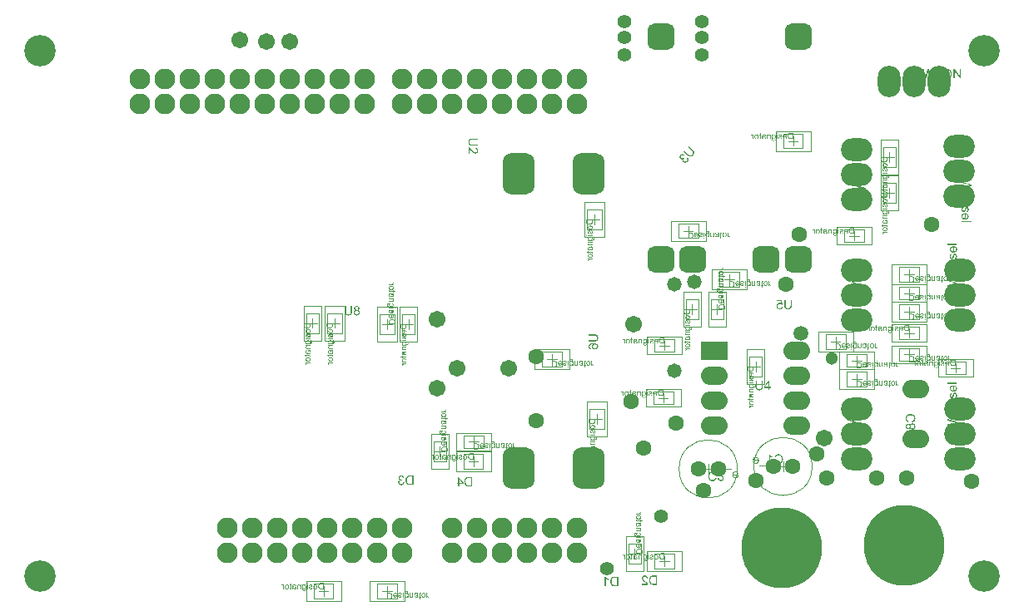
<source format=gts>
G04*
G04 #@! TF.GenerationSoftware,Altium Limited,Altium Designer,22.5.1 (42)*
G04*
G04 Layer_Color=8388736*
%FSLAX44Y44*%
%MOMM*%
G71*
G04*
G04 #@! TF.SameCoordinates,4653A562-2A09-4D4C-8BBB-8B5FA310EEDD*
G04*
G04*
G04 #@! TF.FilePolarity,Negative*
G04*
G01*
G75*
%ADD13C,0.0500*%
%ADD14C,2.1032*%
G04:AMPARAMS|DCode=15|XSize=2.7032mm|YSize=2.7032mm|CornerRadius=0.7266mm|HoleSize=0mm|Usage=FLASHONLY|Rotation=90.000|XOffset=0mm|YOffset=0mm|HoleType=Round|Shape=RoundedRectangle|*
%AMROUNDEDRECTD15*
21,1,2.7032,1.2500,0,0,90.0*
21,1,1.2500,2.7032,0,0,90.0*
1,1,1.4532,0.6250,0.6250*
1,1,1.4532,0.6250,-0.6250*
1,1,1.4532,-0.6250,-0.6250*
1,1,1.4532,-0.6250,0.6250*
%
%ADD15ROUNDEDRECTD15*%
%ADD16C,3.2032*%
%ADD17C,8.2032*%
%ADD18C,1.7032*%
%ADD19C,1.3032*%
%ADD20O,3.2032X2.3032*%
%ADD21O,2.3032X3.2032*%
G04:AMPARAMS|DCode=22|XSize=4.2032mm|YSize=3.2032mm|CornerRadius=0.8516mm|HoleSize=0mm|Usage=FLASHONLY|Rotation=270.000|XOffset=0mm|YOffset=0mm|HoleType=Round|Shape=RoundedRectangle|*
%AMROUNDEDRECTD22*
21,1,4.2032,1.5000,0,0,270.0*
21,1,2.5000,3.2032,0,0,270.0*
1,1,1.7032,-0.7500,-1.2500*
1,1,1.7032,-0.7500,1.2500*
1,1,1.7032,0.7500,1.2500*
1,1,1.7032,0.7500,-1.2500*
%
%ADD22ROUNDEDRECTD22*%
%ADD23O,2.7032X1.9032*%
%ADD24R,2.7032X1.9032*%
%ADD25O,2.7032X1.9032*%
%ADD26C,1.6032*%
%ADD27C,1.4732*%
%ADD28C,1.4032*%
%ADD29C,1.5032*%
G36*
X2232858Y841722D02*
X2232955D01*
X2233219Y841694D01*
X2233510Y841653D01*
X2233815Y841583D01*
X2234148Y841500D01*
X2234453Y841389D01*
X2234467D01*
X2234494Y841376D01*
X2234536Y841348D01*
X2234592Y841320D01*
X2234730Y841251D01*
X2234910Y841126D01*
X2235119Y840987D01*
X2235327Y840807D01*
X2235521Y840599D01*
X2235701Y840363D01*
Y840349D01*
X2235715Y840335D01*
X2235743Y840294D01*
X2235770Y840252D01*
X2235840Y840114D01*
X2235923Y839933D01*
X2236020Y839711D01*
X2236089Y839448D01*
X2236159Y839170D01*
X2236186Y838865D01*
X2234966Y838768D01*
Y838782D01*
Y838810D01*
X2234952Y838851D01*
X2234938Y838921D01*
X2234897Y839073D01*
X2234841Y839281D01*
X2234758Y839503D01*
X2234633Y839725D01*
X2234481Y839933D01*
X2234286Y840127D01*
X2234259Y840141D01*
X2234189Y840197D01*
X2234051Y840280D01*
X2233870Y840363D01*
X2233635Y840446D01*
X2233357Y840529D01*
X2233011Y840585D01*
X2232622Y840599D01*
X2232428D01*
X2232345Y840585D01*
X2232234Y840571D01*
X2231984Y840543D01*
X2231707Y840488D01*
X2231429Y840419D01*
X2231166Y840308D01*
X2231055Y840238D01*
X2230944Y840169D01*
X2230916Y840155D01*
X2230861Y840100D01*
X2230778Y840003D01*
X2230694Y839892D01*
X2230597Y839739D01*
X2230514Y839573D01*
X2230459Y839379D01*
X2230431Y839157D01*
Y839129D01*
Y839073D01*
X2230445Y838976D01*
X2230473Y838865D01*
X2230514Y838727D01*
X2230583Y838588D01*
X2230667Y838449D01*
X2230792Y838311D01*
X2230805Y838297D01*
X2230875Y838255D01*
X2230930Y838214D01*
X2230986Y838186D01*
X2231069Y838144D01*
X2231166Y838089D01*
X2231291Y838047D01*
X2231429Y837992D01*
X2231582Y837936D01*
X2231762Y837867D01*
X2231956Y837811D01*
X2232178Y837742D01*
X2232428Y837686D01*
X2232705Y837617D01*
X2232719D01*
X2232775Y837603D01*
X2232858Y837589D01*
X2232955Y837562D01*
X2233080Y837534D01*
X2233232Y837492D01*
X2233385Y837451D01*
X2233551Y837409D01*
X2233912Y837312D01*
X2234259Y837215D01*
X2234425Y837160D01*
X2234578Y837104D01*
X2234716Y837062D01*
X2234827Y837007D01*
X2234841D01*
X2234869Y836993D01*
X2234910Y836965D01*
X2234966Y836938D01*
X2235119Y836854D01*
X2235299Y836743D01*
X2235507Y836591D01*
X2235715Y836424D01*
X2235909Y836230D01*
X2236075Y836022D01*
X2236089Y835995D01*
X2236145Y835925D01*
X2236200Y835800D01*
X2236284Y835634D01*
X2236353Y835440D01*
X2236422Y835204D01*
X2236464Y834941D01*
X2236478Y834663D01*
Y834649D01*
Y834635D01*
Y834594D01*
Y834538D01*
X2236450Y834386D01*
X2236422Y834192D01*
X2236367Y833970D01*
X2236297Y833734D01*
X2236186Y833484D01*
X2236034Y833221D01*
Y833207D01*
X2236020Y833193D01*
X2235951Y833110D01*
X2235853Y832985D01*
X2235715Y832846D01*
X2235535Y832680D01*
X2235313Y832500D01*
X2235063Y832333D01*
X2234772Y832181D01*
X2234758D01*
X2234730Y832167D01*
X2234689Y832153D01*
X2234633Y832125D01*
X2234550Y832097D01*
X2234453Y832056D01*
X2234231Y832001D01*
X2233967Y831931D01*
X2233649Y831862D01*
X2233302Y831820D01*
X2232927Y831806D01*
X2232705D01*
X2232594Y831820D01*
X2232470D01*
X2232331Y831834D01*
X2232164Y831848D01*
X2231818Y831903D01*
X2231457Y831959D01*
X2231097Y832056D01*
X2230750Y832181D01*
X2230736D01*
X2230708Y832195D01*
X2230667Y832222D01*
X2230611Y832250D01*
X2230445Y832333D01*
X2230251Y832458D01*
X2230029Y832625D01*
X2229793Y832819D01*
X2229571Y833055D01*
X2229363Y833318D01*
Y833332D01*
X2229335Y833360D01*
X2229321Y833401D01*
X2229280Y833457D01*
X2229252Y833526D01*
X2229211Y833609D01*
X2229113Y833817D01*
X2229016Y834081D01*
X2228933Y834372D01*
X2228878Y834705D01*
X2228850Y835051D01*
X2230043Y835163D01*
Y835149D01*
Y835135D01*
X2230057Y835093D01*
Y835038D01*
X2230084Y834913D01*
X2230126Y834733D01*
X2230181Y834552D01*
X2230237Y834344D01*
X2230334Y834150D01*
X2230431Y833970D01*
X2230445Y833956D01*
X2230486Y833900D01*
X2230556Y833803D01*
X2230667Y833706D01*
X2230805Y833581D01*
X2230958Y833457D01*
X2231166Y833332D01*
X2231388Y833221D01*
X2231402D01*
X2231416Y833207D01*
X2231457Y833193D01*
X2231499Y833179D01*
X2231638Y833138D01*
X2231818Y833082D01*
X2232040Y833027D01*
X2232289Y832985D01*
X2232567Y832957D01*
X2232872Y832943D01*
X2232997D01*
X2233135Y832957D01*
X2233302Y832971D01*
X2233496Y832999D01*
X2233718Y833027D01*
X2233940Y833082D01*
X2234148Y833151D01*
X2234176Y833165D01*
X2234245Y833193D01*
X2234342Y833249D01*
X2234467Y833304D01*
X2234592Y833401D01*
X2234730Y833498D01*
X2234869Y833609D01*
X2234980Y833748D01*
X2234994Y833762D01*
X2235021Y833817D01*
X2235063Y833887D01*
X2235119Y833997D01*
X2235174Y834109D01*
X2235216Y834247D01*
X2235243Y834400D01*
X2235257Y834566D01*
Y834580D01*
Y834649D01*
X2235243Y834733D01*
X2235229Y834844D01*
X2235188Y834954D01*
X2235146Y835093D01*
X2235077Y835232D01*
X2234980Y835357D01*
X2234966Y835370D01*
X2234924Y835412D01*
X2234869Y835468D01*
X2234772Y835551D01*
X2234661Y835634D01*
X2234508Y835731D01*
X2234328Y835828D01*
X2234120Y835911D01*
X2234106Y835925D01*
X2234037Y835939D01*
X2233926Y835981D01*
X2233857Y835995D01*
X2233759Y836022D01*
X2233662Y836064D01*
X2233537Y836092D01*
X2233399Y836133D01*
X2233232Y836175D01*
X2233066Y836217D01*
X2232872Y836272D01*
X2232650Y836327D01*
X2232414Y836383D01*
X2232400D01*
X2232359Y836397D01*
X2232289Y836411D01*
X2232206Y836438D01*
X2232095Y836466D01*
X2231970Y836494D01*
X2231693Y836577D01*
X2231388Y836674D01*
X2231069Y836771D01*
X2230792Y836868D01*
X2230667Y836924D01*
X2230556Y836979D01*
X2230542D01*
X2230528Y836993D01*
X2230445Y837049D01*
X2230320Y837118D01*
X2230181Y837229D01*
X2230015Y837354D01*
X2229848Y837506D01*
X2229682Y837686D01*
X2229543Y837881D01*
X2229530Y837908D01*
X2229488Y837978D01*
X2229433Y838089D01*
X2229377Y838227D01*
X2229321Y838408D01*
X2229266Y838616D01*
X2229224Y838838D01*
X2229211Y839073D01*
Y839087D01*
Y839101D01*
Y839143D01*
Y839198D01*
X2229238Y839337D01*
X2229266Y839517D01*
X2229308Y839725D01*
X2229377Y839961D01*
X2229474Y840197D01*
X2229613Y840433D01*
Y840446D01*
X2229627Y840460D01*
X2229696Y840543D01*
X2229793Y840654D01*
X2229918Y840793D01*
X2230084Y840946D01*
X2230292Y841112D01*
X2230542Y841265D01*
X2230819Y841403D01*
X2230833D01*
X2230861Y841417D01*
X2230903Y841431D01*
X2230958Y841459D01*
X2231027Y841487D01*
X2231124Y841514D01*
X2231332Y841570D01*
X2231596Y841625D01*
X2231901Y841681D01*
X2232220Y841722D01*
X2232581Y841736D01*
X2232761D01*
X2232858Y841722D01*
D02*
G37*
G36*
X2276322Y831973D02*
X2275004D01*
X2269984Y839503D01*
Y831973D01*
X2268763D01*
Y841570D01*
X2270067D01*
X2275101Y834025D01*
Y841570D01*
X2276322D01*
Y831973D01*
D02*
G37*
G36*
X2247059D02*
X2245811D01*
X2243800Y839281D01*
Y839295D01*
X2243786Y839323D01*
X2243772Y839365D01*
X2243759Y839434D01*
X2243717Y839586D01*
X2243675Y839767D01*
X2243620Y839961D01*
X2243564Y840141D01*
X2243523Y840294D01*
X2243509Y840363D01*
X2243495Y840405D01*
Y840391D01*
X2243481Y840377D01*
X2243467Y840294D01*
X2243440Y840169D01*
X2243398Y840016D01*
X2243356Y839850D01*
X2243301Y839656D01*
X2243259Y839462D01*
X2243204Y839281D01*
X2241179Y831973D01*
X2239848D01*
X2237337Y841570D01*
X2238655D01*
X2240083Y835273D01*
Y835259D01*
X2240097Y835232D01*
X2240111Y835176D01*
X2240125Y835107D01*
X2240139Y835010D01*
X2240167Y834913D01*
X2240194Y834788D01*
X2240222Y834649D01*
X2240291Y834358D01*
X2240361Y834025D01*
X2240430Y833665D01*
X2240500Y833304D01*
Y833318D01*
X2240513Y833373D01*
X2240541Y833443D01*
X2240555Y833554D01*
X2240583Y833665D01*
X2240624Y833803D01*
X2240694Y834109D01*
X2240777Y834414D01*
X2240805Y834566D01*
X2240846Y834705D01*
X2240874Y834830D01*
X2240902Y834941D01*
X2240929Y835024D01*
X2240943Y835079D01*
X2242760Y841570D01*
X2244299D01*
X2245659Y836702D01*
Y836688D01*
X2245686Y836619D01*
X2245714Y836522D01*
X2245742Y836397D01*
X2245783Y836230D01*
X2245839Y836050D01*
X2245894Y835842D01*
X2245950Y835606D01*
X2246019Y835343D01*
X2246075Y835079D01*
X2246199Y834511D01*
X2246324Y833914D01*
X2246421Y833304D01*
Y833318D01*
X2246435Y833346D01*
Y833401D01*
X2246463Y833471D01*
X2246477Y833554D01*
X2246505Y833651D01*
X2246518Y833776D01*
X2246560Y833914D01*
X2246629Y834219D01*
X2246712Y834580D01*
X2246796Y834968D01*
X2246907Y835398D01*
X2248404Y841570D01*
X2249694D01*
X2247059Y831973D01*
D02*
G37*
G36*
X2262772Y841722D02*
X2262897D01*
X2263022Y841708D01*
X2263188Y841681D01*
X2263355Y841653D01*
X2263715Y841583D01*
X2264131Y841473D01*
X2264533Y841306D01*
X2264741Y841209D01*
X2264949Y841098D01*
X2264963Y841084D01*
X2264991Y841070D01*
X2265047Y841029D01*
X2265130Y840987D01*
X2265213Y840918D01*
X2265324Y840835D01*
X2265560Y840640D01*
X2265809Y840391D01*
X2266087Y840086D01*
X2266350Y839725D01*
X2266572Y839323D01*
Y839309D01*
X2266600Y839268D01*
X2266628Y839212D01*
X2266655Y839129D01*
X2266711Y839018D01*
X2266752Y838893D01*
X2266808Y838740D01*
X2266863Y838574D01*
X2266905Y838394D01*
X2266960Y838200D01*
X2267016Y837978D01*
X2267057Y837756D01*
X2267113Y837271D01*
X2267141Y836743D01*
Y836730D01*
Y836674D01*
Y836605D01*
X2267127Y836494D01*
Y836369D01*
X2267113Y836217D01*
X2267085Y836050D01*
X2267071Y835870D01*
X2267002Y835468D01*
X2266891Y835024D01*
X2266738Y834580D01*
X2266655Y834358D01*
X2266544Y834136D01*
Y834122D01*
X2266517Y834081D01*
X2266489Y834025D01*
X2266433Y833942D01*
X2266378Y833845D01*
X2266308Y833748D01*
X2266114Y833484D01*
X2265879Y833207D01*
X2265601Y832916D01*
X2265268Y832638D01*
X2264880Y832389D01*
X2264866D01*
X2264839Y832361D01*
X2264769Y832333D01*
X2264686Y832292D01*
X2264589Y832250D01*
X2264478Y832208D01*
X2264339Y832153D01*
X2264187Y832097D01*
X2264020Y832042D01*
X2263840Y831987D01*
X2263438Y831903D01*
X2263008Y831834D01*
X2262550Y831806D01*
X2262411D01*
X2262328Y831820D01*
X2262204D01*
X2262065Y831848D01*
X2261912Y831862D01*
X2261732Y831889D01*
X2261358Y831973D01*
X2260955Y832084D01*
X2260539Y832250D01*
X2260331Y832347D01*
X2260123Y832458D01*
X2260109Y832472D01*
X2260082Y832486D01*
X2260026Y832527D01*
X2259943Y832583D01*
X2259860Y832638D01*
X2259763Y832722D01*
X2259527Y832930D01*
X2259263Y833179D01*
X2258986Y833484D01*
X2258736Y833831D01*
X2258501Y834233D01*
Y834247D01*
X2258473Y834289D01*
X2258445Y834344D01*
X2258417Y834427D01*
X2258376Y834538D01*
X2258334Y834663D01*
X2258279Y834802D01*
X2258237Y834954D01*
X2258182Y835135D01*
X2258126Y835315D01*
X2258043Y835731D01*
X2257988Y836161D01*
X2257960Y836633D01*
Y836646D01*
Y836660D01*
Y836743D01*
X2257974Y836868D01*
Y837035D01*
X2258001Y837229D01*
X2258029Y837465D01*
X2258071Y837728D01*
X2258126Y838006D01*
X2258182Y838297D01*
X2258265Y838602D01*
X2258376Y838907D01*
X2258501Y839226D01*
X2258639Y839531D01*
X2258820Y839836D01*
X2259014Y840114D01*
X2259236Y840377D01*
X2259250Y840391D01*
X2259291Y840433D01*
X2259374Y840502D01*
X2259471Y840585D01*
X2259596Y840696D01*
X2259749Y840807D01*
X2259929Y840932D01*
X2260137Y841057D01*
X2260359Y841181D01*
X2260609Y841306D01*
X2260886Y841417D01*
X2261177Y841528D01*
X2261496Y841611D01*
X2261829Y841681D01*
X2262176Y841722D01*
X2262550Y841736D01*
X2262675D01*
X2262772Y841722D01*
D02*
G37*
G36*
X2257447Y829310D02*
X2249639D01*
Y830156D01*
X2257447D01*
Y829310D01*
D02*
G37*
G36*
X2089859Y775728D02*
X2089073D01*
Y776625D01*
X2089859D01*
Y775728D01*
D02*
G37*
G36*
X2086392Y774961D02*
X2086596Y774924D01*
X2086781Y774868D01*
X2086938Y774813D01*
X2087067Y774757D01*
X2087160Y774702D01*
X2087197Y774683D01*
X2087224Y774665D01*
X2087233Y774656D01*
X2087243D01*
X2087400Y774535D01*
X2087539Y774387D01*
X2087659Y774249D01*
X2087760Y774110D01*
X2087834Y773981D01*
X2087890Y773879D01*
X2087908Y773842D01*
X2087927Y773814D01*
X2087936Y773796D01*
Y773786D01*
X2088019Y773574D01*
X2088075Y773361D01*
X2088121Y773158D01*
X2088149Y772973D01*
X2088167Y772806D01*
Y772742D01*
X2088177Y772677D01*
Y772631D01*
Y772594D01*
Y772575D01*
Y772566D01*
X2088167Y772390D01*
X2088158Y772215D01*
X2088093Y771900D01*
X2088056Y771752D01*
X2088010Y771623D01*
X2087964Y771494D01*
X2087918Y771383D01*
X2087872Y771272D01*
X2087825Y771179D01*
X2087779Y771105D01*
X2087742Y771031D01*
X2087705Y770985D01*
X2087677Y770939D01*
X2087668Y770920D01*
X2087659Y770911D01*
X2087557Y770791D01*
X2087446Y770689D01*
X2087326Y770597D01*
X2087206Y770514D01*
X2087076Y770449D01*
X2086956Y770393D01*
X2086836Y770347D01*
X2086716Y770310D01*
X2086605Y770282D01*
X2086503Y770264D01*
X2086411Y770245D01*
X2086328Y770236D01*
X2086263D01*
X2086216Y770227D01*
X2086170D01*
X2086032Y770236D01*
X2085893Y770255D01*
X2085764Y770282D01*
X2085643Y770319D01*
X2085431Y770421D01*
X2085237Y770532D01*
X2085163Y770587D01*
X2085089Y770643D01*
X2085024Y770698D01*
X2084978Y770745D01*
X2084941Y770782D01*
X2084913Y770809D01*
X2084894Y770828D01*
X2084885Y770837D01*
Y770698D01*
Y770578D01*
X2084894Y770458D01*
Y770356D01*
Y770264D01*
X2084904Y770181D01*
Y770107D01*
X2084913Y770042D01*
X2084922Y769949D01*
X2084931Y769875D01*
X2084941Y769838D01*
Y769829D01*
X2084987Y769691D01*
X2085052Y769570D01*
X2085116Y769469D01*
X2085181Y769376D01*
X2085246Y769312D01*
X2085301Y769256D01*
X2085338Y769228D01*
X2085347Y769219D01*
X2085468Y769145D01*
X2085606Y769090D01*
X2085745Y769053D01*
X2085874Y769025D01*
X2086004Y769006D01*
X2086096Y768997D01*
X2086189D01*
X2086364Y769006D01*
X2086531Y769034D01*
X2086669Y769071D01*
X2086781Y769117D01*
X2086873Y769154D01*
X2086938Y769191D01*
X2086975Y769219D01*
X2086993Y769228D01*
X2087067Y769293D01*
X2087123Y769376D01*
X2087169Y769460D01*
X2087206Y769543D01*
X2087224Y769626D01*
X2087243Y769691D01*
X2087252Y769728D01*
Y769746D01*
X2088019Y769848D01*
Y769709D01*
X2088001Y769589D01*
X2087982Y769469D01*
X2087955Y769358D01*
X2087872Y769164D01*
X2087779Y769006D01*
X2087687Y768886D01*
X2087613Y768803D01*
X2087548Y768748D01*
X2087539Y768738D01*
X2087529Y768729D01*
X2087326Y768600D01*
X2087104Y768507D01*
X2086882Y768443D01*
X2086669Y768396D01*
X2086568Y768378D01*
X2086475Y768369D01*
X2086401Y768359D01*
X2086328D01*
X2086272Y768350D01*
X2086189D01*
X2085939Y768359D01*
X2085708Y768396D01*
X2085505Y768433D01*
X2085338Y768489D01*
X2085199Y768535D01*
X2085144Y768553D01*
X2085098Y768581D01*
X2085061Y768590D01*
X2085033Y768609D01*
X2085024Y768618D01*
X2085015D01*
X2084848Y768720D01*
X2084700Y768840D01*
X2084580Y768960D01*
X2084478Y769071D01*
X2084404Y769173D01*
X2084358Y769256D01*
X2084321Y769312D01*
X2084312Y769321D01*
Y769330D01*
X2084275Y769423D01*
X2084238Y769524D01*
X2084210Y769635D01*
X2084182Y769755D01*
X2084146Y770014D01*
X2084118Y770264D01*
X2084108Y770384D01*
X2084099Y770495D01*
Y770597D01*
X2084090Y770680D01*
Y770754D01*
Y770809D01*
Y770846D01*
Y770856D01*
Y774868D01*
X2084811D01*
Y774295D01*
X2084913Y774415D01*
X2085024Y774517D01*
X2085135Y774609D01*
X2085246Y774683D01*
X2085366Y774748D01*
X2085477Y774803D01*
X2085588Y774850D01*
X2085690Y774887D01*
X2085791Y774914D01*
X2085884Y774933D01*
X2085967Y774951D01*
X2086032Y774961D01*
X2086087Y774970D01*
X2086170D01*
X2086392Y774961D01*
D02*
G37*
G36*
X2076185D02*
X2076379Y774942D01*
X2076564Y774914D01*
X2076712Y774887D01*
X2076841Y774859D01*
X2076934Y774831D01*
X2076971Y774822D01*
X2076999Y774813D01*
X2077008Y774803D01*
X2077017D01*
X2077174Y774739D01*
X2077313Y774656D01*
X2077433Y774582D01*
X2077535Y774508D01*
X2077609Y774434D01*
X2077664Y774378D01*
X2077701Y774341D01*
X2077711Y774332D01*
X2077794Y774212D01*
X2077868Y774082D01*
X2077923Y773953D01*
X2077969Y773833D01*
X2078006Y773712D01*
X2078034Y773629D01*
X2078043Y773592D01*
Y773565D01*
X2078053Y773555D01*
Y773546D01*
X2077285Y773444D01*
X2077230Y773611D01*
X2077174Y773759D01*
X2077110Y773879D01*
X2077054Y773971D01*
X2076999Y774045D01*
X2076952Y774091D01*
X2076915Y774119D01*
X2076906Y774128D01*
X2076795Y774193D01*
X2076666Y774239D01*
X2076527Y774276D01*
X2076398Y774295D01*
X2076268Y774313D01*
X2076176Y774323D01*
X2076083D01*
X2075871Y774313D01*
X2075686Y774286D01*
X2075538Y774239D01*
X2075408Y774193D01*
X2075316Y774138D01*
X2075242Y774101D01*
X2075196Y774064D01*
X2075186Y774054D01*
X2075112Y773971D01*
X2075057Y773870D01*
X2075011Y773759D01*
X2074983Y773648D01*
X2074965Y773546D01*
X2074955Y773454D01*
Y773398D01*
Y773389D01*
Y773380D01*
Y773361D01*
Y773324D01*
Y773259D01*
X2074965Y773204D01*
Y773185D01*
Y773176D01*
X2075057Y773148D01*
X2075159Y773121D01*
X2075371Y773065D01*
X2075612Y773019D01*
X2075834Y772973D01*
X2075945Y772954D01*
X2076046Y772945D01*
X2076139Y772927D01*
X2076213Y772917D01*
X2076277Y772908D01*
X2076324D01*
X2076361Y772899D01*
X2076370D01*
X2076536Y772880D01*
X2076675Y772853D01*
X2076795Y772834D01*
X2076888Y772816D01*
X2076962Y772806D01*
X2077017Y772788D01*
X2077054Y772779D01*
X2077063D01*
X2077184Y772742D01*
X2077285Y772705D01*
X2077387Y772658D01*
X2077470Y772622D01*
X2077544Y772585D01*
X2077590Y772548D01*
X2077627Y772529D01*
X2077637Y772520D01*
X2077729Y772455D01*
X2077803Y772381D01*
X2077877Y772307D01*
X2077932Y772233D01*
X2077979Y772168D01*
X2078016Y772113D01*
X2078034Y772076D01*
X2078043Y772067D01*
X2078090Y771965D01*
X2078127Y771854D01*
X2078154Y771752D01*
X2078173Y771651D01*
X2078182Y771568D01*
X2078191Y771503D01*
Y771466D01*
Y771447D01*
X2078182Y771336D01*
X2078173Y771244D01*
X2078127Y771050D01*
X2078062Y770892D01*
X2077988Y770754D01*
X2077914Y770643D01*
X2077849Y770560D01*
X2077803Y770514D01*
X2077784Y770495D01*
X2077618Y770375D01*
X2077433Y770282D01*
X2077230Y770218D01*
X2077045Y770171D01*
X2076878Y770144D01*
X2076805Y770134D01*
X2076740D01*
X2076684Y770125D01*
X2076610D01*
X2076444Y770134D01*
X2076277Y770153D01*
X2076130Y770171D01*
X2076000Y770199D01*
X2075898Y770227D01*
X2075815Y770255D01*
X2075760Y770264D01*
X2075741Y770273D01*
X2075584Y770338D01*
X2075436Y770421D01*
X2075297Y770514D01*
X2075159Y770597D01*
X2075048Y770680D01*
X2074965Y770745D01*
X2074909Y770791D01*
X2074900Y770809D01*
X2074891D01*
X2074872Y770689D01*
X2074854Y770578D01*
X2074835Y770477D01*
X2074807Y770393D01*
X2074780Y770319D01*
X2074761Y770273D01*
X2074752Y770236D01*
X2074743Y770227D01*
X2073920D01*
X2073966Y770329D01*
X2074012Y770430D01*
X2074049Y770523D01*
X2074068Y770606D01*
X2074095Y770680D01*
X2074105Y770735D01*
X2074114Y770772D01*
Y770782D01*
X2074123Y770846D01*
X2074133Y770929D01*
Y771022D01*
X2074142Y771124D01*
X2074151Y771355D01*
Y771586D01*
X2074160Y771808D01*
Y771910D01*
Y771993D01*
Y772067D01*
Y772122D01*
Y772159D01*
Y772168D01*
Y773222D01*
Y773398D01*
X2074169Y773555D01*
X2074179Y773676D01*
Y773777D01*
X2074188Y773851D01*
X2074197Y773907D01*
X2074207Y773934D01*
Y773944D01*
X2074234Y774064D01*
X2074271Y774165D01*
X2074308Y774249D01*
X2074354Y774332D01*
X2074391Y774387D01*
X2074419Y774434D01*
X2074438Y774461D01*
X2074447Y774471D01*
X2074521Y774545D01*
X2074604Y774619D01*
X2074697Y774674D01*
X2074789Y774730D01*
X2074872Y774766D01*
X2074937Y774794D01*
X2074983Y774813D01*
X2075002Y774822D01*
X2075150Y774868D01*
X2075307Y774905D01*
X2075464Y774933D01*
X2075621Y774951D01*
X2075760Y774961D01*
X2075861Y774970D01*
X2075963D01*
X2076185Y774961D01*
D02*
G37*
G36*
X2072820Y776015D02*
Y774868D01*
X2073402D01*
Y774258D01*
X2072820D01*
Y771577D01*
Y771447D01*
Y771336D01*
X2072810Y771235D01*
X2072801Y771133D01*
Y771050D01*
X2072792Y770976D01*
X2072773Y770856D01*
X2072755Y770763D01*
X2072746Y770698D01*
X2072727Y770661D01*
Y770652D01*
X2072690Y770569D01*
X2072635Y770504D01*
X2072579Y770440D01*
X2072533Y770393D01*
X2072478Y770347D01*
X2072441Y770319D01*
X2072413Y770301D01*
X2072404Y770292D01*
X2072302Y770245D01*
X2072200Y770218D01*
X2072089Y770190D01*
X2071978Y770181D01*
X2071886Y770171D01*
X2071812Y770162D01*
X2071738D01*
X2071534Y770171D01*
X2071433Y770181D01*
X2071340Y770199D01*
X2071257Y770208D01*
X2071192Y770218D01*
X2071155Y770227D01*
X2071137D01*
X2071239Y770920D01*
X2071313Y770911D01*
X2071387Y770902D01*
X2071451D01*
X2071497Y770892D01*
X2071590D01*
X2071710Y770902D01*
X2071793Y770920D01*
X2071840Y770939D01*
X2071858Y770948D01*
X2071923Y770994D01*
X2071960Y771040D01*
X2071987Y771077D01*
X2071997Y771096D01*
X2072006Y771142D01*
X2072015Y771207D01*
X2072025Y771355D01*
X2072034Y771420D01*
Y771475D01*
Y771512D01*
Y771531D01*
Y774258D01*
X2071239D01*
Y774868D01*
X2072034D01*
Y776486D01*
X2072820Y776015D01*
D02*
G37*
G36*
X2097589Y774961D02*
X2097755Y774942D01*
X2097912Y774914D01*
X2098060Y774868D01*
X2098199Y774822D01*
X2098328Y774766D01*
X2098448Y774711D01*
X2098550Y774646D01*
X2098652Y774591D01*
X2098735Y774526D01*
X2098809Y774471D01*
X2098864Y774424D01*
X2098911Y774378D01*
X2098948Y774350D01*
X2098966Y774332D01*
X2098975Y774323D01*
X2099077Y774193D01*
X2099170Y774054D01*
X2099253Y773916D01*
X2099327Y773768D01*
X2099382Y773611D01*
X2099429Y773463D01*
X2099502Y773167D01*
X2099530Y773037D01*
X2099549Y772908D01*
X2099558Y772797D01*
X2099567Y772695D01*
X2099576Y772612D01*
Y772557D01*
Y772511D01*
Y772501D01*
X2099567Y772298D01*
X2099549Y772104D01*
X2099521Y771919D01*
X2099484Y771752D01*
X2099438Y771595D01*
X2099391Y771447D01*
X2099336Y771318D01*
X2099281Y771198D01*
X2099225Y771096D01*
X2099170Y771003D01*
X2099123Y770929D01*
X2099077Y770865D01*
X2099040Y770809D01*
X2099012Y770772D01*
X2098994Y770754D01*
X2098985Y770745D01*
X2098864Y770634D01*
X2098744Y770541D01*
X2098615Y770458D01*
X2098476Y770384D01*
X2098347Y770329D01*
X2098208Y770273D01*
X2097949Y770199D01*
X2097829Y770181D01*
X2097718Y770162D01*
X2097616Y770144D01*
X2097533Y770134D01*
X2097468Y770125D01*
X2097367D01*
X2097080Y770144D01*
X2096821Y770190D01*
X2096590Y770245D01*
X2096498Y770282D01*
X2096405Y770319D01*
X2096322Y770356D01*
X2096248Y770393D01*
X2096192Y770421D01*
X2096137Y770449D01*
X2096100Y770477D01*
X2096072Y770495D01*
X2096054Y770514D01*
X2096045D01*
X2095860Y770680D01*
X2095712Y770856D01*
X2095582Y771040D01*
X2095490Y771216D01*
X2095416Y771373D01*
X2095388Y771447D01*
X2095360Y771503D01*
X2095342Y771558D01*
X2095333Y771595D01*
X2095323Y771614D01*
Y771623D01*
X2096137Y771725D01*
X2096211Y771549D01*
X2096294Y771401D01*
X2096377Y771272D01*
X2096451Y771170D01*
X2096516Y771096D01*
X2096572Y771040D01*
X2096618Y771003D01*
X2096627Y770994D01*
X2096747Y770920D01*
X2096867Y770865D01*
X2096997Y770828D01*
X2097108Y770800D01*
X2097209Y770782D01*
X2097293Y770772D01*
X2097367D01*
X2097478Y770782D01*
X2097579Y770791D01*
X2097764Y770837D01*
X2097931Y770902D01*
X2098079Y770976D01*
X2098190Y771040D01*
X2098273Y771105D01*
X2098328Y771151D01*
X2098338Y771170D01*
X2098347D01*
X2098476Y771336D01*
X2098578Y771521D01*
X2098652Y771725D01*
X2098707Y771910D01*
X2098735Y772076D01*
X2098754Y772150D01*
X2098763Y772215D01*
Y772270D01*
X2098772Y772307D01*
Y772335D01*
Y772344D01*
X2095305D01*
X2095296Y772437D01*
Y772501D01*
Y772538D01*
Y772548D01*
X2095305Y772760D01*
X2095323Y772954D01*
X2095351Y773139D01*
X2095388Y773315D01*
X2095434Y773472D01*
X2095481Y773620D01*
X2095536Y773749D01*
X2095591Y773870D01*
X2095647Y773981D01*
X2095703Y774073D01*
X2095749Y774147D01*
X2095795Y774212D01*
X2095832Y774267D01*
X2095860Y774304D01*
X2095878Y774323D01*
X2095887Y774332D01*
X2095998Y774443D01*
X2096118Y774545D01*
X2096248Y774628D01*
X2096377Y774702D01*
X2096507Y774766D01*
X2096627Y774813D01*
X2096756Y774859D01*
X2096867Y774887D01*
X2096988Y774914D01*
X2097089Y774933D01*
X2097182Y774951D01*
X2097256Y774961D01*
X2097321Y774970D01*
X2097413D01*
X2097589Y774961D01*
D02*
G37*
G36*
X2105660Y770227D02*
X2103358D01*
X2103145Y770236D01*
X2102951Y770245D01*
X2102775Y770264D01*
X2102627Y770282D01*
X2102498Y770301D01*
X2102406Y770310D01*
X2102378Y770319D01*
X2102350Y770329D01*
X2102332D01*
X2102165Y770375D01*
X2102017Y770430D01*
X2101888Y770477D01*
X2101777Y770532D01*
X2101684Y770578D01*
X2101620Y770615D01*
X2101583Y770643D01*
X2101564Y770652D01*
X2101444Y770735D01*
X2101342Y770837D01*
X2101241Y770929D01*
X2101157Y771022D01*
X2101083Y771105D01*
X2101028Y771170D01*
X2100991Y771216D01*
X2100982Y771235D01*
X2100889Y771383D01*
X2100797Y771540D01*
X2100723Y771688D01*
X2100667Y771836D01*
X2100612Y771965D01*
X2100575Y772067D01*
X2100566Y772104D01*
X2100556Y772132D01*
X2100547Y772150D01*
Y772159D01*
X2100492Y772381D01*
X2100446Y772603D01*
X2100418Y772816D01*
X2100390Y773019D01*
X2100381Y773195D01*
Y773269D01*
X2100372Y773333D01*
Y773380D01*
Y773426D01*
Y773444D01*
Y773454D01*
X2100381Y773768D01*
X2100408Y774054D01*
X2100455Y774313D01*
X2100473Y774434D01*
X2100501Y774535D01*
X2100529Y774637D01*
X2100547Y774720D01*
X2100566Y774794D01*
X2100593Y774859D01*
X2100603Y774914D01*
X2100621Y774951D01*
X2100630Y774970D01*
Y774979D01*
X2100732Y775219D01*
X2100852Y775432D01*
X2100982Y775617D01*
X2101102Y775774D01*
X2101213Y775904D01*
X2101305Y775996D01*
X2101342Y776024D01*
X2101370Y776052D01*
X2101379Y776061D01*
X2101389Y776070D01*
X2101537Y776190D01*
X2101694Y776283D01*
X2101851Y776366D01*
X2101999Y776431D01*
X2102128Y776477D01*
X2102230Y776505D01*
X2102267Y776523D01*
X2102295D01*
X2102313Y776532D01*
X2102322D01*
X2102480Y776560D01*
X2102664Y776588D01*
X2102849Y776606D01*
X2103034Y776616D01*
X2103201Y776625D01*
X2105660D01*
Y770227D01*
D02*
G37*
G36*
X2089859D02*
X2089073D01*
Y774868D01*
X2089859D01*
Y770227D01*
D02*
G37*
G36*
X2080900Y774961D02*
X2081067Y774933D01*
X2081215Y774896D01*
X2081363Y774850D01*
X2081492Y774794D01*
X2081612Y774730D01*
X2081723Y774656D01*
X2081816Y774591D01*
X2081908Y774517D01*
X2081982Y774443D01*
X2082047Y774378D01*
X2082102Y774323D01*
X2082139Y774276D01*
X2082167Y774239D01*
X2082185Y774212D01*
X2082195Y774202D01*
Y774868D01*
X2082897D01*
Y770227D01*
X2082112D01*
Y772751D01*
Y772908D01*
X2082093Y773065D01*
X2082074Y773195D01*
X2082056Y773315D01*
X2082028Y773426D01*
X2082000Y773528D01*
X2081964Y773620D01*
X2081927Y773694D01*
X2081899Y773759D01*
X2081862Y773814D01*
X2081834Y773860D01*
X2081806Y773897D01*
X2081769Y773944D01*
X2081751Y773962D01*
X2081612Y774073D01*
X2081464Y774147D01*
X2081316Y774202D01*
X2081187Y774249D01*
X2081067Y774267D01*
X2080974Y774276D01*
X2080937Y774286D01*
X2080891D01*
X2080780Y774276D01*
X2080669Y774267D01*
X2080577Y774239D01*
X2080503Y774212D01*
X2080438Y774184D01*
X2080383Y774165D01*
X2080355Y774147D01*
X2080345Y774138D01*
X2080262Y774082D01*
X2080188Y774018D01*
X2080133Y773953D01*
X2080087Y773897D01*
X2080059Y773842D01*
X2080031Y773796D01*
X2080013Y773768D01*
Y773759D01*
X2079985Y773657D01*
X2079957Y773546D01*
X2079939Y773426D01*
X2079930Y773306D01*
X2079920Y773204D01*
Y773121D01*
Y773056D01*
Y773047D01*
Y773037D01*
Y770227D01*
X2079134D01*
Y773074D01*
Y773269D01*
X2079144Y773426D01*
X2079153Y773555D01*
Y773666D01*
X2079162Y773740D01*
X2079171Y773796D01*
X2079181Y773833D01*
Y773842D01*
X2079208Y773962D01*
X2079255Y774073D01*
X2079292Y774165D01*
X2079328Y774258D01*
X2079375Y774323D01*
X2079402Y774369D01*
X2079421Y774406D01*
X2079430Y774415D01*
X2079504Y774508D01*
X2079587Y774582D01*
X2079671Y774656D01*
X2079763Y774711D01*
X2079837Y774757D01*
X2079902Y774785D01*
X2079939Y774803D01*
X2079957Y774813D01*
X2080087Y774868D01*
X2080225Y774905D01*
X2080355Y774933D01*
X2080475Y774951D01*
X2080577Y774961D01*
X2080651Y774970D01*
X2080725D01*
X2080900Y774961D01*
D02*
G37*
G36*
X2063888D02*
X2063981Y774942D01*
X2064073Y774914D01*
X2064147Y774887D01*
X2064203Y774859D01*
X2064258Y774831D01*
X2064286Y774813D01*
X2064295Y774803D01*
X2064378Y774730D01*
X2064462Y774637D01*
X2064545Y774526D01*
X2064619Y774424D01*
X2064693Y774323D01*
X2064739Y774239D01*
X2064776Y774175D01*
X2064785Y774165D01*
Y774868D01*
X2065497D01*
Y770227D01*
X2064711D01*
Y772649D01*
X2064702Y772834D01*
X2064693Y773000D01*
X2064674Y773158D01*
X2064646Y773296D01*
X2064619Y773407D01*
X2064600Y773491D01*
X2064591Y773546D01*
X2064582Y773565D01*
X2064545Y773666D01*
X2064499Y773749D01*
X2064452Y773823D01*
X2064406Y773888D01*
X2064360Y773934D01*
X2064332Y773971D01*
X2064304Y773990D01*
X2064295Y773999D01*
X2064221Y774054D01*
X2064138Y774091D01*
X2064055Y774119D01*
X2063990Y774138D01*
X2063925Y774147D01*
X2063879Y774156D01*
X2063833D01*
X2063731Y774147D01*
X2063629Y774128D01*
X2063528Y774101D01*
X2063445Y774073D01*
X2063371Y774045D01*
X2063315Y774018D01*
X2063278Y773999D01*
X2063269Y773990D01*
X2062982Y774711D01*
X2063139Y774794D01*
X2063287Y774859D01*
X2063417Y774905D01*
X2063537Y774942D01*
X2063639Y774961D01*
X2063722Y774970D01*
X2063787D01*
X2063888Y774961D01*
D02*
G37*
G36*
X2093077Y774951D02*
X2093188Y774942D01*
X2093289Y774924D01*
X2093373Y774905D01*
X2093437Y774887D01*
X2093474Y774877D01*
X2093493Y774868D01*
X2093604Y774831D01*
X2093705Y774794D01*
X2093789Y774757D01*
X2093863Y774720D01*
X2093918Y774693D01*
X2093955Y774665D01*
X2093983Y774656D01*
X2093992Y774646D01*
X2094084Y774582D01*
X2094158Y774508D01*
X2094223Y774424D01*
X2094279Y774360D01*
X2094325Y774295D01*
X2094353Y774249D01*
X2094371Y774212D01*
X2094380Y774202D01*
X2094427Y774101D01*
X2094464Y774008D01*
X2094482Y773907D01*
X2094501Y773823D01*
X2094510Y773740D01*
X2094519Y773685D01*
Y773648D01*
Y773629D01*
X2094510Y773500D01*
X2094491Y773389D01*
X2094464Y773278D01*
X2094436Y773185D01*
X2094408Y773111D01*
X2094380Y773047D01*
X2094362Y773010D01*
X2094353Y773000D01*
X2094279Y772899D01*
X2094196Y772816D01*
X2094112Y772742D01*
X2094029Y772677D01*
X2093955Y772631D01*
X2093900Y772594D01*
X2093863Y772575D01*
X2093844Y772566D01*
X2093779Y772538D01*
X2093696Y772501D01*
X2093511Y772437D01*
X2093317Y772381D01*
X2093114Y772316D01*
X2092938Y772270D01*
X2092855Y772242D01*
X2092781Y772224D01*
X2092725Y772205D01*
X2092679Y772196D01*
X2092651Y772187D01*
X2092642D01*
X2092522Y772159D01*
X2092420Y772132D01*
X2092328Y772104D01*
X2092245Y772076D01*
X2092171Y772057D01*
X2092106Y772030D01*
X2091995Y771993D01*
X2091921Y771965D01*
X2091875Y771937D01*
X2091847Y771928D01*
X2091838Y771919D01*
X2091755Y771863D01*
X2091699Y771789D01*
X2091653Y771725D01*
X2091625Y771660D01*
X2091607Y771595D01*
X2091597Y771549D01*
Y771512D01*
Y771503D01*
X2091607Y771392D01*
X2091634Y771299D01*
X2091681Y771207D01*
X2091727Y771133D01*
X2091782Y771068D01*
X2091819Y771022D01*
X2091856Y770994D01*
X2091866Y770985D01*
X2091976Y770911D01*
X2092097Y770865D01*
X2092235Y770828D01*
X2092365Y770800D01*
X2092485Y770782D01*
X2092578Y770772D01*
X2092670D01*
X2092864Y770782D01*
X2093031Y770809D01*
X2093169Y770846D01*
X2093289Y770892D01*
X2093382Y770939D01*
X2093456Y770976D01*
X2093493Y771003D01*
X2093511Y771013D01*
X2093613Y771114D01*
X2093696Y771235D01*
X2093752Y771355D01*
X2093798Y771466D01*
X2093835Y771568D01*
X2093853Y771660D01*
X2093872Y771715D01*
Y771725D01*
Y771734D01*
X2094648Y771614D01*
X2094584Y771355D01*
X2094501Y771124D01*
X2094399Y770939D01*
X2094297Y770782D01*
X2094205Y770652D01*
X2094122Y770569D01*
X2094066Y770514D01*
X2094057Y770504D01*
X2094048Y770495D01*
X2093955Y770430D01*
X2093853Y770375D01*
X2093631Y770282D01*
X2093400Y770218D01*
X2093178Y770171D01*
X2093077Y770153D01*
X2092984Y770144D01*
X2092892Y770134D01*
X2092818D01*
X2092753Y770125D01*
X2092670D01*
X2092466Y770134D01*
X2092291Y770153D01*
X2092124Y770181D01*
X2091976Y770218D01*
X2091856Y770255D01*
X2091764Y770282D01*
X2091708Y770301D01*
X2091699Y770310D01*
X2091690D01*
X2091533Y770393D01*
X2091403Y770477D01*
X2091292Y770569D01*
X2091191Y770652D01*
X2091117Y770726D01*
X2091070Y770791D01*
X2091033Y770828D01*
X2091024Y770846D01*
X2090950Y770976D01*
X2090895Y771114D01*
X2090849Y771235D01*
X2090821Y771346D01*
X2090802Y771447D01*
X2090793Y771521D01*
Y771568D01*
Y771586D01*
X2090802Y771734D01*
X2090821Y771863D01*
X2090858Y771974D01*
X2090885Y772076D01*
X2090923Y772159D01*
X2090959Y772215D01*
X2090978Y772252D01*
X2090987Y772261D01*
X2091061Y772353D01*
X2091144Y772437D01*
X2091228Y772511D01*
X2091311Y772566D01*
X2091394Y772612D01*
X2091449Y772640D01*
X2091487Y772658D01*
X2091505Y772668D01*
X2091570Y772695D01*
X2091644Y772723D01*
X2091819Y772788D01*
X2092014Y772853D01*
X2092208Y772908D01*
X2092383Y772964D01*
X2092466Y772982D01*
X2092531Y773000D01*
X2092587Y773019D01*
X2092633Y773028D01*
X2092661Y773037D01*
X2092670D01*
X2092772Y773065D01*
X2092864Y773093D01*
X2092947Y773111D01*
X2093021Y773139D01*
X2093141Y773167D01*
X2093234Y773195D01*
X2093299Y773222D01*
X2093336Y773232D01*
X2093354Y773241D01*
X2093363D01*
X2093437Y773278D01*
X2093502Y773306D01*
X2093557Y773343D01*
X2093595Y773370D01*
X2093631Y773398D01*
X2093650Y773426D01*
X2093659Y773435D01*
X2093669Y773444D01*
X2093724Y773537D01*
X2093752Y773629D01*
Y773666D01*
X2093761Y773694D01*
Y773712D01*
Y773722D01*
X2093752Y773805D01*
X2093724Y773888D01*
X2093687Y773962D01*
X2093641Y774018D01*
X2093604Y774073D01*
X2093567Y774110D01*
X2093539Y774128D01*
X2093530Y774138D01*
X2093428Y774202D01*
X2093308Y774249D01*
X2093178Y774276D01*
X2093058Y774304D01*
X2092938Y774313D01*
X2092846Y774323D01*
X2092753D01*
X2092596Y774313D01*
X2092448Y774295D01*
X2092328Y774258D01*
X2092235Y774221D01*
X2092152Y774184D01*
X2092097Y774147D01*
X2092060Y774128D01*
X2092050Y774119D01*
X2091958Y774036D01*
X2091893Y773944D01*
X2091838Y773851D01*
X2091792Y773768D01*
X2091764Y773685D01*
X2091745Y773620D01*
X2091736Y773583D01*
Y773565D01*
X2090969Y773666D01*
X2091006Y773823D01*
X2091043Y773962D01*
X2091089Y774082D01*
X2091135Y774193D01*
X2091181Y774267D01*
X2091218Y774332D01*
X2091237Y774369D01*
X2091246Y774378D01*
X2091329Y774471D01*
X2091422Y774554D01*
X2091523Y774628D01*
X2091625Y774693D01*
X2091718Y774739D01*
X2091792Y774776D01*
X2091838Y774794D01*
X2091847Y774803D01*
X2091856D01*
X2092014Y774859D01*
X2092180Y774896D01*
X2092337Y774933D01*
X2092485Y774951D01*
X2092624Y774961D01*
X2092725Y774970D01*
X2092947D01*
X2093077Y774951D01*
D02*
G37*
G36*
X2068742Y774961D02*
X2068890Y774951D01*
X2069177Y774887D01*
X2069427Y774803D01*
X2069537Y774757D01*
X2069639Y774711D01*
X2069732Y774665D01*
X2069806Y774619D01*
X2069879Y774572D01*
X2069935Y774535D01*
X2069981Y774498D01*
X2070018Y774471D01*
X2070037Y774461D01*
X2070046Y774452D01*
X2070175Y774332D01*
X2070277Y774193D01*
X2070379Y774045D01*
X2070453Y773897D01*
X2070527Y773740D01*
X2070582Y773574D01*
X2070628Y773417D01*
X2070665Y773269D01*
X2070702Y773121D01*
X2070721Y772991D01*
X2070739Y772862D01*
X2070749Y772760D01*
Y772668D01*
X2070758Y772603D01*
Y772566D01*
Y772548D01*
X2070749Y772335D01*
X2070730Y772132D01*
X2070702Y771946D01*
X2070665Y771771D01*
X2070619Y771614D01*
X2070573Y771466D01*
X2070517Y771327D01*
X2070462Y771207D01*
X2070406Y771096D01*
X2070351Y771003D01*
X2070305Y770929D01*
X2070259Y770865D01*
X2070222Y770809D01*
X2070194Y770772D01*
X2070175Y770754D01*
X2070166Y770745D01*
X2070046Y770634D01*
X2069926Y770541D01*
X2069796Y770458D01*
X2069667Y770384D01*
X2069537Y770329D01*
X2069399Y770273D01*
X2069149Y770199D01*
X2069038Y770181D01*
X2068927Y770162D01*
X2068835Y770144D01*
X2068752Y770134D01*
X2068678Y770125D01*
X2068585D01*
X2068363Y770134D01*
X2068160Y770171D01*
X2067966Y770218D01*
X2067809Y770264D01*
X2067670Y770319D01*
X2067614Y770338D01*
X2067568Y770356D01*
X2067522Y770375D01*
X2067494Y770393D01*
X2067485Y770403D01*
X2067476D01*
X2067291Y770523D01*
X2067134Y770652D01*
X2066995Y770782D01*
X2066884Y770911D01*
X2066801Y771022D01*
X2066736Y771114D01*
X2066718Y771151D01*
X2066699Y771179D01*
X2066690Y771188D01*
Y771198D01*
X2066597Y771410D01*
X2066533Y771641D01*
X2066477Y771873D01*
X2066449Y772104D01*
X2066431Y772205D01*
Y772298D01*
X2066422Y772390D01*
X2066412Y772464D01*
Y772529D01*
Y772575D01*
Y772603D01*
Y772612D01*
X2066422Y772816D01*
X2066440Y773000D01*
X2066468Y773176D01*
X2066505Y773343D01*
X2066551Y773500D01*
X2066607Y773639D01*
X2066662Y773777D01*
X2066718Y773888D01*
X2066773Y773990D01*
X2066828Y774082D01*
X2066884Y774165D01*
X2066930Y774230D01*
X2066967Y774276D01*
X2066995Y774313D01*
X2067013Y774332D01*
X2067023Y774341D01*
X2067143Y774452D01*
X2067263Y774545D01*
X2067392Y774637D01*
X2067522Y774702D01*
X2067651Y774766D01*
X2067781Y774813D01*
X2068030Y774896D01*
X2068151Y774914D01*
X2068252Y774933D01*
X2068345Y774951D01*
X2068428Y774961D01*
X2068493Y774970D01*
X2068585D01*
X2068742Y774961D01*
D02*
G37*
G36*
X1785223Y769614D02*
X1779676D01*
X1779662D01*
X1779621D01*
X1779551D01*
X1779468D01*
X1779371Y769600D01*
X1779246D01*
X1778983Y769586D01*
X1778678Y769559D01*
X1778372Y769517D01*
X1778081Y769462D01*
X1777956Y769434D01*
X1777832Y769392D01*
X1777804Y769378D01*
X1777734Y769351D01*
X1777637Y769281D01*
X1777499Y769198D01*
X1777360Y769101D01*
X1777207Y768962D01*
X1777055Y768796D01*
X1776930Y768602D01*
X1776916Y768574D01*
X1776875Y768505D01*
X1776833Y768380D01*
X1776777Y768213D01*
X1776708Y768019D01*
X1776667Y767770D01*
X1776625Y767506D01*
X1776611Y767215D01*
Y767076D01*
X1776625Y766993D01*
Y766868D01*
X1776639Y766743D01*
X1776694Y766438D01*
X1776764Y766105D01*
X1776875Y765786D01*
X1777027Y765481D01*
X1777124Y765343D01*
X1777235Y765218D01*
X1777249Y765204D01*
X1777263Y765190D01*
X1777305Y765162D01*
X1777360Y765121D01*
X1777443Y765079D01*
X1777526Y765024D01*
X1777651Y764968D01*
X1777776Y764913D01*
X1777929Y764857D01*
X1778109Y764816D01*
X1778317Y764760D01*
X1778539Y764719D01*
X1778788Y764677D01*
X1779052Y764649D01*
X1779357Y764622D01*
X1779676D01*
X1785223D01*
Y763346D01*
X1779676D01*
X1779662D01*
X1779607D01*
X1779537D01*
X1779440D01*
X1779315Y763360D01*
X1779177D01*
X1779010Y763373D01*
X1778844Y763387D01*
X1778469Y763429D01*
X1778081Y763484D01*
X1777707Y763568D01*
X1777526Y763623D01*
X1777360Y763678D01*
X1777346D01*
X1777318Y763692D01*
X1777277Y763720D01*
X1777221Y763748D01*
X1777069Y763831D01*
X1776875Y763956D01*
X1776653Y764122D01*
X1776431Y764316D01*
X1776195Y764566D01*
X1775987Y764871D01*
Y764885D01*
X1775959Y764913D01*
X1775945Y764954D01*
X1775904Y765024D01*
X1775862Y765107D01*
X1775821Y765218D01*
X1775779Y765329D01*
X1775724Y765468D01*
X1775668Y765620D01*
X1775626Y765786D01*
X1775585Y765967D01*
X1775543Y766175D01*
X1775515Y766383D01*
X1775488Y766605D01*
X1775460Y767104D01*
Y767229D01*
X1775474Y767326D01*
Y767437D01*
X1775488Y767576D01*
X1775502Y767728D01*
X1775515Y767881D01*
X1775571Y768227D01*
X1775654Y768602D01*
X1775765Y768962D01*
X1775918Y769309D01*
Y769323D01*
X1775945Y769351D01*
X1775973Y769392D01*
X1776001Y769448D01*
X1776112Y769600D01*
X1776264Y769781D01*
X1776458Y769989D01*
X1776680Y770183D01*
X1776958Y770377D01*
X1777263Y770529D01*
X1777277D01*
X1777305Y770543D01*
X1777360Y770557D01*
X1777429Y770585D01*
X1777513Y770613D01*
X1777623Y770640D01*
X1777748Y770682D01*
X1777901Y770710D01*
X1778067Y770737D01*
X1778248Y770779D01*
X1778442Y770807D01*
X1778650Y770835D01*
X1778885Y770862D01*
X1779135Y770876D01*
X1779399Y770890D01*
X1779676D01*
X1785223D01*
Y769614D01*
D02*
G37*
G36*
X1775890Y761862D02*
X1776015Y761848D01*
X1776153Y761820D01*
X1776292Y761792D01*
X1776445Y761737D01*
X1776458D01*
X1776472Y761723D01*
X1776556Y761695D01*
X1776680Y761640D01*
X1776847Y761557D01*
X1777041Y761446D01*
X1777263Y761307D01*
X1777485Y761154D01*
X1777720Y760960D01*
X1777734D01*
X1777748Y760932D01*
X1777832Y760863D01*
X1777956Y760738D01*
X1778137Y760558D01*
X1778345Y760350D01*
X1778594Y760087D01*
X1778872Y759768D01*
X1779163Y759421D01*
X1779177Y759407D01*
X1779218Y759352D01*
X1779288Y759268D01*
X1779371Y759171D01*
X1779482Y759046D01*
X1779607Y758894D01*
X1779745Y758741D01*
X1779898Y758561D01*
X1780231Y758214D01*
X1780564Y757868D01*
X1780730Y757701D01*
X1780896Y757549D01*
X1781049Y757410D01*
X1781201Y757299D01*
X1781215D01*
X1781229Y757271D01*
X1781271Y757243D01*
X1781326Y757216D01*
X1781479Y757119D01*
X1781659Y757008D01*
X1781881Y756911D01*
X1782117Y756814D01*
X1782380Y756758D01*
X1782630Y756730D01*
X1782644D01*
X1782658D01*
X1782741Y756744D01*
X1782880Y756758D01*
X1783032Y756800D01*
X1783226Y756855D01*
X1783421Y756952D01*
X1783615Y757077D01*
X1783809Y757243D01*
X1783837Y757271D01*
X1783892Y757341D01*
X1783961Y757438D01*
X1784058Y757590D01*
X1784142Y757784D01*
X1784225Y758006D01*
X1784280Y758270D01*
X1784294Y758561D01*
Y758644D01*
X1784280Y758700D01*
X1784266Y758866D01*
X1784225Y759060D01*
X1784169Y759268D01*
X1784072Y759504D01*
X1783947Y759726D01*
X1783781Y759934D01*
X1783753Y759962D01*
X1783684Y760017D01*
X1783573Y760100D01*
X1783407Y760184D01*
X1783212Y760281D01*
X1782963Y760364D01*
X1782685Y760419D01*
X1782366Y760447D01*
X1782491Y761654D01*
X1782505D01*
X1782547Y761640D01*
X1782616D01*
X1782713Y761626D01*
X1782824Y761598D01*
X1782949Y761570D01*
X1783102Y761529D01*
X1783254Y761487D01*
X1783587Y761376D01*
X1783920Y761210D01*
X1784086Y761113D01*
X1784253Y760988D01*
X1784405Y760863D01*
X1784544Y760724D01*
X1784558Y760711D01*
X1784572Y760683D01*
X1784613Y760641D01*
X1784655Y760572D01*
X1784710Y760489D01*
X1784766Y760392D01*
X1784835Y760281D01*
X1784904Y760142D01*
X1784974Y759989D01*
X1785043Y759823D01*
X1785099Y759643D01*
X1785154Y759449D01*
X1785196Y759240D01*
X1785237Y759019D01*
X1785251Y758783D01*
X1785265Y758533D01*
Y758395D01*
X1785251Y758298D01*
X1785237Y758186D01*
X1785223Y758048D01*
X1785196Y757895D01*
X1785168Y757743D01*
X1785071Y757382D01*
X1784932Y757022D01*
X1784849Y756841D01*
X1784752Y756661D01*
X1784627Y756495D01*
X1784488Y756342D01*
X1784474Y756328D01*
X1784461Y756300D01*
X1784405Y756273D01*
X1784350Y756217D01*
X1784280Y756148D01*
X1784183Y756078D01*
X1784086Y756009D01*
X1783961Y755926D01*
X1783698Y755787D01*
X1783365Y755649D01*
X1783199Y755593D01*
X1783004Y755565D01*
X1782810Y755538D01*
X1782602Y755524D01*
X1782574D01*
X1782505D01*
X1782394Y755538D01*
X1782242Y755552D01*
X1782075Y755579D01*
X1781881Y755635D01*
X1781673Y755690D01*
X1781465Y755773D01*
X1781437Y755787D01*
X1781368Y755815D01*
X1781257Y755871D01*
X1781104Y755954D01*
X1780938Y756065D01*
X1780730Y756203D01*
X1780522Y756370D01*
X1780286Y756564D01*
X1780258Y756592D01*
X1780175Y756661D01*
X1780106Y756730D01*
X1780037Y756800D01*
X1779953Y756883D01*
X1779842Y756994D01*
X1779731Y757105D01*
X1779607Y757243D01*
X1779468Y757382D01*
X1779315Y757549D01*
X1779163Y757729D01*
X1778983Y757923D01*
X1778802Y758145D01*
X1778608Y758367D01*
X1778594Y758381D01*
X1778566Y758408D01*
X1778525Y758464D01*
X1778469Y758533D01*
X1778386Y758616D01*
X1778303Y758714D01*
X1778123Y758935D01*
X1777915Y759171D01*
X1777707Y759393D01*
X1777526Y759587D01*
X1777457Y759670D01*
X1777388Y759740D01*
X1777374Y759754D01*
X1777332Y759795D01*
X1777277Y759851D01*
X1777193Y759920D01*
X1777097Y759989D01*
X1776999Y760073D01*
X1776764Y760239D01*
Y755510D01*
X1775626D01*
Y761876D01*
X1775640D01*
X1775696D01*
X1775779D01*
X1775890Y761862D01*
D02*
G37*
G36*
X2003317Y759675D02*
X2003533Y759493D01*
X2003729Y759311D01*
X2003914Y759137D01*
X2004080Y758961D01*
X2004224Y758803D01*
X2004357Y758655D01*
X2004470Y758505D01*
X2004582Y758374D01*
X2004682Y758253D01*
X2004752Y758139D01*
X2004821Y758045D01*
X2004867Y757969D01*
X2004903Y757902D01*
X2004937Y757855D01*
X2004950Y757826D01*
X2004960Y757817D01*
X2005098Y757499D01*
X2005188Y757167D01*
X2005233Y756870D01*
X2005249Y756582D01*
X2005250Y756342D01*
X2005236Y756150D01*
X2005222Y756089D01*
X2005216Y756039D01*
X2005220Y755999D01*
X2005211Y755988D01*
X2005103Y755618D01*
X2004954Y755265D01*
X2004774Y754919D01*
X2004590Y754613D01*
X2004502Y754485D01*
X2004413Y754357D01*
X2004333Y754240D01*
X2004260Y754154D01*
X2004208Y754069D01*
X2004126Y753972D01*
X2003778Y753601D01*
X2003612Y753447D01*
X2003454Y753303D01*
X2003286Y753168D01*
X2003136Y753055D01*
X2002995Y752952D01*
X2002852Y752870D01*
X2002718Y752798D01*
X2002613Y752739D01*
X2002508Y752680D01*
X2002421Y752642D01*
X2002344Y752615D01*
X2002306Y752592D01*
X2002266Y752588D01*
X2002257Y752578D01*
X2001896Y752476D01*
X2001549Y752436D01*
X2001249Y752429D01*
X2000968Y752445D01*
X2000735Y752475D01*
X2000562Y752509D01*
X2000501Y752524D01*
X2000450Y752530D01*
X2000419Y752537D01*
X2000409Y752546D01*
X2000243Y752611D01*
X2000066Y752686D01*
X1999720Y752866D01*
X1999382Y753076D01*
X1999063Y753289D01*
X1998924Y753387D01*
X1998786Y753485D01*
X1998678Y753575D01*
X1998571Y753646D01*
X1998496Y753709D01*
X1998442Y753755D01*
X1998398Y753791D01*
X1998388Y753800D01*
X1994068Y757425D01*
X1994902Y758418D01*
X1999221Y754793D01*
X1999470Y754585D01*
X1999725Y754407D01*
X1999949Y754257D01*
X2000170Y754126D01*
X2000370Y754014D01*
X2000569Y753921D01*
X2000736Y753835D01*
X2000891Y753779D01*
X2001024Y753741D01*
X2001158Y753702D01*
X2001259Y753691D01*
X2001351Y753669D01*
X2001421Y753665D01*
X2001472Y753660D01*
X2001492Y753661D01*
X2001512Y753663D01*
X2001680Y753688D01*
X2001846Y753732D01*
X2002164Y753870D01*
X2002459Y754046D01*
X2002730Y754260D01*
X2002973Y754461D01*
X2003065Y754549D01*
X2003147Y754647D01*
X2003212Y754702D01*
X2003302Y754810D01*
X2003482Y755046D01*
X2003622Y755279D01*
X2003752Y755500D01*
X2003825Y755697D01*
X2003891Y755863D01*
X2003940Y755987D01*
X2003953Y756068D01*
X2003960Y756099D01*
X2003990Y756331D01*
X2003980Y756561D01*
X2003952Y756768D01*
X2003907Y756935D01*
X2003853Y757090D01*
X2003823Y757207D01*
X2003787Y757274D01*
X2003775Y757303D01*
X2003705Y757417D01*
X2003626Y757520D01*
X2003435Y757754D01*
X2003225Y757986D01*
X2003005Y758206D01*
X2002809Y758390D01*
X2002712Y758471D01*
X2002645Y758545D01*
X2002581Y758600D01*
X2002527Y758645D01*
X2002494Y758672D01*
X2002483Y758681D01*
X1998164Y762306D01*
X1998997Y763299D01*
X2003317Y759675D01*
D02*
G37*
G36*
X1993489Y754892D02*
X1993835Y754823D01*
X1994164Y754731D01*
X1994423Y754624D01*
X1994537Y754584D01*
X1994630Y754542D01*
X1994704Y754498D01*
X1994757Y754473D01*
X1994798Y754457D01*
X1994809Y754447D01*
X1994201Y753394D01*
X1993927Y753550D01*
X1993667Y753657D01*
X1993431Y753727D01*
X1993227Y753769D01*
X1993056Y753784D01*
X1992926Y753783D01*
X1992836Y753785D01*
X1992816Y753783D01*
X1992590Y753733D01*
X1992377Y753654D01*
X1992205Y753559D01*
X1992044Y753455D01*
X1991914Y753344D01*
X1991810Y753265D01*
X1991738Y753178D01*
X1991586Y752975D01*
X1991484Y752766D01*
X1991411Y752569D01*
X1991356Y752394D01*
X1991340Y752243D01*
X1991330Y752122D01*
X1991328Y752032D01*
X1991330Y752012D01*
X1991360Y751784D01*
X1991427Y751580D01*
X1991523Y751408D01*
X1991616Y751256D01*
X1991717Y751135D01*
X1991785Y751041D01*
X1991850Y750987D01*
X1991861Y750978D01*
X1991871Y750968D01*
X1991990Y750869D01*
X1992116Y750800D01*
X1992345Y750700D01*
X1992570Y750639D01*
X1992783Y750608D01*
X1992953Y750613D01*
X1993092Y750625D01*
X1993181Y750643D01*
X1993200Y750645D01*
X1993210Y750655D01*
X1993461Y750757D01*
X1993681Y750867D01*
X1993889Y751005D01*
X1994058Y751140D01*
X1994197Y751262D01*
X1994318Y751363D01*
X1994436Y751503D01*
X1994462Y751555D01*
X1994507Y751609D01*
X1995407Y751038D01*
X1995257Y750925D01*
X1995127Y750813D01*
X1995015Y750723D01*
X1994922Y750635D01*
X1994848Y750569D01*
X1994767Y750471D01*
X1994598Y750227D01*
X1994469Y749985D01*
X1994380Y749747D01*
X1994328Y749532D01*
X1994304Y749350D01*
X1994297Y749210D01*
X1994294Y749119D01*
X1994298Y749080D01*
X1994342Y748803D01*
X1994424Y748550D01*
X1994534Y748330D01*
X1994670Y748141D01*
X1994783Y747991D01*
X1994893Y747881D01*
X1994927Y747834D01*
X1994960Y747807D01*
X1994981Y747788D01*
X1994992Y747779D01*
X1995248Y747602D01*
X1995509Y747475D01*
X1995747Y747385D01*
X1995981Y747336D01*
X1996183Y747313D01*
X1996335Y747297D01*
X1996445Y747296D01*
X1996485Y747300D01*
X1996781Y747346D01*
X1997043Y747439D01*
X1997273Y747559D01*
X1997472Y747686D01*
X1997631Y747810D01*
X1997741Y747920D01*
X1997789Y747954D01*
X1997843Y748019D01*
X1997995Y748222D01*
X1998106Y748442D01*
X1998188Y748649D01*
X1998232Y748833D01*
X1998268Y748987D01*
X1998287Y749118D01*
X1998280Y749198D01*
X1998287Y749228D01*
X1998245Y749485D01*
X1998163Y749738D01*
X1998061Y749989D01*
X1997930Y750228D01*
X1997813Y750418D01*
X1997756Y750503D01*
X1997700Y750568D01*
X1997655Y750624D01*
X1997621Y750671D01*
X1997608Y750700D01*
X1997598Y750709D01*
X1998486Y751527D01*
X1998641Y751361D01*
X1998776Y751192D01*
X1998997Y750842D01*
X1999156Y750505D01*
X1999210Y750350D01*
X1999263Y750194D01*
X1999306Y750048D01*
X1999328Y749920D01*
X1999358Y749802D01*
X1999366Y749703D01*
X1999382Y749634D01*
X1999388Y749575D01*
X1999391Y749535D01*
X1999393Y749515D01*
X1999381Y749304D01*
X1999370Y749093D01*
X1999337Y748900D01*
X1999284Y748705D01*
X1999165Y748345D01*
X1999012Y748031D01*
X1998934Y747894D01*
X1998865Y747768D01*
X1998795Y747662D01*
X1998733Y747566D01*
X1998689Y747493D01*
X1998608Y747395D01*
X1998425Y747199D01*
X1998249Y747034D01*
X1998063Y746877D01*
X1997875Y746741D01*
X1997685Y746624D01*
X1997513Y746529D01*
X1997330Y746443D01*
X1997166Y746379D01*
X1997012Y746305D01*
X1996866Y746262D01*
X1996739Y746221D01*
X1996631Y746202D01*
X1996543Y746184D01*
X1996474Y746168D01*
X1996434Y746164D01*
X1996414Y746163D01*
X1996176Y746142D01*
X1995945Y746152D01*
X1995723Y746172D01*
X1995510Y746204D01*
X1995326Y746248D01*
X1995131Y746301D01*
X1994800Y746432D01*
X1994663Y746510D01*
X1994537Y746579D01*
X1994421Y746639D01*
X1994326Y746701D01*
X1994252Y746744D01*
X1994198Y746789D01*
X1994166Y746817D01*
X1994155Y746826D01*
X1993905Y747054D01*
X1993703Y747297D01*
X1993553Y747533D01*
X1993434Y747743D01*
X1993348Y747926D01*
X1993295Y748081D01*
X1993266Y748179D01*
X1993253Y748208D01*
X1993218Y748495D01*
X1993214Y748775D01*
X1993251Y749038D01*
X1993309Y749283D01*
X1993372Y749489D01*
X1993428Y749644D01*
X1993454Y749696D01*
X1993470Y749737D01*
X1993477Y749768D01*
X1993486Y749779D01*
X1993235Y749677D01*
X1993011Y749607D01*
X1992794Y749568D01*
X1992607Y749542D01*
X1992448Y749528D01*
X1992318Y749527D01*
X1992247Y749530D01*
X1992217Y749538D01*
X1991993Y749578D01*
X1991787Y749640D01*
X1991591Y749713D01*
X1991423Y749799D01*
X1991286Y749877D01*
X1991191Y749938D01*
X1991126Y749993D01*
X1991104Y750011D01*
X1990930Y750176D01*
X1990774Y750362D01*
X1990648Y750541D01*
X1990553Y750713D01*
X1990479Y750867D01*
X1990418Y750992D01*
X1990392Y751069D01*
X1990379Y751098D01*
X1990308Y751342D01*
X1990276Y751589D01*
X1990266Y751819D01*
X1990267Y752039D01*
X1990282Y752210D01*
X1990298Y752362D01*
X1990320Y752454D01*
X1990319Y752474D01*
X1990328Y752485D01*
X1990405Y752751D01*
X1990503Y753000D01*
X1990612Y753240D01*
X1990724Y753440D01*
X1990821Y753598D01*
X1990910Y753726D01*
X1991136Y753996D01*
X1991285Y754129D01*
X1991583Y754376D01*
X1991878Y754551D01*
X1992146Y754695D01*
X1992281Y754747D01*
X1992388Y754786D01*
X1992494Y754825D01*
X1992583Y754843D01*
X1992652Y754859D01*
X1992700Y754873D01*
X1992729Y754886D01*
X1992749Y754888D01*
X1993127Y754921D01*
X1993489Y754892D01*
D02*
G37*
G36*
X2201573Y749538D02*
X2201564Y749325D01*
X2201555Y749131D01*
X2201536Y748955D01*
X2201518Y748807D01*
X2201499Y748678D01*
X2201490Y748586D01*
X2201481Y748558D01*
X2201471Y748530D01*
Y748512D01*
X2201425Y748345D01*
X2201370Y748197D01*
X2201324Y748068D01*
X2201268Y747957D01*
X2201222Y747864D01*
X2201185Y747800D01*
X2201157Y747763D01*
X2201148Y747744D01*
X2201065Y747624D01*
X2200963Y747522D01*
X2200871Y747421D01*
X2200778Y747337D01*
X2200695Y747263D01*
X2200630Y747208D01*
X2200584Y747171D01*
X2200565Y747162D01*
X2200417Y747069D01*
X2200260Y746977D01*
X2200112Y746903D01*
X2199964Y746847D01*
X2199835Y746792D01*
X2199733Y746755D01*
X2199696Y746746D01*
X2199668Y746736D01*
X2199650Y746727D01*
X2199641D01*
X2199419Y746672D01*
X2199197Y746626D01*
X2198984Y746598D01*
X2198781Y746570D01*
X2198605Y746561D01*
X2198531D01*
X2198467Y746552D01*
X2198420D01*
X2198374D01*
X2198356D01*
X2198346D01*
X2198032Y746561D01*
X2197746Y746589D01*
X2197487Y746635D01*
X2197366Y746653D01*
X2197265Y746681D01*
X2197163Y746709D01*
X2197080Y746727D01*
X2197006Y746746D01*
X2196941Y746773D01*
X2196886Y746783D01*
X2196849Y746801D01*
X2196830Y746810D01*
X2196821D01*
X2196581Y746912D01*
X2196368Y747032D01*
X2196183Y747162D01*
X2196026Y747282D01*
X2195896Y747393D01*
X2195804Y747485D01*
X2195776Y747522D01*
X2195748Y747550D01*
X2195739Y747559D01*
X2195730Y747569D01*
X2195610Y747717D01*
X2195517Y747874D01*
X2195434Y748031D01*
X2195369Y748179D01*
X2195323Y748308D01*
X2195295Y748410D01*
X2195277Y748447D01*
Y748475D01*
X2195268Y748493D01*
Y748502D01*
X2195240Y748660D01*
X2195212Y748844D01*
X2195194Y749029D01*
X2195184Y749214D01*
X2195175Y749381D01*
Y751840D01*
X2201573D01*
Y749538D01*
D02*
G37*
G36*
X2199502Y745747D02*
X2199696Y745729D01*
X2199881Y745701D01*
X2200048Y745664D01*
X2200205Y745618D01*
X2200353Y745572D01*
X2200482Y745516D01*
X2200602Y745461D01*
X2200704Y745405D01*
X2200797Y745350D01*
X2200871Y745303D01*
X2200935Y745257D01*
X2200991Y745220D01*
X2201028Y745192D01*
X2201046Y745174D01*
X2201055Y745165D01*
X2201166Y745044D01*
X2201259Y744924D01*
X2201342Y744795D01*
X2201416Y744656D01*
X2201471Y744527D01*
X2201527Y744388D01*
X2201601Y744129D01*
X2201619Y744009D01*
X2201638Y743898D01*
X2201656Y743796D01*
X2201666Y743713D01*
X2201675Y743648D01*
Y743547D01*
X2201656Y743260D01*
X2201610Y743001D01*
X2201555Y742770D01*
X2201518Y742678D01*
X2201481Y742585D01*
X2201444Y742502D01*
X2201407Y742428D01*
X2201379Y742373D01*
X2201351Y742317D01*
X2201324Y742280D01*
X2201305Y742252D01*
X2201286Y742234D01*
Y742225D01*
X2201120Y742040D01*
X2200944Y741892D01*
X2200759Y741762D01*
X2200584Y741670D01*
X2200427Y741596D01*
X2200353Y741568D01*
X2200297Y741540D01*
X2200242Y741522D01*
X2200205Y741513D01*
X2200186Y741503D01*
X2200177D01*
X2200075Y742317D01*
X2200251Y742391D01*
X2200399Y742474D01*
X2200528Y742557D01*
X2200630Y742631D01*
X2200704Y742696D01*
X2200759Y742752D01*
X2200797Y742798D01*
X2200806Y742807D01*
X2200880Y742927D01*
X2200935Y743047D01*
X2200972Y743177D01*
X2201000Y743288D01*
X2201018Y743390D01*
X2201028Y743473D01*
Y743547D01*
X2201018Y743658D01*
X2201009Y743759D01*
X2200963Y743944D01*
X2200898Y744111D01*
X2200824Y744259D01*
X2200759Y744370D01*
X2200695Y744453D01*
X2200649Y744508D01*
X2200630Y744518D01*
Y744527D01*
X2200464Y744656D01*
X2200279Y744758D01*
X2200075Y744832D01*
X2199890Y744887D01*
X2199724Y744915D01*
X2199650Y744933D01*
X2199585Y744943D01*
X2199530D01*
X2199493Y744952D01*
X2199465D01*
X2199456D01*
Y741485D01*
X2199363Y741476D01*
X2199299D01*
X2199262D01*
X2199252D01*
X2199040Y741485D01*
X2198846Y741503D01*
X2198661Y741531D01*
X2198485Y741568D01*
X2198328Y741614D01*
X2198180Y741661D01*
X2198051Y741716D01*
X2197930Y741771D01*
X2197819Y741827D01*
X2197727Y741882D01*
X2197653Y741929D01*
X2197588Y741975D01*
X2197533Y742012D01*
X2197496Y742040D01*
X2197477Y742058D01*
X2197468Y742067D01*
X2197357Y742178D01*
X2197255Y742299D01*
X2197172Y742428D01*
X2197098Y742557D01*
X2197034Y742687D01*
X2196987Y742807D01*
X2196941Y742936D01*
X2196913Y743047D01*
X2196886Y743168D01*
X2196867Y743269D01*
X2196849Y743362D01*
X2196839Y743436D01*
X2196830Y743501D01*
Y743593D01*
X2196839Y743769D01*
X2196858Y743935D01*
X2196886Y744092D01*
X2196932Y744240D01*
X2196978Y744379D01*
X2197034Y744508D01*
X2197089Y744628D01*
X2197154Y744730D01*
X2197209Y744832D01*
X2197274Y744915D01*
X2197329Y744989D01*
X2197376Y745044D01*
X2197422Y745091D01*
X2197450Y745128D01*
X2197468Y745146D01*
X2197477Y745155D01*
X2197607Y745257D01*
X2197746Y745350D01*
X2197884Y745433D01*
X2198032Y745507D01*
X2198189Y745562D01*
X2198337Y745609D01*
X2198633Y745682D01*
X2198763Y745710D01*
X2198892Y745729D01*
X2199003Y745738D01*
X2199105Y745747D01*
X2199188Y745756D01*
X2199243D01*
X2199290D01*
X2199299D01*
X2199502Y745747D01*
D02*
G37*
G36*
X2200445Y740764D02*
X2200676Y740681D01*
X2200861Y740579D01*
X2201018Y740477D01*
X2201148Y740385D01*
X2201231Y740302D01*
X2201286Y740246D01*
X2201296Y740237D01*
X2201305Y740228D01*
X2201370Y740135D01*
X2201425Y740033D01*
X2201518Y739811D01*
X2201582Y739580D01*
X2201629Y739358D01*
X2201647Y739257D01*
X2201656Y739164D01*
X2201666Y739072D01*
Y738998D01*
X2201675Y738933D01*
Y738850D01*
X2201666Y738646D01*
X2201647Y738471D01*
X2201619Y738304D01*
X2201582Y738157D01*
X2201545Y738036D01*
X2201518Y737944D01*
X2201499Y737888D01*
X2201490Y737879D01*
Y737870D01*
X2201407Y737713D01*
X2201324Y737583D01*
X2201231Y737472D01*
X2201148Y737371D01*
X2201074Y737297D01*
X2201009Y737250D01*
X2200972Y737214D01*
X2200954Y737204D01*
X2200824Y737130D01*
X2200686Y737075D01*
X2200565Y737029D01*
X2200454Y737001D01*
X2200353Y736982D01*
X2200279Y736973D01*
X2200233D01*
X2200214D01*
X2200066Y736982D01*
X2199937Y737001D01*
X2199826Y737038D01*
X2199724Y737066D01*
X2199641Y737103D01*
X2199585Y737140D01*
X2199548Y737158D01*
X2199539Y737167D01*
X2199447Y737241D01*
X2199363Y737324D01*
X2199290Y737408D01*
X2199234Y737491D01*
X2199188Y737574D01*
X2199160Y737629D01*
X2199142Y737666D01*
X2199132Y737685D01*
X2199105Y737750D01*
X2199077Y737824D01*
X2199012Y737999D01*
X2198947Y738194D01*
X2198892Y738388D01*
X2198836Y738563D01*
X2198818Y738646D01*
X2198799Y738711D01*
X2198781Y738767D01*
X2198772Y738813D01*
X2198763Y738841D01*
Y738850D01*
X2198735Y738952D01*
X2198707Y739044D01*
X2198689Y739127D01*
X2198661Y739201D01*
X2198633Y739322D01*
X2198605Y739414D01*
X2198578Y739479D01*
X2198568Y739516D01*
X2198559Y739534D01*
Y739543D01*
X2198522Y739617D01*
X2198494Y739682D01*
X2198457Y739737D01*
X2198430Y739774D01*
X2198402Y739811D01*
X2198374Y739830D01*
X2198365Y739839D01*
X2198356Y739848D01*
X2198263Y739904D01*
X2198171Y739932D01*
X2198134D01*
X2198106Y739941D01*
X2198088D01*
X2198078D01*
X2197995Y739932D01*
X2197912Y739904D01*
X2197838Y739867D01*
X2197782Y739821D01*
X2197727Y739784D01*
X2197690Y739747D01*
X2197672Y739719D01*
X2197662Y739710D01*
X2197598Y739608D01*
X2197551Y739488D01*
X2197524Y739358D01*
X2197496Y739238D01*
X2197487Y739118D01*
X2197477Y739026D01*
Y738933D01*
X2197487Y738776D01*
X2197505Y738628D01*
X2197542Y738508D01*
X2197579Y738415D01*
X2197616Y738332D01*
X2197653Y738277D01*
X2197672Y738240D01*
X2197681Y738231D01*
X2197764Y738138D01*
X2197856Y738073D01*
X2197949Y738018D01*
X2198032Y737972D01*
X2198115Y737944D01*
X2198180Y737925D01*
X2198217Y737916D01*
X2198235D01*
X2198134Y737149D01*
X2197977Y737186D01*
X2197838Y737223D01*
X2197718Y737269D01*
X2197607Y737315D01*
X2197533Y737361D01*
X2197468Y737398D01*
X2197431Y737417D01*
X2197422Y737426D01*
X2197329Y737509D01*
X2197246Y737602D01*
X2197172Y737703D01*
X2197108Y737805D01*
X2197061Y737898D01*
X2197024Y737972D01*
X2197006Y738018D01*
X2196997Y738027D01*
Y738036D01*
X2196941Y738194D01*
X2196904Y738360D01*
X2196867Y738517D01*
X2196849Y738665D01*
X2196839Y738804D01*
X2196830Y738905D01*
Y739127D01*
X2196849Y739257D01*
X2196858Y739368D01*
X2196876Y739469D01*
X2196895Y739553D01*
X2196913Y739617D01*
X2196923Y739654D01*
X2196932Y739673D01*
X2196969Y739784D01*
X2197006Y739885D01*
X2197043Y739969D01*
X2197080Y740043D01*
X2197108Y740098D01*
X2197135Y740135D01*
X2197144Y740163D01*
X2197154Y740172D01*
X2197218Y740265D01*
X2197292Y740339D01*
X2197376Y740403D01*
X2197440Y740459D01*
X2197505Y740505D01*
X2197551Y740533D01*
X2197588Y740551D01*
X2197598Y740560D01*
X2197699Y740607D01*
X2197792Y740644D01*
X2197893Y740662D01*
X2197977Y740681D01*
X2198060Y740690D01*
X2198115Y740699D01*
X2198152D01*
X2198171D01*
X2198300Y740690D01*
X2198411Y740671D01*
X2198522Y740644D01*
X2198615Y740616D01*
X2198689Y740588D01*
X2198753Y740560D01*
X2198790Y740542D01*
X2198799Y740533D01*
X2198901Y740459D01*
X2198984Y740376D01*
X2199058Y740292D01*
X2199123Y740209D01*
X2199169Y740135D01*
X2199206Y740080D01*
X2199225Y740043D01*
X2199234Y740024D01*
X2199262Y739959D01*
X2199299Y739876D01*
X2199363Y739691D01*
X2199419Y739497D01*
X2199484Y739294D01*
X2199530Y739118D01*
X2199558Y739035D01*
X2199576Y738961D01*
X2199595Y738905D01*
X2199604Y738859D01*
X2199613Y738831D01*
Y738822D01*
X2199641Y738702D01*
X2199668Y738600D01*
X2199696Y738508D01*
X2199724Y738425D01*
X2199742Y738351D01*
X2199770Y738286D01*
X2199807Y738175D01*
X2199835Y738101D01*
X2199863Y738055D01*
X2199872Y738027D01*
X2199881Y738018D01*
X2199937Y737935D01*
X2200011Y737879D01*
X2200075Y737833D01*
X2200140Y737805D01*
X2200205Y737787D01*
X2200251Y737777D01*
X2200288D01*
X2200297D01*
X2200408Y737787D01*
X2200501Y737814D01*
X2200593Y737861D01*
X2200667Y737907D01*
X2200732Y737962D01*
X2200778Y737999D01*
X2200806Y738036D01*
X2200815Y738046D01*
X2200889Y738157D01*
X2200935Y738277D01*
X2200972Y738415D01*
X2201000Y738545D01*
X2201018Y738665D01*
X2201028Y738757D01*
Y738850D01*
X2201018Y739044D01*
X2200991Y739211D01*
X2200954Y739349D01*
X2200907Y739469D01*
X2200861Y739562D01*
X2200824Y739636D01*
X2200797Y739673D01*
X2200787Y739691D01*
X2200686Y739793D01*
X2200565Y739876D01*
X2200445Y739932D01*
X2200334Y739978D01*
X2200233Y740015D01*
X2200140Y740033D01*
X2200085Y740052D01*
X2200075D01*
X2200066D01*
X2200186Y740828D01*
X2200445Y740764D01*
D02*
G37*
G36*
X2201573Y735253D02*
X2196932D01*
Y736039D01*
X2201573D01*
Y735253D01*
D02*
G37*
G36*
X2196072D02*
X2195175D01*
Y736039D01*
X2196072D01*
Y735253D01*
D02*
G37*
G36*
X2280423Y736677D02*
X2280409D01*
X2280395D01*
X2280353Y736663D01*
X2280298D01*
X2280173Y736636D01*
X2279993Y736594D01*
X2279812Y736539D01*
X2279604Y736483D01*
X2279410Y736386D01*
X2279230Y736289D01*
X2279216Y736275D01*
X2279160Y736234D01*
X2279063Y736164D01*
X2278966Y736053D01*
X2278842Y735915D01*
X2278717Y735762D01*
X2278592Y735554D01*
X2278481Y735332D01*
Y735318D01*
X2278467Y735304D01*
X2278453Y735263D01*
X2278439Y735221D01*
X2278398Y735082D01*
X2278342Y734902D01*
X2278287Y734680D01*
X2278245Y734431D01*
X2278217Y734153D01*
X2278203Y733848D01*
Y733723D01*
X2278217Y733585D01*
X2278231Y733418D01*
X2278259Y733224D01*
X2278287Y733002D01*
X2278342Y732780D01*
X2278412Y732572D01*
X2278425Y732544D01*
X2278453Y732475D01*
X2278509Y732378D01*
X2278564Y732253D01*
X2278661Y732129D01*
X2278758Y731990D01*
X2278869Y731851D01*
X2279008Y731740D01*
X2279022Y731726D01*
X2279077Y731699D01*
X2279147Y731657D01*
X2279258Y731601D01*
X2279368Y731546D01*
X2279507Y731504D01*
X2279660Y731477D01*
X2279826Y731463D01*
X2279840D01*
X2279909D01*
X2279993Y731477D01*
X2280103Y731490D01*
X2280214Y731532D01*
X2280353Y731574D01*
X2280492Y731643D01*
X2280617Y731740D01*
X2280630Y731754D01*
X2280672Y731796D01*
X2280728Y731851D01*
X2280811Y731948D01*
X2280894Y732059D01*
X2280991Y732212D01*
X2281088Y732392D01*
X2281171Y732600D01*
X2281185Y732614D01*
X2281199Y732683D01*
X2281241Y732794D01*
X2281255Y732863D01*
X2281282Y732961D01*
X2281324Y733058D01*
X2281352Y733183D01*
X2281393Y733321D01*
X2281435Y733488D01*
X2281476Y733654D01*
X2281532Y733848D01*
X2281587Y734070D01*
X2281643Y734306D01*
Y734320D01*
X2281657Y734361D01*
X2281671Y734431D01*
X2281698Y734514D01*
X2281726Y734625D01*
X2281754Y734750D01*
X2281837Y735027D01*
X2281934Y735332D01*
X2282031Y735651D01*
X2282128Y735928D01*
X2282184Y736053D01*
X2282239Y736164D01*
Y736178D01*
X2282253Y736192D01*
X2282309Y736275D01*
X2282378Y736400D01*
X2282489Y736539D01*
X2282614Y736705D01*
X2282766Y736871D01*
X2282946Y737038D01*
X2283141Y737177D01*
X2283168Y737190D01*
X2283238Y737232D01*
X2283349Y737288D01*
X2283487Y737343D01*
X2283668Y737399D01*
X2283876Y737454D01*
X2284098Y737496D01*
X2284333Y737509D01*
X2284347D01*
X2284361D01*
X2284403D01*
X2284458D01*
X2284597Y737482D01*
X2284777Y737454D01*
X2284985Y737412D01*
X2285221Y737343D01*
X2285457Y737246D01*
X2285692Y737107D01*
X2285706D01*
X2285720Y737093D01*
X2285803Y737024D01*
X2285914Y736927D01*
X2286053Y736802D01*
X2286206Y736636D01*
X2286372Y736428D01*
X2286525Y736178D01*
X2286663Y735901D01*
Y735887D01*
X2286677Y735859D01*
X2286691Y735817D01*
X2286719Y735762D01*
X2286747Y735693D01*
X2286774Y735596D01*
X2286830Y735388D01*
X2286885Y735124D01*
X2286941Y734819D01*
X2286982Y734500D01*
X2286996Y734139D01*
Y733959D01*
X2286982Y733862D01*
Y733765D01*
X2286954Y733502D01*
X2286913Y733210D01*
X2286844Y732905D01*
X2286760Y732572D01*
X2286649Y732267D01*
Y732253D01*
X2286635Y732226D01*
X2286608Y732184D01*
X2286580Y732129D01*
X2286511Y731990D01*
X2286386Y731809D01*
X2286247Y731601D01*
X2286067Y731394D01*
X2285859Y731199D01*
X2285623Y731019D01*
X2285609D01*
X2285595Y731005D01*
X2285554Y730977D01*
X2285512Y730950D01*
X2285374Y730880D01*
X2285193Y730797D01*
X2284971Y730700D01*
X2284708Y730631D01*
X2284430Y730561D01*
X2284125Y730534D01*
X2284028Y731754D01*
X2284042D01*
X2284070D01*
X2284111Y731768D01*
X2284181Y731782D01*
X2284333Y731823D01*
X2284541Y731879D01*
X2284763Y731962D01*
X2284985Y732087D01*
X2285193Y732239D01*
X2285387Y732434D01*
X2285401Y732461D01*
X2285457Y732531D01*
X2285540Y732669D01*
X2285623Y732850D01*
X2285706Y733085D01*
X2285789Y733363D01*
X2285845Y733709D01*
X2285859Y734098D01*
Y734292D01*
X2285845Y734375D01*
X2285831Y734486D01*
X2285803Y734736D01*
X2285748Y735013D01*
X2285679Y735291D01*
X2285568Y735554D01*
X2285498Y735665D01*
X2285429Y735776D01*
X2285415Y735804D01*
X2285360Y735859D01*
X2285262Y735942D01*
X2285152Y736025D01*
X2284999Y736123D01*
X2284833Y736206D01*
X2284639Y736261D01*
X2284417Y736289D01*
X2284389D01*
X2284333D01*
X2284236Y736275D01*
X2284125Y736247D01*
X2283987Y736206D01*
X2283848Y736136D01*
X2283709Y736053D01*
X2283571Y735928D01*
X2283557Y735915D01*
X2283515Y735845D01*
X2283474Y735790D01*
X2283446Y735734D01*
X2283404Y735651D01*
X2283349Y735554D01*
X2283307Y735429D01*
X2283252Y735291D01*
X2283196Y735138D01*
X2283127Y734958D01*
X2283071Y734763D01*
X2283002Y734542D01*
X2282946Y734292D01*
X2282877Y734015D01*
Y734001D01*
X2282863Y733945D01*
X2282849Y733862D01*
X2282822Y733765D01*
X2282794Y733640D01*
X2282752Y733488D01*
X2282711Y733335D01*
X2282669Y733169D01*
X2282572Y732808D01*
X2282475Y732461D01*
X2282419Y732295D01*
X2282364Y732142D01*
X2282322Y732004D01*
X2282267Y731893D01*
Y731879D01*
X2282253Y731851D01*
X2282225Y731809D01*
X2282198Y731754D01*
X2282114Y731601D01*
X2282003Y731421D01*
X2281851Y731213D01*
X2281685Y731005D01*
X2281490Y730811D01*
X2281282Y730645D01*
X2281255Y730631D01*
X2281185Y730575D01*
X2281060Y730520D01*
X2280894Y730436D01*
X2280700Y730367D01*
X2280464Y730298D01*
X2280201Y730256D01*
X2279923Y730242D01*
X2279909D01*
X2279895D01*
X2279854D01*
X2279798D01*
X2279646Y730270D01*
X2279452Y730298D01*
X2279230Y730353D01*
X2278994Y730423D01*
X2278744Y730534D01*
X2278481Y730686D01*
X2278467D01*
X2278453Y730700D01*
X2278370Y730769D01*
X2278245Y730866D01*
X2278106Y731005D01*
X2277940Y731185D01*
X2277760Y731407D01*
X2277593Y731657D01*
X2277441Y731948D01*
Y731962D01*
X2277427Y731990D01*
X2277413Y732031D01*
X2277385Y732087D01*
X2277357Y732170D01*
X2277316Y732267D01*
X2277260Y732489D01*
X2277191Y732753D01*
X2277122Y733072D01*
X2277080Y733418D01*
X2277066Y733793D01*
Y734015D01*
X2277080Y734126D01*
Y734250D01*
X2277094Y734389D01*
X2277108Y734556D01*
X2277163Y734902D01*
X2277219Y735263D01*
X2277316Y735623D01*
X2277441Y735970D01*
Y735984D01*
X2277455Y736012D01*
X2277482Y736053D01*
X2277510Y736109D01*
X2277593Y736275D01*
X2277718Y736469D01*
X2277885Y736691D01*
X2278079Y736927D01*
X2278315Y737149D01*
X2278578Y737357D01*
X2278592D01*
X2278620Y737385D01*
X2278661Y737399D01*
X2278717Y737440D01*
X2278786Y737468D01*
X2278869Y737509D01*
X2279077Y737607D01*
X2279341Y737704D01*
X2279632Y737787D01*
X2279965Y737842D01*
X2280311Y737870D01*
X2280423Y736677D01*
D02*
G37*
G36*
X2199410Y734347D02*
X2199585Y734338D01*
X2199900Y734273D01*
X2200048Y734236D01*
X2200177Y734190D01*
X2200307Y734144D01*
X2200417Y734098D01*
X2200528Y734052D01*
X2200621Y734005D01*
X2200695Y733959D01*
X2200769Y733922D01*
X2200815Y733885D01*
X2200861Y733857D01*
X2200880Y733848D01*
X2200889Y733839D01*
X2201009Y733737D01*
X2201111Y733626D01*
X2201203Y733506D01*
X2201286Y733386D01*
X2201351Y733256D01*
X2201407Y733136D01*
X2201453Y733016D01*
X2201490Y732896D01*
X2201518Y732785D01*
X2201536Y732683D01*
X2201555Y732591D01*
X2201564Y732507D01*
Y732443D01*
X2201573Y732396D01*
Y732350D01*
X2201564Y732212D01*
X2201545Y732073D01*
X2201518Y731944D01*
X2201481Y731823D01*
X2201379Y731611D01*
X2201268Y731416D01*
X2201213Y731342D01*
X2201157Y731268D01*
X2201102Y731204D01*
X2201055Y731158D01*
X2201018Y731121D01*
X2200991Y731093D01*
X2200972Y731074D01*
X2200963Y731065D01*
X2201102D01*
X2201222D01*
X2201342Y731074D01*
X2201444D01*
X2201536D01*
X2201619Y731084D01*
X2201693D01*
X2201758Y731093D01*
X2201850Y731102D01*
X2201924Y731111D01*
X2201962Y731121D01*
X2201971D01*
X2202109Y731167D01*
X2202230Y731232D01*
X2202331Y731296D01*
X2202424Y731361D01*
X2202489Y731426D01*
X2202544Y731481D01*
X2202572Y731518D01*
X2202581Y731527D01*
X2202655Y731648D01*
X2202710Y731786D01*
X2202747Y731925D01*
X2202775Y732054D01*
X2202794Y732184D01*
X2202803Y732276D01*
Y732369D01*
X2202794Y732544D01*
X2202766Y732711D01*
X2202729Y732850D01*
X2202683Y732961D01*
X2202646Y733053D01*
X2202609Y733118D01*
X2202581Y733155D01*
X2202572Y733173D01*
X2202507Y733247D01*
X2202424Y733303D01*
X2202341Y733349D01*
X2202257Y733386D01*
X2202174Y733404D01*
X2202109Y733423D01*
X2202072Y733432D01*
X2202054D01*
X2201952Y734199D01*
X2202091D01*
X2202211Y734181D01*
X2202331Y734162D01*
X2202442Y734135D01*
X2202636Y734052D01*
X2202794Y733959D01*
X2202914Y733867D01*
X2202997Y733793D01*
X2203052Y733728D01*
X2203062Y733719D01*
X2203071Y733709D01*
X2203200Y733506D01*
X2203293Y733284D01*
X2203358Y733062D01*
X2203404Y732850D01*
X2203422Y732748D01*
X2203432Y732655D01*
X2203441Y732581D01*
Y732507D01*
X2203450Y732452D01*
Y732369D01*
X2203441Y732119D01*
X2203404Y731888D01*
X2203367Y731685D01*
X2203311Y731518D01*
X2203265Y731379D01*
X2203247Y731324D01*
X2203219Y731278D01*
X2203210Y731241D01*
X2203191Y731213D01*
X2203182Y731204D01*
Y731195D01*
X2203080Y731028D01*
X2202960Y730880D01*
X2202840Y730760D01*
X2202729Y730658D01*
X2202627Y730584D01*
X2202544Y730538D01*
X2202489Y730501D01*
X2202479Y730492D01*
X2202470D01*
X2202377Y730455D01*
X2202276Y730418D01*
X2202165Y730390D01*
X2202045Y730362D01*
X2201786Y730325D01*
X2201536Y730298D01*
X2201416Y730288D01*
X2201305Y730279D01*
X2201203D01*
X2201120Y730270D01*
X2201046D01*
X2200991D01*
X2200954D01*
X2200944D01*
X2196932D01*
Y730991D01*
X2197505D01*
X2197385Y731093D01*
X2197283Y731204D01*
X2197191Y731315D01*
X2197117Y731426D01*
X2197052Y731546D01*
X2196997Y731657D01*
X2196950Y731768D01*
X2196913Y731870D01*
X2196886Y731971D01*
X2196867Y732064D01*
X2196849Y732147D01*
X2196839Y732212D01*
X2196830Y732267D01*
Y732350D01*
X2196839Y732572D01*
X2196876Y732776D01*
X2196932Y732961D01*
X2196987Y733118D01*
X2197043Y733247D01*
X2197098Y733340D01*
X2197117Y733376D01*
X2197135Y733404D01*
X2197144Y733413D01*
Y733423D01*
X2197265Y733580D01*
X2197413Y733719D01*
X2197551Y733839D01*
X2197690Y733941D01*
X2197819Y734015D01*
X2197921Y734070D01*
X2197958Y734088D01*
X2197986Y734107D01*
X2198004Y734116D01*
X2198014D01*
X2198226Y734199D01*
X2198439Y734255D01*
X2198642Y734301D01*
X2198827Y734329D01*
X2198994Y734347D01*
X2199058D01*
X2199123Y734357D01*
X2199169D01*
X2199206D01*
X2199225D01*
X2199234D01*
X2199410Y734347D01*
D02*
G37*
G36*
X2173356Y732867D02*
X2173342D01*
X2173328D01*
X2173287Y732853D01*
X2173231D01*
X2173107Y732826D01*
X2172926Y732784D01*
X2172746Y732729D01*
X2172538Y732673D01*
X2172344Y732576D01*
X2172164Y732479D01*
X2172150Y732465D01*
X2172094Y732423D01*
X2171997Y732354D01*
X2171900Y732243D01*
X2171775Y732104D01*
X2171650Y731952D01*
X2171526Y731744D01*
X2171415Y731522D01*
Y731508D01*
X2171401Y731494D01*
X2171387Y731453D01*
X2171373Y731411D01*
X2171331Y731272D01*
X2171276Y731092D01*
X2171220Y730870D01*
X2171179Y730621D01*
X2171151Y730343D01*
X2171137Y730038D01*
Y729913D01*
X2171151Y729775D01*
X2171165Y729608D01*
X2171193Y729414D01*
X2171220Y729192D01*
X2171276Y728970D01*
X2171345Y728762D01*
X2171359Y728735D01*
X2171387Y728665D01*
X2171442Y728568D01*
X2171498Y728443D01*
X2171595Y728318D01*
X2171692Y728180D01*
X2171803Y728041D01*
X2171942Y727930D01*
X2171956Y727916D01*
X2172011Y727888D01*
X2172080Y727847D01*
X2172191Y727792D01*
X2172302Y727736D01*
X2172441Y727694D01*
X2172593Y727667D01*
X2172760Y727653D01*
X2172774D01*
X2172843D01*
X2172926Y727667D01*
X2173037Y727681D01*
X2173148Y727722D01*
X2173287Y727764D01*
X2173425Y727833D01*
X2173550Y727930D01*
X2173564Y727944D01*
X2173606Y727986D01*
X2173661Y728041D01*
X2173745Y728138D01*
X2173828Y728249D01*
X2173925Y728402D01*
X2174022Y728582D01*
X2174105Y728790D01*
X2174119Y728804D01*
X2174133Y728873D01*
X2174174Y728984D01*
X2174188Y729053D01*
X2174216Y729151D01*
X2174258Y729248D01*
X2174285Y729372D01*
X2174327Y729511D01*
X2174369Y729678D01*
X2174410Y729844D01*
X2174466Y730038D01*
X2174521Y730260D01*
X2174577Y730496D01*
Y730510D01*
X2174590Y730551D01*
X2174604Y730621D01*
X2174632Y730704D01*
X2174660Y730815D01*
X2174688Y730940D01*
X2174771Y731217D01*
X2174868Y731522D01*
X2174965Y731841D01*
X2175062Y732118D01*
X2175117Y732243D01*
X2175173Y732354D01*
Y732368D01*
X2175187Y732382D01*
X2175242Y732465D01*
X2175312Y732590D01*
X2175423Y732729D01*
X2175547Y732895D01*
X2175700Y733061D01*
X2175880Y733228D01*
X2176074Y733367D01*
X2176102Y733380D01*
X2176172Y733422D01*
X2176282Y733477D01*
X2176421Y733533D01*
X2176601Y733588D01*
X2176809Y733644D01*
X2177031Y733686D01*
X2177267Y733699D01*
X2177281D01*
X2177295D01*
X2177336D01*
X2177392D01*
X2177531Y733672D01*
X2177711Y733644D01*
X2177919Y733602D01*
X2178155Y733533D01*
X2178390Y733436D01*
X2178626Y733297D01*
X2178640D01*
X2178654Y733283D01*
X2178737Y733214D01*
X2178848Y733117D01*
X2178987Y732992D01*
X2179139Y732826D01*
X2179306Y732618D01*
X2179458Y732368D01*
X2179597Y732091D01*
Y732077D01*
X2179611Y732049D01*
X2179625Y732008D01*
X2179652Y731952D01*
X2179680Y731883D01*
X2179708Y731786D01*
X2179763Y731578D01*
X2179819Y731314D01*
X2179874Y731009D01*
X2179916Y730690D01*
X2179930Y730329D01*
Y730149D01*
X2179916Y730052D01*
Y729955D01*
X2179888Y729691D01*
X2179847Y729400D01*
X2179777Y729095D01*
X2179694Y728762D01*
X2179583Y728457D01*
Y728443D01*
X2179569Y728416D01*
X2179541Y728374D01*
X2179514Y728318D01*
X2179444Y728180D01*
X2179320Y727999D01*
X2179181Y727792D01*
X2179001Y727583D01*
X2178793Y727389D01*
X2178557Y727209D01*
X2178543D01*
X2178529Y727195D01*
X2178488Y727167D01*
X2178446Y727140D01*
X2178307Y727070D01*
X2178127Y726987D01*
X2177905Y726890D01*
X2177641Y726821D01*
X2177364Y726751D01*
X2177059Y726724D01*
X2176962Y727944D01*
X2176976D01*
X2177004D01*
X2177045Y727958D01*
X2177115Y727972D01*
X2177267Y728013D01*
X2177475Y728069D01*
X2177697Y728152D01*
X2177919Y728277D01*
X2178127Y728429D01*
X2178321Y728624D01*
X2178335Y728651D01*
X2178390Y728721D01*
X2178474Y728859D01*
X2178557Y729040D01*
X2178640Y729275D01*
X2178723Y729553D01*
X2178779Y729900D01*
X2178793Y730288D01*
Y730482D01*
X2178779Y730565D01*
X2178765Y730676D01*
X2178737Y730926D01*
X2178682Y731203D01*
X2178612Y731480D01*
X2178501Y731744D01*
X2178432Y731855D01*
X2178363Y731966D01*
X2178349Y731994D01*
X2178293Y732049D01*
X2178196Y732132D01*
X2178085Y732215D01*
X2177933Y732313D01*
X2177766Y732396D01*
X2177572Y732451D01*
X2177350Y732479D01*
X2177323D01*
X2177267D01*
X2177170Y732465D01*
X2177059Y732437D01*
X2176920Y732396D01*
X2176782Y732326D01*
X2176643Y732243D01*
X2176504Y732118D01*
X2176490Y732104D01*
X2176449Y732035D01*
X2176407Y731980D01*
X2176380Y731924D01*
X2176338Y731841D01*
X2176282Y731744D01*
X2176241Y731619D01*
X2176185Y731480D01*
X2176130Y731328D01*
X2176060Y731148D01*
X2176005Y730954D01*
X2175936Y730732D01*
X2175880Y730482D01*
X2175811Y730205D01*
Y730191D01*
X2175797Y730135D01*
X2175783Y730052D01*
X2175755Y729955D01*
X2175728Y729830D01*
X2175686Y729678D01*
X2175645Y729525D01*
X2175603Y729359D01*
X2175506Y728998D01*
X2175409Y728651D01*
X2175353Y728485D01*
X2175298Y728332D01*
X2175256Y728194D01*
X2175201Y728083D01*
Y728069D01*
X2175187Y728041D01*
X2175159Y727999D01*
X2175131Y727944D01*
X2175048Y727792D01*
X2174937Y727611D01*
X2174785Y727403D01*
X2174618Y727195D01*
X2174424Y727001D01*
X2174216Y726834D01*
X2174188Y726821D01*
X2174119Y726765D01*
X2173994Y726710D01*
X2173828Y726627D01*
X2173634Y726557D01*
X2173398Y726488D01*
X2173134Y726446D01*
X2172857Y726432D01*
X2172843D01*
X2172829D01*
X2172788D01*
X2172732D01*
X2172580Y726460D01*
X2172385Y726488D01*
X2172164Y726543D01*
X2171928Y726613D01*
X2171678Y726724D01*
X2171415Y726876D01*
X2171401D01*
X2171387Y726890D01*
X2171304Y726959D01*
X2171179Y727056D01*
X2171040Y727195D01*
X2170874Y727375D01*
X2170693Y727597D01*
X2170527Y727847D01*
X2170374Y728138D01*
Y728152D01*
X2170361Y728180D01*
X2170347Y728221D01*
X2170319Y728277D01*
X2170291Y728360D01*
X2170250Y728457D01*
X2170194Y728679D01*
X2170125Y728942D01*
X2170056Y729261D01*
X2170014Y729608D01*
X2170000Y729983D01*
Y730205D01*
X2170014Y730315D01*
Y730440D01*
X2170028Y730579D01*
X2170042Y730745D01*
X2170097Y731092D01*
X2170153Y731453D01*
X2170250Y731813D01*
X2170374Y732160D01*
Y732174D01*
X2170388Y732202D01*
X2170416Y732243D01*
X2170444Y732299D01*
X2170527Y732465D01*
X2170652Y732659D01*
X2170818Y732881D01*
X2171012Y733117D01*
X2171248Y733339D01*
X2171512Y733547D01*
X2171526D01*
X2171553Y733575D01*
X2171595Y733588D01*
X2171650Y733630D01*
X2171720Y733658D01*
X2171803Y733699D01*
X2172011Y733796D01*
X2172274Y733894D01*
X2172566Y733977D01*
X2172899Y734032D01*
X2173245Y734060D01*
X2173356Y732867D01*
D02*
G37*
G36*
X2201573Y728291D02*
X2199049D01*
X2198892D01*
X2198735Y728273D01*
X2198605Y728254D01*
X2198485Y728236D01*
X2198374Y728208D01*
X2198273Y728180D01*
X2198180Y728143D01*
X2198106Y728107D01*
X2198041Y728079D01*
X2197986Y728042D01*
X2197940Y728014D01*
X2197903Y727986D01*
X2197856Y727949D01*
X2197838Y727931D01*
X2197727Y727792D01*
X2197653Y727644D01*
X2197598Y727496D01*
X2197551Y727367D01*
X2197533Y727247D01*
X2197524Y727154D01*
X2197514Y727117D01*
Y727071D01*
X2197524Y726960D01*
X2197533Y726849D01*
X2197561Y726757D01*
X2197588Y726683D01*
X2197616Y726618D01*
X2197634Y726562D01*
X2197653Y726535D01*
X2197662Y726525D01*
X2197718Y726442D01*
X2197782Y726368D01*
X2197847Y726313D01*
X2197903Y726267D01*
X2197958Y726239D01*
X2198004Y726211D01*
X2198032Y726193D01*
X2198041D01*
X2198143Y726165D01*
X2198254Y726137D01*
X2198374Y726119D01*
X2198494Y726109D01*
X2198596Y726100D01*
X2198679D01*
X2198744D01*
X2198753D01*
X2198763D01*
X2201573D01*
Y725314D01*
X2198725D01*
X2198531D01*
X2198374Y725324D01*
X2198245Y725333D01*
X2198134D01*
X2198060Y725342D01*
X2198004Y725351D01*
X2197967Y725361D01*
X2197958D01*
X2197838Y725388D01*
X2197727Y725435D01*
X2197634Y725471D01*
X2197542Y725508D01*
X2197477Y725555D01*
X2197431Y725583D01*
X2197394Y725601D01*
X2197385Y725610D01*
X2197292Y725684D01*
X2197218Y725767D01*
X2197144Y725851D01*
X2197089Y725943D01*
X2197043Y726017D01*
X2197015Y726082D01*
X2196997Y726119D01*
X2196987Y726137D01*
X2196932Y726267D01*
X2196895Y726405D01*
X2196867Y726535D01*
X2196849Y726655D01*
X2196839Y726757D01*
X2196830Y726831D01*
Y726905D01*
X2196839Y727080D01*
X2196867Y727247D01*
X2196904Y727395D01*
X2196950Y727543D01*
X2197006Y727672D01*
X2197070Y727792D01*
X2197144Y727903D01*
X2197209Y727996D01*
X2197283Y728088D01*
X2197357Y728162D01*
X2197422Y728227D01*
X2197477Y728282D01*
X2197524Y728319D01*
X2197561Y728347D01*
X2197588Y728365D01*
X2197598Y728375D01*
X2196932D01*
Y729077D01*
X2201573D01*
Y728291D01*
D02*
G37*
G36*
X2200464Y724362D02*
X2200556Y724353D01*
X2200750Y724307D01*
X2200907Y724242D01*
X2201046Y724168D01*
X2201157Y724094D01*
X2201240Y724029D01*
X2201286Y723983D01*
X2201305Y723964D01*
X2201425Y723798D01*
X2201518Y723613D01*
X2201582Y723410D01*
X2201629Y723225D01*
X2201656Y723058D01*
X2201666Y722984D01*
Y722920D01*
X2201675Y722864D01*
Y722790D01*
X2201666Y722624D01*
X2201647Y722458D01*
X2201629Y722310D01*
X2201601Y722180D01*
X2201573Y722078D01*
X2201545Y721995D01*
X2201536Y721940D01*
X2201527Y721921D01*
X2201462Y721764D01*
X2201379Y721616D01*
X2201286Y721477D01*
X2201203Y721339D01*
X2201120Y721228D01*
X2201055Y721145D01*
X2201009Y721089D01*
X2200991Y721080D01*
Y721071D01*
X2201111Y721052D01*
X2201222Y721034D01*
X2201324Y721015D01*
X2201407Y720987D01*
X2201481Y720960D01*
X2201527Y720941D01*
X2201564Y720932D01*
X2201573Y720923D01*
Y720100D01*
X2201471Y720146D01*
X2201370Y720192D01*
X2201277Y720229D01*
X2201194Y720248D01*
X2201120Y720275D01*
X2201065Y720285D01*
X2201028Y720294D01*
X2201018D01*
X2200954Y720303D01*
X2200871Y720312D01*
X2200778D01*
X2200676Y720322D01*
X2200445Y720331D01*
X2200214D01*
X2199992Y720340D01*
X2199890D01*
X2199807D01*
X2199733D01*
X2199678D01*
X2199641D01*
X2199632D01*
X2198578D01*
X2198402D01*
X2198245Y720350D01*
X2198125Y720359D01*
X2198023D01*
X2197949Y720368D01*
X2197893Y720377D01*
X2197866Y720387D01*
X2197856D01*
X2197736Y720414D01*
X2197634Y720451D01*
X2197551Y720488D01*
X2197468Y720534D01*
X2197413Y720571D01*
X2197366Y720599D01*
X2197339Y720618D01*
X2197329Y720627D01*
X2197255Y720701D01*
X2197182Y720784D01*
X2197126Y720876D01*
X2197070Y720969D01*
X2197034Y721052D01*
X2197006Y721117D01*
X2196987Y721163D01*
X2196978Y721182D01*
X2196932Y721329D01*
X2196895Y721487D01*
X2196867Y721644D01*
X2196849Y721801D01*
X2196839Y721940D01*
X2196830Y722041D01*
Y722143D01*
X2196839Y722365D01*
X2196858Y722559D01*
X2196886Y722744D01*
X2196913Y722892D01*
X2196941Y723021D01*
X2196969Y723114D01*
X2196978Y723151D01*
X2196987Y723179D01*
X2196997Y723188D01*
Y723197D01*
X2197061Y723354D01*
X2197144Y723493D01*
X2197218Y723613D01*
X2197292Y723715D01*
X2197366Y723789D01*
X2197422Y723844D01*
X2197459Y723881D01*
X2197468Y723891D01*
X2197588Y723974D01*
X2197718Y724048D01*
X2197847Y724103D01*
X2197967Y724149D01*
X2198088Y724186D01*
X2198171Y724214D01*
X2198208Y724223D01*
X2198235D01*
X2198245Y724233D01*
X2198254D01*
X2198356Y723465D01*
X2198189Y723410D01*
X2198041Y723354D01*
X2197921Y723290D01*
X2197829Y723234D01*
X2197755Y723179D01*
X2197708Y723132D01*
X2197681Y723095D01*
X2197672Y723086D01*
X2197607Y722975D01*
X2197561Y722846D01*
X2197524Y722707D01*
X2197505Y722578D01*
X2197487Y722448D01*
X2197477Y722356D01*
Y722263D01*
X2197487Y722051D01*
X2197514Y721866D01*
X2197561Y721718D01*
X2197607Y721588D01*
X2197662Y721496D01*
X2197699Y721422D01*
X2197736Y721376D01*
X2197746Y721367D01*
X2197829Y721292D01*
X2197930Y721237D01*
X2198041Y721191D01*
X2198152Y721163D01*
X2198254Y721145D01*
X2198346Y721135D01*
X2198402D01*
X2198411D01*
X2198420D01*
X2198439D01*
X2198476D01*
X2198541D01*
X2198596Y721145D01*
X2198615D01*
X2198624D01*
X2198651Y721237D01*
X2198679Y721339D01*
X2198735Y721551D01*
X2198781Y721792D01*
X2198827Y722014D01*
X2198846Y722125D01*
X2198855Y722226D01*
X2198873Y722319D01*
X2198883Y722393D01*
X2198892Y722458D01*
Y722504D01*
X2198901Y722541D01*
Y722550D01*
X2198920Y722716D01*
X2198947Y722855D01*
X2198966Y722975D01*
X2198984Y723068D01*
X2198994Y723142D01*
X2199012Y723197D01*
X2199021Y723234D01*
Y723243D01*
X2199058Y723364D01*
X2199095Y723465D01*
X2199142Y723567D01*
X2199178Y723650D01*
X2199216Y723724D01*
X2199252Y723770D01*
X2199271Y723807D01*
X2199280Y723817D01*
X2199345Y723909D01*
X2199419Y723983D01*
X2199493Y724057D01*
X2199567Y724112D01*
X2199632Y724159D01*
X2199687Y724196D01*
X2199724Y724214D01*
X2199733Y724223D01*
X2199835Y724270D01*
X2199946Y724307D01*
X2200048Y724334D01*
X2200149Y724353D01*
X2200233Y724362D01*
X2200297Y724371D01*
X2200334D01*
X2200353D01*
X2200464Y724362D01*
D02*
G37*
G36*
X2197542Y719000D02*
X2200223D01*
X2200353D01*
X2200464D01*
X2200565Y718990D01*
X2200667Y718981D01*
X2200750D01*
X2200824Y718972D01*
X2200944Y718953D01*
X2201037Y718935D01*
X2201102Y718926D01*
X2201139Y718907D01*
X2201148D01*
X2201231Y718870D01*
X2201296Y718815D01*
X2201360Y718759D01*
X2201407Y718713D01*
X2201453Y718658D01*
X2201481Y718621D01*
X2201499Y718593D01*
X2201508Y718584D01*
X2201555Y718482D01*
X2201582Y718380D01*
X2201610Y718269D01*
X2201619Y718158D01*
X2201629Y718066D01*
X2201638Y717992D01*
Y717918D01*
X2201629Y717714D01*
X2201619Y717613D01*
X2201601Y717520D01*
X2201592Y717437D01*
X2201582Y717372D01*
X2201573Y717335D01*
Y717317D01*
X2200880Y717419D01*
X2200889Y717493D01*
X2200898Y717567D01*
Y717631D01*
X2200907Y717678D01*
Y717770D01*
X2200898Y717890D01*
X2200880Y717973D01*
X2200861Y718020D01*
X2200852Y718038D01*
X2200806Y718103D01*
X2200759Y718140D01*
X2200723Y718167D01*
X2200704Y718177D01*
X2200658Y718186D01*
X2200593Y718195D01*
X2200445Y718204D01*
X2200381Y718214D01*
X2200325D01*
X2200288D01*
X2200269D01*
X2197542D01*
Y717419D01*
X2196932D01*
Y718214D01*
X2195314D01*
X2195785Y719000D01*
X2196932D01*
Y719582D01*
X2197542D01*
Y719000D01*
D02*
G37*
G36*
X2286830Y728065D02*
X2280533Y726637D01*
X2280520D01*
X2280492Y726623D01*
X2280436Y726609D01*
X2280367Y726595D01*
X2280270Y726581D01*
X2280173Y726553D01*
X2280048Y726526D01*
X2279909Y726498D01*
X2279618Y726429D01*
X2279285Y726359D01*
X2278925Y726290D01*
X2278564Y726220D01*
X2278578D01*
X2278633Y726207D01*
X2278703Y726179D01*
X2278814Y726165D01*
X2278925Y726137D01*
X2279063Y726096D01*
X2279368Y726026D01*
X2279674Y725943D01*
X2279826Y725915D01*
X2279965Y725874D01*
X2280090Y725846D01*
X2280201Y725818D01*
X2280284Y725791D01*
X2280339Y725777D01*
X2286830Y723960D01*
Y722421D01*
X2281962Y721061D01*
X2281948D01*
X2281879Y721034D01*
X2281782Y721006D01*
X2281657Y720978D01*
X2281490Y720937D01*
X2281310Y720881D01*
X2281102Y720826D01*
X2280866Y720770D01*
X2280603Y720701D01*
X2280339Y720645D01*
X2279771Y720521D01*
X2279174Y720396D01*
X2278564Y720299D01*
X2278578D01*
X2278606Y720285D01*
X2278661D01*
X2278730Y720257D01*
X2278814Y720243D01*
X2278911Y720216D01*
X2279036Y720202D01*
X2279174Y720160D01*
X2279479Y720091D01*
X2279840Y720007D01*
X2280228Y719924D01*
X2280658Y719813D01*
X2286830Y718316D01*
Y717026D01*
X2277233Y719661D01*
Y720909D01*
X2284541Y722920D01*
X2284555D01*
X2284583Y722934D01*
X2284625Y722948D01*
X2284694Y722962D01*
X2284846Y723003D01*
X2285027Y723045D01*
X2285221Y723100D01*
X2285401Y723156D01*
X2285554Y723197D01*
X2285623Y723211D01*
X2285665Y723225D01*
X2285651D01*
X2285637Y723239D01*
X2285554Y723253D01*
X2285429Y723280D01*
X2285276Y723322D01*
X2285110Y723364D01*
X2284916Y723419D01*
X2284722Y723461D01*
X2284541Y723516D01*
X2277233Y725541D01*
Y726872D01*
X2286830Y729382D01*
Y728065D01*
D02*
G37*
G36*
X2179763Y724255D02*
X2173467Y722827D01*
X2173453D01*
X2173425Y722813D01*
X2173370Y722799D01*
X2173301Y722785D01*
X2173204Y722771D01*
X2173107Y722743D01*
X2172982Y722716D01*
X2172843Y722688D01*
X2172552Y722618D01*
X2172219Y722549D01*
X2171858Y722480D01*
X2171498Y722411D01*
X2171512D01*
X2171567Y722397D01*
X2171637Y722369D01*
X2171747Y722355D01*
X2171858Y722327D01*
X2171997Y722286D01*
X2172302Y722216D01*
X2172607Y722133D01*
X2172760Y722105D01*
X2172899Y722064D01*
X2173023Y722036D01*
X2173134Y722008D01*
X2173217Y721981D01*
X2173273Y721967D01*
X2179763Y720150D01*
Y718611D01*
X2174896Y717252D01*
X2174882D01*
X2174812Y717224D01*
X2174715Y717196D01*
X2174590Y717168D01*
X2174424Y717127D01*
X2174244Y717071D01*
X2174036Y717016D01*
X2173800Y716960D01*
X2173537Y716891D01*
X2173273Y716835D01*
X2172704Y716711D01*
X2172108Y716586D01*
X2171498Y716489D01*
X2171512D01*
X2171539Y716475D01*
X2171595D01*
X2171664Y716447D01*
X2171747Y716433D01*
X2171844Y716405D01*
X2171969Y716392D01*
X2172108Y716350D01*
X2172413Y716281D01*
X2172774Y716198D01*
X2173162Y716114D01*
X2173592Y716003D01*
X2179763Y714505D01*
Y713216D01*
X2170166Y715851D01*
Y717099D01*
X2177475Y719110D01*
X2177489D01*
X2177517Y719124D01*
X2177558Y719138D01*
X2177628Y719151D01*
X2177780Y719193D01*
X2177961Y719235D01*
X2178155Y719290D01*
X2178335Y719346D01*
X2178488Y719387D01*
X2178557Y719401D01*
X2178598Y719415D01*
X2178585D01*
X2178571Y719429D01*
X2178488Y719443D01*
X2178363Y719470D01*
X2178210Y719512D01*
X2178044Y719554D01*
X2177849Y719609D01*
X2177655Y719651D01*
X2177475Y719706D01*
X2170166Y721731D01*
Y723062D01*
X2179763Y725573D01*
Y724255D01*
D02*
G37*
G36*
X2279923Y715126D02*
X2279909D01*
X2279882Y715112D01*
X2279826Y715098D01*
X2279757Y715084D01*
X2279674Y715070D01*
X2279577Y715043D01*
X2279368Y714973D01*
X2279119Y714876D01*
X2278883Y714751D01*
X2278661Y714613D01*
X2278467Y714446D01*
X2278453Y714418D01*
X2278398Y714363D01*
X2278328Y714252D01*
X2278259Y714113D01*
X2278176Y713947D01*
X2278106Y713739D01*
X2278051Y713503D01*
X2278037Y713254D01*
Y713170D01*
X2278051Y713115D01*
X2278065Y712962D01*
X2278106Y712768D01*
X2278176Y712546D01*
X2278273Y712310D01*
X2278412Y712075D01*
X2278606Y711853D01*
X2278633Y711825D01*
X2278717Y711756D01*
X2278842Y711673D01*
X2279008Y711562D01*
X2279216Y711451D01*
X2279452Y711367D01*
X2279729Y711298D01*
X2280034Y711270D01*
X2280048D01*
X2280076D01*
X2280117D01*
X2280173Y711284D01*
X2280325Y711298D01*
X2280506Y711340D01*
X2280728Y711395D01*
X2280950Y711492D01*
X2281171Y711631D01*
X2281379Y711811D01*
X2281407Y711839D01*
X2281463Y711908D01*
X2281546Y712019D01*
X2281643Y712172D01*
X2281740Y712366D01*
X2281823Y712602D01*
X2281879Y712865D01*
X2281906Y713157D01*
Y713281D01*
X2281893Y713378D01*
X2281879Y713503D01*
X2281851Y713642D01*
X2281823Y713808D01*
X2281782Y713989D01*
X2282822Y713850D01*
Y713781D01*
X2282808Y713725D01*
Y713545D01*
X2282836Y713392D01*
X2282863Y713212D01*
X2282905Y713004D01*
X2282974Y712768D01*
X2283071Y712546D01*
X2283196Y712310D01*
Y712297D01*
X2283210Y712283D01*
X2283266Y712214D01*
X2283363Y712116D01*
X2283487Y712005D01*
X2283668Y711895D01*
X2283876Y711797D01*
X2284111Y711728D01*
X2284250Y711700D01*
X2284403D01*
X2284417D01*
X2284430D01*
X2284514D01*
X2284625Y711728D01*
X2284777Y711756D01*
X2284944Y711811D01*
X2285124Y711881D01*
X2285304Y711992D01*
X2285471Y712144D01*
X2285484Y712158D01*
X2285540Y712227D01*
X2285609Y712324D01*
X2285692Y712449D01*
X2285762Y712616D01*
X2285831Y712810D01*
X2285887Y713032D01*
X2285901Y713281D01*
Y713392D01*
X2285873Y713517D01*
X2285845Y713683D01*
X2285789Y713864D01*
X2285720Y714044D01*
X2285609Y714238D01*
X2285471Y714418D01*
X2285457Y714432D01*
X2285387Y714488D01*
X2285290Y714571D01*
X2285152Y714668D01*
X2284971Y714765D01*
X2284749Y714862D01*
X2284486Y714946D01*
X2284181Y715001D01*
X2284389Y716180D01*
X2284403D01*
X2284444Y716166D01*
X2284500Y716152D01*
X2284583Y716138D01*
X2284680Y716111D01*
X2284791Y716069D01*
X2285054Y715986D01*
X2285360Y715847D01*
X2285665Y715681D01*
X2285956Y715472D01*
X2286219Y715209D01*
X2286233Y715195D01*
X2286247Y715167D01*
X2286275Y715126D01*
X2286317Y715070D01*
X2286372Y715001D01*
X2286427Y714904D01*
X2286483Y714807D01*
X2286552Y714682D01*
X2286663Y714405D01*
X2286774Y714086D01*
X2286844Y713711D01*
X2286871Y713517D01*
Y713170D01*
X2286857Y713018D01*
X2286830Y712838D01*
X2286788Y712616D01*
X2286719Y712366D01*
X2286635Y712116D01*
X2286525Y711867D01*
Y711853D01*
X2286511Y711839D01*
X2286469Y711756D01*
X2286386Y711631D01*
X2286289Y711492D01*
X2286150Y711326D01*
X2285998Y711160D01*
X2285817Y710993D01*
X2285609Y710854D01*
X2285582Y710841D01*
X2285512Y710799D01*
X2285387Y710743D01*
X2285235Y710674D01*
X2285054Y710605D01*
X2284846Y710549D01*
X2284611Y710508D01*
X2284375Y710494D01*
X2284347D01*
X2284264D01*
X2284153Y710508D01*
X2284001Y710535D01*
X2283820Y710577D01*
X2283626Y710646D01*
X2283432Y710730D01*
X2283238Y710841D01*
X2283210Y710854D01*
X2283154Y710896D01*
X2283058Y710979D01*
X2282946Y711090D01*
X2282822Y711229D01*
X2282683Y711395D01*
X2282558Y711589D01*
X2282433Y711825D01*
Y711811D01*
X2282419Y711784D01*
X2282406Y711742D01*
X2282392Y711686D01*
X2282336Y711534D01*
X2282253Y711340D01*
X2282142Y711118D01*
X2282003Y710896D01*
X2281823Y710688D01*
X2281615Y710494D01*
X2281587Y710480D01*
X2281504Y710424D01*
X2281366Y710341D01*
X2281185Y710258D01*
X2280963Y710175D01*
X2280700Y710092D01*
X2280395Y710036D01*
X2280062Y710022D01*
X2280048D01*
X2280006D01*
X2279937D01*
X2279854Y710036D01*
X2279743Y710050D01*
X2279618Y710078D01*
X2279479Y710106D01*
X2279327Y710133D01*
X2278994Y710244D01*
X2278814Y710327D01*
X2278647Y710411D01*
X2278467Y710521D01*
X2278287Y710646D01*
X2278106Y710785D01*
X2277940Y710951D01*
X2277926Y710965D01*
X2277898Y710993D01*
X2277857Y711049D01*
X2277801Y711118D01*
X2277732Y711201D01*
X2277663Y711312D01*
X2277579Y711437D01*
X2277510Y711589D01*
X2277427Y711742D01*
X2277344Y711922D01*
X2277274Y712103D01*
X2277205Y712310D01*
X2277150Y712532D01*
X2277108Y712768D01*
X2277080Y713004D01*
X2277066Y713268D01*
Y713392D01*
X2277080Y713475D01*
X2277094Y713586D01*
X2277108Y713711D01*
X2277136Y713850D01*
X2277163Y714003D01*
X2277247Y714335D01*
X2277385Y714682D01*
X2277469Y714862D01*
X2277566Y715029D01*
X2277690Y715195D01*
X2277815Y715362D01*
X2277829Y715376D01*
X2277857Y715403D01*
X2277898Y715445D01*
X2277954Y715486D01*
X2278023Y715556D01*
X2278120Y715625D01*
X2278217Y715708D01*
X2278342Y715791D01*
X2278481Y715875D01*
X2278620Y715958D01*
X2278952Y716111D01*
X2279341Y716235D01*
X2279549Y716277D01*
X2279771Y716305D01*
X2279923Y715126D01*
D02*
G37*
G36*
X2199465Y716929D02*
X2199668Y716910D01*
X2199854Y716882D01*
X2200029Y716845D01*
X2200186Y716799D01*
X2200334Y716753D01*
X2200473Y716697D01*
X2200593Y716642D01*
X2200704Y716587D01*
X2200797Y716531D01*
X2200871Y716485D01*
X2200935Y716439D01*
X2200991Y716402D01*
X2201028Y716374D01*
X2201046Y716355D01*
X2201055Y716346D01*
X2201166Y716226D01*
X2201259Y716106D01*
X2201342Y715976D01*
X2201416Y715847D01*
X2201471Y715717D01*
X2201527Y715579D01*
X2201568Y715440D01*
X2201573D01*
Y715423D01*
X2201601Y715329D01*
X2201619Y715218D01*
X2201638Y715107D01*
X2201656Y715015D01*
X2201666Y714932D01*
X2201675Y714858D01*
Y714765D01*
X2201666Y714543D01*
X2201629Y714340D01*
X2201582Y714146D01*
X2201573Y714114D01*
Y713138D01*
X2201564Y712925D01*
X2201555Y712731D01*
X2201536Y712555D01*
X2201518Y712408D01*
X2201499Y712278D01*
X2201490Y712186D01*
X2201481Y712158D01*
X2201471Y712130D01*
Y712112D01*
X2201425Y711945D01*
X2201370Y711797D01*
X2201327Y711677D01*
X2201573D01*
Y710891D01*
X2200726D01*
X2200695Y710863D01*
X2200630Y710808D01*
X2200584Y710771D01*
X2200565Y710762D01*
X2200417Y710669D01*
X2200260Y710577D01*
X2200112Y710503D01*
X2199964Y710447D01*
X2199835Y710392D01*
X2199733Y710355D01*
X2199696Y710346D01*
X2199668Y710337D01*
X2199650Y710327D01*
X2199641D01*
X2199419Y710272D01*
X2199197Y710226D01*
X2198984Y710198D01*
X2198781Y710170D01*
X2198605Y710161D01*
X2198531D01*
X2198467Y710152D01*
X2198420D01*
X2198374D01*
X2198356D01*
X2198346D01*
X2198032Y710161D01*
X2197745Y710189D01*
X2197671Y710202D01*
X2197662Y710170D01*
X2197653Y710105D01*
X2197644Y710059D01*
Y710013D01*
X2197653Y709911D01*
X2197672Y709809D01*
X2197699Y709708D01*
X2197727Y709625D01*
X2197755Y709551D01*
X2197782Y709495D01*
X2197801Y709458D01*
X2197810Y709449D01*
X2197089Y709162D01*
X2197006Y709320D01*
X2196941Y709467D01*
X2196895Y709597D01*
X2196858Y709717D01*
X2196839Y709819D01*
X2196830Y709902D01*
Y709967D01*
X2196839Y710068D01*
X2196858Y710161D01*
X2196886Y710253D01*
X2196913Y710327D01*
X2196937Y710374D01*
X2196886Y710383D01*
X2196849Y710401D01*
X2196830Y710410D01*
X2196821D01*
X2196581Y710512D01*
X2196368Y710632D01*
X2196183Y710762D01*
X2196026Y710882D01*
X2195896Y710993D01*
X2195804Y711085D01*
X2195776Y711122D01*
X2195748Y711150D01*
X2195739Y711159D01*
X2195730Y711169D01*
X2195610Y711317D01*
X2195517Y711474D01*
X2195434Y711631D01*
X2195369Y711779D01*
X2195323Y711908D01*
X2195295Y712010D01*
X2195277Y712047D01*
Y712075D01*
X2195268Y712093D01*
Y712102D01*
X2195240Y712260D01*
X2195212Y712444D01*
X2195194Y712629D01*
X2195184Y712814D01*
X2195175Y712981D01*
Y715440D01*
X2196941D01*
X2196997Y715607D01*
X2197043Y715717D01*
X2197089Y715819D01*
X2197135Y715912D01*
X2197182Y715986D01*
X2197228Y716059D01*
X2197265Y716115D01*
X2197302Y716161D01*
X2197329Y716198D01*
X2197339Y716217D01*
X2197348Y716226D01*
X2197468Y716355D01*
X2197607Y716457D01*
X2197755Y716559D01*
X2197903Y716633D01*
X2198060Y716707D01*
X2198226Y716762D01*
X2198383Y716808D01*
X2198531Y716845D01*
X2198679Y716882D01*
X2198809Y716901D01*
X2198938Y716919D01*
X2199040Y716929D01*
X2199132D01*
X2199197Y716938D01*
X2199234D01*
X2199252D01*
X2199465Y716929D01*
D02*
G37*
G36*
X2172857Y711316D02*
X2172843D01*
X2172815Y711302D01*
X2172760Y711288D01*
X2172690Y711274D01*
X2172607Y711260D01*
X2172510Y711233D01*
X2172302Y711163D01*
X2172053Y711066D01*
X2171817Y710941D01*
X2171595Y710803D01*
X2171401Y710636D01*
X2171387Y710609D01*
X2171331Y710553D01*
X2171262Y710442D01*
X2171193Y710303D01*
X2171109Y710137D01*
X2171040Y709929D01*
X2170985Y709693D01*
X2170971Y709444D01*
Y709360D01*
X2170985Y709305D01*
X2170999Y709152D01*
X2171040Y708958D01*
X2171109Y708736D01*
X2171207Y708501D01*
X2171345Y708265D01*
X2171539Y708043D01*
X2171567Y708015D01*
X2171650Y707946D01*
X2171775Y707863D01*
X2171942Y707752D01*
X2172150Y707641D01*
X2172385Y707558D01*
X2172663Y707488D01*
X2172968Y707460D01*
X2172982D01*
X2173009D01*
X2173051D01*
X2173107Y707474D01*
X2173259Y707488D01*
X2173439Y707530D01*
X2173661Y707585D01*
X2173883Y707682D01*
X2174105Y707821D01*
X2174313Y708001D01*
X2174341Y708029D01*
X2174396Y708098D01*
X2174480Y708209D01*
X2174577Y708362D01*
X2174674Y708556D01*
X2174757Y708792D01*
X2174812Y709055D01*
X2174840Y709346D01*
Y709471D01*
X2174826Y709568D01*
X2174812Y709693D01*
X2174785Y709832D01*
X2174757Y709998D01*
X2174715Y710179D01*
X2175755Y710040D01*
Y709971D01*
X2175741Y709915D01*
Y709735D01*
X2175769Y709582D01*
X2175797Y709402D01*
X2175839Y709194D01*
X2175908Y708958D01*
X2176005Y708736D01*
X2176130Y708501D01*
Y708487D01*
X2176144Y708473D01*
X2176199Y708403D01*
X2176296Y708306D01*
X2176421Y708195D01*
X2176601Y708084D01*
X2176809Y707987D01*
X2177045Y707918D01*
X2177184Y707890D01*
X2177336D01*
X2177350D01*
X2177364D01*
X2177447D01*
X2177558Y707918D01*
X2177711Y707946D01*
X2177877Y708001D01*
X2178058Y708071D01*
X2178238Y708182D01*
X2178404Y708334D01*
X2178418Y708348D01*
X2178474Y708417D01*
X2178543Y708514D01*
X2178626Y708639D01*
X2178696Y708806D01*
X2178765Y709000D01*
X2178820Y709222D01*
X2178834Y709471D01*
Y709582D01*
X2178806Y709707D01*
X2178779Y709874D01*
X2178723Y710054D01*
X2178654Y710234D01*
X2178543Y710428D01*
X2178404Y710609D01*
X2178390Y710622D01*
X2178321Y710678D01*
X2178224Y710761D01*
X2178085Y710858D01*
X2177905Y710955D01*
X2177683Y711052D01*
X2177420Y711135D01*
X2177115Y711191D01*
X2177323Y712370D01*
X2177336D01*
X2177378Y712356D01*
X2177433Y712342D01*
X2177517Y712328D01*
X2177614Y712300D01*
X2177725Y712259D01*
X2177988Y712176D01*
X2178293Y712037D01*
X2178598Y711870D01*
X2178890Y711663D01*
X2179153Y711399D01*
X2179167Y711385D01*
X2179181Y711357D01*
X2179209Y711316D01*
X2179250Y711260D01*
X2179306Y711191D01*
X2179361Y711094D01*
X2179417Y710997D01*
X2179486Y710872D01*
X2179597Y710595D01*
X2179708Y710276D01*
X2179777Y709901D01*
X2179805Y709707D01*
Y709360D01*
X2179791Y709208D01*
X2179763Y709027D01*
X2179722Y708806D01*
X2179652Y708556D01*
X2179569Y708306D01*
X2179458Y708057D01*
Y708043D01*
X2179444Y708029D01*
X2179403Y707946D01*
X2179320Y707821D01*
X2179223Y707682D01*
X2179084Y707516D01*
X2178931Y707349D01*
X2178751Y707183D01*
X2178543Y707044D01*
X2178515Y707030D01*
X2178446Y706989D01*
X2178321Y706933D01*
X2178168Y706864D01*
X2177988Y706795D01*
X2177780Y706739D01*
X2177544Y706698D01*
X2177309Y706684D01*
X2177281D01*
X2177198D01*
X2177087Y706698D01*
X2176934Y706725D01*
X2176754Y706767D01*
X2176560Y706836D01*
X2176366Y706919D01*
X2176172Y707030D01*
X2176144Y707044D01*
X2176088Y707086D01*
X2175991Y707169D01*
X2175880Y707280D01*
X2175755Y707419D01*
X2175617Y707585D01*
X2175492Y707779D01*
X2175367Y708015D01*
Y708001D01*
X2175353Y707973D01*
X2175339Y707932D01*
X2175325Y707876D01*
X2175270Y707724D01*
X2175187Y707530D01*
X2175076Y707308D01*
X2174937Y707086D01*
X2174757Y706878D01*
X2174549Y706684D01*
X2174521Y706670D01*
X2174438Y706614D01*
X2174299Y706531D01*
X2174119Y706448D01*
X2173897Y706365D01*
X2173634Y706282D01*
X2173328Y706226D01*
X2172996Y706212D01*
X2172982D01*
X2172940D01*
X2172871D01*
X2172788Y706226D01*
X2172677Y706240D01*
X2172552Y706268D01*
X2172413Y706295D01*
X2172261Y706323D01*
X2171928Y706434D01*
X2171747Y706517D01*
X2171581Y706600D01*
X2171401Y706712D01*
X2171220Y706836D01*
X2171040Y706975D01*
X2170874Y707141D01*
X2170860Y707155D01*
X2170832Y707183D01*
X2170791Y707238D01*
X2170735Y707308D01*
X2170666Y707391D01*
X2170596Y707502D01*
X2170513Y707627D01*
X2170444Y707779D01*
X2170361Y707932D01*
X2170277Y708112D01*
X2170208Y708292D01*
X2170139Y708501D01*
X2170083Y708722D01*
X2170042Y708958D01*
X2170014Y709194D01*
X2170000Y709457D01*
Y709582D01*
X2170014Y709666D01*
X2170028Y709776D01*
X2170042Y709901D01*
X2170069Y710040D01*
X2170097Y710192D01*
X2170180Y710525D01*
X2170319Y710872D01*
X2170402Y711052D01*
X2170499Y711219D01*
X2170624Y711385D01*
X2170749Y711552D01*
X2170763Y711565D01*
X2170791Y711593D01*
X2170832Y711635D01*
X2170888Y711676D01*
X2170957Y711746D01*
X2171054Y711815D01*
X2171151Y711898D01*
X2171276Y711982D01*
X2171415Y712065D01*
X2171553Y712148D01*
X2171886Y712300D01*
X2172274Y712425D01*
X2172482Y712467D01*
X2172704Y712495D01*
X2172857Y711316D01*
D02*
G37*
G36*
X2199502Y709347D02*
X2199696Y709329D01*
X2199881Y709301D01*
X2200048Y709264D01*
X2200205Y709218D01*
X2200353Y709172D01*
X2200482Y709116D01*
X2200602Y709061D01*
X2200704Y709005D01*
X2200797Y708950D01*
X2200871Y708903D01*
X2200935Y708857D01*
X2200991Y708820D01*
X2201028Y708792D01*
X2201046Y708774D01*
X2201055Y708765D01*
X2201166Y708644D01*
X2201259Y708524D01*
X2201342Y708395D01*
X2201416Y708256D01*
X2201471Y708127D01*
X2201527Y707988D01*
X2201601Y707729D01*
X2201619Y707609D01*
X2201638Y707498D01*
X2201656Y707396D01*
X2201666Y707313D01*
X2201675Y707248D01*
Y707147D01*
X2201656Y706860D01*
X2201610Y706601D01*
X2201555Y706370D01*
X2201518Y706278D01*
X2201481Y706185D01*
X2201444Y706102D01*
X2201407Y706028D01*
X2201379Y705973D01*
X2201351Y705917D01*
X2201324Y705880D01*
X2201305Y705852D01*
X2201286Y705834D01*
Y705825D01*
X2201120Y705640D01*
X2200944Y705492D01*
X2200759Y705362D01*
X2200584Y705270D01*
X2200427Y705196D01*
X2200353Y705168D01*
X2200297Y705140D01*
X2200242Y705122D01*
X2200205Y705113D01*
X2200186Y705103D01*
X2200177D01*
X2200075Y705917D01*
X2200251Y705991D01*
X2200399Y706074D01*
X2200528Y706157D01*
X2200630Y706231D01*
X2200704Y706296D01*
X2200759Y706352D01*
X2200797Y706398D01*
X2200806Y706407D01*
X2200880Y706527D01*
X2200935Y706647D01*
X2200972Y706777D01*
X2201000Y706888D01*
X2201018Y706990D01*
X2201028Y707073D01*
Y707147D01*
X2201018Y707258D01*
X2201009Y707359D01*
X2200963Y707544D01*
X2200898Y707711D01*
X2200824Y707859D01*
X2200759Y707970D01*
X2200695Y708053D01*
X2200649Y708108D01*
X2200630Y708118D01*
Y708127D01*
X2200464Y708256D01*
X2200279Y708358D01*
X2200075Y708432D01*
X2199890Y708487D01*
X2199724Y708515D01*
X2199650Y708534D01*
X2199585Y708543D01*
X2199530D01*
X2199493Y708552D01*
X2199465D01*
X2199456D01*
Y705085D01*
X2199363Y705076D01*
X2199299D01*
X2199262D01*
X2199252D01*
X2199040Y705085D01*
X2198846Y705103D01*
X2198661Y705131D01*
X2198485Y705168D01*
X2198328Y705214D01*
X2198180Y705261D01*
X2198051Y705316D01*
X2197930Y705372D01*
X2197819Y705427D01*
X2197727Y705482D01*
X2197653Y705529D01*
X2197588Y705575D01*
X2197533Y705612D01*
X2197496Y705640D01*
X2197477Y705658D01*
X2197468Y705667D01*
X2197357Y705778D01*
X2197255Y705899D01*
X2197172Y706028D01*
X2197098Y706157D01*
X2197034Y706287D01*
X2196987Y706407D01*
X2196941Y706536D01*
X2196913Y706647D01*
X2196886Y706768D01*
X2196867Y706869D01*
X2196849Y706962D01*
X2196839Y707036D01*
X2196830Y707101D01*
Y707193D01*
X2196839Y707369D01*
X2196858Y707535D01*
X2196886Y707692D01*
X2196932Y707840D01*
X2196978Y707979D01*
X2197034Y708108D01*
X2197089Y708229D01*
X2197154Y708330D01*
X2197209Y708432D01*
X2197274Y708515D01*
X2197329Y708589D01*
X2197376Y708644D01*
X2197422Y708691D01*
X2197450Y708728D01*
X2197468Y708746D01*
X2197477Y708755D01*
X2197607Y708857D01*
X2197745Y708950D01*
X2197884Y709033D01*
X2198032Y709107D01*
X2198189Y709162D01*
X2198337Y709209D01*
X2198633Y709283D01*
X2198763Y709310D01*
X2198892Y709329D01*
X2199003Y709338D01*
X2199104Y709347D01*
X2199188Y709356D01*
X2199243D01*
X2199290D01*
X2199299D01*
X2199502Y709347D01*
D02*
G37*
G36*
X2275416Y701812D02*
X2274570D01*
Y709620D01*
X2275416D01*
Y701812D01*
D02*
G37*
G36*
X2200445Y704364D02*
X2200676Y704281D01*
X2200861Y704179D01*
X2201018Y704077D01*
X2201148Y703985D01*
X2201231Y703902D01*
X2201286Y703846D01*
X2201296Y703837D01*
X2201305Y703828D01*
X2201370Y703735D01*
X2201425Y703633D01*
X2201518Y703411D01*
X2201582Y703180D01*
X2201629Y702959D01*
X2201647Y702857D01*
X2201656Y702764D01*
X2201666Y702672D01*
Y702598D01*
X2201675Y702533D01*
Y702450D01*
X2201666Y702247D01*
X2201647Y702071D01*
X2201619Y701905D01*
X2201582Y701757D01*
X2201545Y701636D01*
X2201518Y701544D01*
X2201499Y701488D01*
X2201490Y701479D01*
Y701470D01*
X2201407Y701313D01*
X2201324Y701183D01*
X2201231Y701072D01*
X2201148Y700971D01*
X2201074Y700897D01*
X2201009Y700851D01*
X2200972Y700814D01*
X2200954Y700804D01*
X2200824Y700730D01*
X2200685Y700675D01*
X2200565Y700629D01*
X2200454Y700601D01*
X2200353Y700582D01*
X2200279Y700573D01*
X2200233D01*
X2200214D01*
X2200066Y700582D01*
X2199937Y700601D01*
X2199826Y700638D01*
X2199724Y700666D01*
X2199641Y700703D01*
X2199585Y700740D01*
X2199548Y700758D01*
X2199539Y700767D01*
X2199447Y700841D01*
X2199363Y700924D01*
X2199290Y701008D01*
X2199234Y701091D01*
X2199188Y701174D01*
X2199160Y701229D01*
X2199142Y701266D01*
X2199132Y701285D01*
X2199104Y701350D01*
X2199077Y701424D01*
X2199012Y701599D01*
X2198947Y701794D01*
X2198892Y701988D01*
X2198836Y702163D01*
X2198818Y702247D01*
X2198799Y702311D01*
X2198781Y702367D01*
X2198772Y702413D01*
X2198763Y702441D01*
Y702450D01*
X2198735Y702552D01*
X2198707Y702644D01*
X2198689Y702727D01*
X2198661Y702801D01*
X2198633Y702922D01*
X2198605Y703014D01*
X2198578Y703079D01*
X2198568Y703116D01*
X2198559Y703134D01*
Y703143D01*
X2198522Y703217D01*
X2198494Y703282D01*
X2198457Y703337D01*
X2198430Y703374D01*
X2198402Y703411D01*
X2198374Y703430D01*
X2198365Y703439D01*
X2198356Y703448D01*
X2198263Y703504D01*
X2198171Y703532D01*
X2198134D01*
X2198106Y703541D01*
X2198087D01*
X2198078D01*
X2197995Y703532D01*
X2197912Y703504D01*
X2197838Y703467D01*
X2197782Y703421D01*
X2197727Y703384D01*
X2197690Y703347D01*
X2197672Y703319D01*
X2197662Y703310D01*
X2197598Y703208D01*
X2197551Y703088D01*
X2197523Y702959D01*
X2197496Y702838D01*
X2197487Y702718D01*
X2197477Y702626D01*
Y702533D01*
X2197487Y702376D01*
X2197505Y702228D01*
X2197542Y702108D01*
X2197579Y702015D01*
X2197616Y701932D01*
X2197653Y701877D01*
X2197672Y701840D01*
X2197681Y701831D01*
X2197764Y701738D01*
X2197856Y701673D01*
X2197949Y701618D01*
X2198032Y701572D01*
X2198115Y701544D01*
X2198180Y701525D01*
X2198217Y701516D01*
X2198235D01*
X2198134Y700749D01*
X2197977Y700786D01*
X2197838Y700823D01*
X2197718Y700869D01*
X2197607Y700915D01*
X2197533Y700961D01*
X2197468Y700998D01*
X2197431Y701017D01*
X2197422Y701026D01*
X2197329Y701109D01*
X2197246Y701202D01*
X2197172Y701303D01*
X2197108Y701405D01*
X2197061Y701498D01*
X2197024Y701572D01*
X2197006Y701618D01*
X2196996Y701627D01*
Y701636D01*
X2196941Y701794D01*
X2196904Y701960D01*
X2196867Y702117D01*
X2196849Y702265D01*
X2196839Y702404D01*
X2196830Y702505D01*
Y702727D01*
X2196849Y702857D01*
X2196858Y702968D01*
X2196876Y703069D01*
X2196895Y703153D01*
X2196913Y703217D01*
X2196923Y703254D01*
X2196932Y703273D01*
X2196969Y703384D01*
X2197006Y703485D01*
X2197043Y703569D01*
X2197080Y703643D01*
X2197108Y703698D01*
X2197135Y703735D01*
X2197144Y703763D01*
X2197154Y703772D01*
X2197218Y703865D01*
X2197292Y703939D01*
X2197376Y704003D01*
X2197440Y704059D01*
X2197505Y704105D01*
X2197551Y704133D01*
X2197588Y704151D01*
X2197598Y704160D01*
X2197699Y704207D01*
X2197792Y704244D01*
X2197893Y704262D01*
X2197977Y704281D01*
X2198060Y704290D01*
X2198115Y704299D01*
X2198152D01*
X2198171D01*
X2198300Y704290D01*
X2198411Y704271D01*
X2198522Y704244D01*
X2198615Y704216D01*
X2198689Y704188D01*
X2198753Y704160D01*
X2198790Y704142D01*
X2198799Y704133D01*
X2198901Y704059D01*
X2198984Y703976D01*
X2199058Y703892D01*
X2199123Y703809D01*
X2199169Y703735D01*
X2199206Y703680D01*
X2199225Y703643D01*
X2199234Y703624D01*
X2199262Y703559D01*
X2199299Y703476D01*
X2199363Y703291D01*
X2199419Y703097D01*
X2199484Y702894D01*
X2199530Y702718D01*
X2199558Y702635D01*
X2199576Y702561D01*
X2199595Y702505D01*
X2199604Y702459D01*
X2199613Y702431D01*
Y702422D01*
X2199641Y702302D01*
X2199668Y702200D01*
X2199696Y702108D01*
X2199724Y702025D01*
X2199742Y701951D01*
X2199770Y701886D01*
X2199807Y701775D01*
X2199835Y701701D01*
X2199863Y701655D01*
X2199872Y701627D01*
X2199881Y701618D01*
X2199937Y701535D01*
X2200011Y701479D01*
X2200075Y701433D01*
X2200140Y701405D01*
X2200205Y701387D01*
X2200251Y701377D01*
X2200288D01*
X2200297D01*
X2200408Y701387D01*
X2200501Y701414D01*
X2200593Y701461D01*
X2200667Y701507D01*
X2200732Y701562D01*
X2200778Y701599D01*
X2200806Y701636D01*
X2200815Y701646D01*
X2200889Y701757D01*
X2200935Y701877D01*
X2200972Y702015D01*
X2201000Y702145D01*
X2201018Y702265D01*
X2201028Y702357D01*
Y702450D01*
X2201018Y702644D01*
X2200991Y702811D01*
X2200954Y702949D01*
X2200907Y703069D01*
X2200861Y703162D01*
X2200824Y703236D01*
X2200797Y703273D01*
X2200787Y703291D01*
X2200685Y703393D01*
X2200565Y703476D01*
X2200445Y703532D01*
X2200334Y703578D01*
X2200233Y703615D01*
X2200140Y703633D01*
X2200085Y703652D01*
X2200075D01*
X2200066D01*
X2200186Y704428D01*
X2200445Y704364D01*
D02*
G37*
G36*
X2201573Y698853D02*
X2196932D01*
Y699639D01*
X2201573D01*
Y698853D01*
D02*
G37*
G36*
X2196072D02*
X2195175D01*
Y699639D01*
X2196072D01*
Y698853D01*
D02*
G37*
G36*
X2279493Y700370D02*
X2279479D01*
X2279465D01*
X2279382Y700342D01*
X2279244Y700314D01*
X2279091Y700259D01*
X2278925Y700190D01*
X2278744Y700106D01*
X2278564Y699982D01*
X2278412Y699829D01*
X2278398Y699801D01*
X2278356Y699746D01*
X2278301Y699635D01*
X2278231Y699496D01*
X2278162Y699316D01*
X2278106Y699108D01*
X2278065Y698858D01*
X2278051Y698567D01*
Y698428D01*
X2278065Y698290D01*
X2278093Y698109D01*
X2278134Y697915D01*
X2278190Y697707D01*
X2278259Y697527D01*
X2278370Y697360D01*
X2278384Y697346D01*
X2278425Y697291D01*
X2278495Y697236D01*
X2278592Y697152D01*
X2278703Y697083D01*
X2278842Y697014D01*
X2278980Y696972D01*
X2279147Y696958D01*
X2279160D01*
X2279216D01*
X2279285Y696972D01*
X2279382Y697000D01*
X2279479Y697041D01*
X2279577Y697111D01*
X2279687Y697194D01*
X2279771Y697319D01*
X2279785Y697333D01*
X2279798Y697374D01*
X2279840Y697444D01*
X2279882Y697555D01*
X2279937Y697721D01*
X2279979Y697818D01*
X2280006Y697929D01*
X2280048Y698054D01*
X2280090Y698193D01*
X2280131Y698345D01*
X2280173Y698525D01*
Y698539D01*
X2280187Y698581D01*
X2280201Y698650D01*
X2280228Y698733D01*
X2280256Y698844D01*
X2280298Y698969D01*
X2280367Y699233D01*
X2280464Y699538D01*
X2280547Y699829D01*
X2280644Y700106D01*
X2280700Y700231D01*
X2280741Y700328D01*
X2280755Y700356D01*
X2280783Y700412D01*
X2280838Y700495D01*
X2280908Y700606D01*
X2281005Y700730D01*
X2281116Y700855D01*
X2281241Y700980D01*
X2281393Y701091D01*
X2281407Y701105D01*
X2281463Y701133D01*
X2281560Y701174D01*
X2281671Y701216D01*
X2281809Y701257D01*
X2281976Y701299D01*
X2282142Y701327D01*
X2282336Y701341D01*
X2282364D01*
X2282419D01*
X2282503Y701327D01*
X2282628Y701313D01*
X2282752Y701285D01*
X2282905Y701257D01*
X2283044Y701202D01*
X2283196Y701133D01*
X2283210Y701119D01*
X2283266Y701091D01*
X2283335Y701049D01*
X2283432Y700980D01*
X2283529Y700897D01*
X2283654Y700800D01*
X2283765Y700689D01*
X2283862Y700550D01*
X2283876Y700536D01*
X2283890Y700495D01*
X2283931Y700439D01*
X2283973Y700356D01*
X2284028Y700245D01*
X2284084Y700120D01*
X2284139Y699968D01*
X2284195Y699801D01*
X2284209Y699773D01*
X2284222Y699718D01*
X2284250Y699621D01*
X2284278Y699496D01*
X2284306Y699344D01*
X2284319Y699177D01*
X2284347Y698983D01*
Y698650D01*
X2284333Y698498D01*
X2284319Y698290D01*
X2284292Y698068D01*
X2284236Y697832D01*
X2284181Y697582D01*
X2284098Y697346D01*
Y697333D01*
X2284084Y697319D01*
X2284056Y697250D01*
X2284001Y697139D01*
X2283931Y697000D01*
X2283834Y696847D01*
X2283723Y696695D01*
X2283598Y696556D01*
X2283460Y696431D01*
X2283446Y696417D01*
X2283390Y696390D01*
X2283293Y696334D01*
X2283182Y696265D01*
X2283016Y696196D01*
X2282836Y696126D01*
X2282628Y696071D01*
X2282392Y696015D01*
X2282239Y697166D01*
X2282267D01*
X2282322Y697180D01*
X2282419Y697208D01*
X2282544Y697250D01*
X2282669Y697319D01*
X2282808Y697402D01*
X2282946Y697499D01*
X2283071Y697638D01*
X2283085Y697652D01*
X2283113Y697707D01*
X2283168Y697790D01*
X2283224Y697915D01*
X2283279Y698054D01*
X2283335Y698234D01*
X2283363Y698456D01*
X2283376Y698692D01*
Y698830D01*
X2283363Y698969D01*
X2283349Y699149D01*
X2283307Y699330D01*
X2283266Y699524D01*
X2283196Y699704D01*
X2283099Y699857D01*
X2283085Y699871D01*
X2283058Y699912D01*
X2283002Y699968D01*
X2282919Y700023D01*
X2282836Y700092D01*
X2282725Y700148D01*
X2282600Y700190D01*
X2282475Y700203D01*
X2282461D01*
X2282433D01*
X2282392Y700190D01*
X2282336D01*
X2282198Y700148D01*
X2282059Y700065D01*
X2282045Y700051D01*
X2282031Y700037D01*
X2281990Y700009D01*
X2281948Y699954D01*
X2281906Y699898D01*
X2281851Y699815D01*
X2281809Y699718D01*
X2281754Y699607D01*
Y699593D01*
X2281740Y699566D01*
X2281726Y699510D01*
X2281685Y699413D01*
X2281643Y699274D01*
X2281601Y699094D01*
X2281560Y698983D01*
X2281532Y698858D01*
X2281490Y698719D01*
X2281449Y698567D01*
Y698553D01*
X2281435Y698512D01*
X2281421Y698442D01*
X2281393Y698359D01*
X2281366Y698262D01*
X2281338Y698137D01*
X2281255Y697874D01*
X2281171Y697582D01*
X2281074Y697291D01*
X2280977Y697028D01*
X2280936Y696917D01*
X2280894Y696820D01*
X2280880Y696792D01*
X2280852Y696736D01*
X2280811Y696653D01*
X2280741Y696528D01*
X2280658Y696404D01*
X2280547Y696279D01*
X2280423Y696154D01*
X2280284Y696043D01*
X2280270Y696029D01*
X2280214Y696001D01*
X2280131Y695946D01*
X2280006Y695890D01*
X2279854Y695849D01*
X2279687Y695793D01*
X2279493Y695766D01*
X2279271Y695752D01*
X2279244D01*
X2279174D01*
X2279063Y695766D01*
X2278911Y695793D01*
X2278744Y695835D01*
X2278564Y695904D01*
X2278356Y695987D01*
X2278162Y696098D01*
X2278134Y696112D01*
X2278079Y696168D01*
X2277982Y696237D01*
X2277871Y696348D01*
X2277746Y696501D01*
X2277607Y696667D01*
X2277482Y696861D01*
X2277357Y697097D01*
Y697111D01*
X2277344Y697125D01*
X2277316Y697208D01*
X2277274Y697346D01*
X2277219Y697527D01*
X2277163Y697749D01*
X2277122Y697998D01*
X2277094Y698262D01*
X2277080Y698567D01*
Y698692D01*
X2277094Y698789D01*
Y698900D01*
X2277108Y699038D01*
X2277122Y699177D01*
X2277150Y699330D01*
X2277219Y699663D01*
X2277316Y700009D01*
X2277455Y700342D01*
X2277538Y700495D01*
X2277635Y700633D01*
X2277649Y700647D01*
X2277663Y700661D01*
X2277746Y700744D01*
X2277871Y700869D01*
X2278065Y701008D01*
X2278301Y701160D01*
X2278578Y701313D01*
X2278925Y701438D01*
X2279313Y701535D01*
X2279493Y700370D01*
D02*
G37*
G36*
X2199410Y697947D02*
X2199585Y697938D01*
X2199900Y697873D01*
X2200048Y697836D01*
X2200177Y697790D01*
X2200307Y697744D01*
X2200417Y697698D01*
X2200528Y697652D01*
X2200621Y697605D01*
X2200695Y697559D01*
X2200769Y697522D01*
X2200815Y697485D01*
X2200861Y697457D01*
X2200880Y697448D01*
X2200889Y697439D01*
X2201009Y697337D01*
X2201111Y697226D01*
X2201203Y697106D01*
X2201286Y696986D01*
X2201351Y696856D01*
X2201407Y696736D01*
X2201453Y696616D01*
X2201490Y696496D01*
X2201518Y696385D01*
X2201536Y696283D01*
X2201555Y696191D01*
X2201564Y696107D01*
Y696043D01*
X2201573Y695996D01*
Y695950D01*
X2201564Y695812D01*
X2201545Y695673D01*
X2201518Y695544D01*
X2201481Y695423D01*
X2201379Y695211D01*
X2201268Y695016D01*
X2201212Y694942D01*
X2201157Y694869D01*
X2201102Y694804D01*
X2201055Y694758D01*
X2201018Y694721D01*
X2200991Y694693D01*
X2200972Y694674D01*
X2200963Y694665D01*
X2201102D01*
X2201222D01*
X2201342Y694674D01*
X2201444D01*
X2201536D01*
X2201619Y694684D01*
X2201693D01*
X2201758Y694693D01*
X2201850Y694702D01*
X2201924Y694711D01*
X2201961Y694721D01*
X2201971D01*
X2202109Y694767D01*
X2202230Y694832D01*
X2202331Y694896D01*
X2202424Y694961D01*
X2202488Y695026D01*
X2202544Y695081D01*
X2202572Y695118D01*
X2202581Y695127D01*
X2202655Y695248D01*
X2202710Y695386D01*
X2202747Y695525D01*
X2202775Y695654D01*
X2202793Y695784D01*
X2202803Y695876D01*
Y695969D01*
X2202793Y696144D01*
X2202766Y696311D01*
X2202729Y696450D01*
X2202683Y696561D01*
X2202646Y696653D01*
X2202609Y696718D01*
X2202581Y696755D01*
X2202572Y696773D01*
X2202507Y696847D01*
X2202424Y696903D01*
X2202341Y696949D01*
X2202257Y696986D01*
X2202174Y697004D01*
X2202109Y697023D01*
X2202072Y697032D01*
X2202054D01*
X2201952Y697799D01*
X2202091D01*
X2202211Y697781D01*
X2202331Y697762D01*
X2202442Y697735D01*
X2202636Y697652D01*
X2202793Y697559D01*
X2202914Y697467D01*
X2202997Y697393D01*
X2203052Y697328D01*
X2203062Y697319D01*
X2203071Y697309D01*
X2203200Y697106D01*
X2203293Y696884D01*
X2203358Y696662D01*
X2203404Y696450D01*
X2203422Y696348D01*
X2203432Y696255D01*
X2203441Y696181D01*
Y696107D01*
X2203450Y696052D01*
Y695969D01*
X2203441Y695719D01*
X2203404Y695488D01*
X2203367Y695285D01*
X2203311Y695118D01*
X2203265Y694979D01*
X2203247Y694924D01*
X2203219Y694878D01*
X2203210Y694841D01*
X2203191Y694813D01*
X2203182Y694804D01*
Y694795D01*
X2203080Y694628D01*
X2202960Y694480D01*
X2202840Y694360D01*
X2202729Y694258D01*
X2202627Y694184D01*
X2202544Y694138D01*
X2202488Y694101D01*
X2202479Y694092D01*
X2202470D01*
X2202377Y694055D01*
X2202276Y694018D01*
X2202165Y693990D01*
X2202045Y693962D01*
X2201786Y693925D01*
X2201536Y693898D01*
X2201416Y693888D01*
X2201305Y693879D01*
X2201203D01*
X2201120Y693870D01*
X2201046D01*
X2200991D01*
X2200954D01*
X2200944D01*
X2196932D01*
Y694591D01*
X2197505D01*
X2197385Y694693D01*
X2197283Y694804D01*
X2197191Y694915D01*
X2197117Y695026D01*
X2197052Y695146D01*
X2196996Y695257D01*
X2196950Y695368D01*
X2196913Y695470D01*
X2196886Y695571D01*
X2196867Y695664D01*
X2196849Y695747D01*
X2196839Y695812D01*
X2196830Y695867D01*
Y695950D01*
X2196839Y696172D01*
X2196876Y696376D01*
X2196932Y696561D01*
X2196987Y696718D01*
X2197043Y696847D01*
X2197098Y696940D01*
X2197117Y696977D01*
X2197135Y697004D01*
X2197144Y697013D01*
Y697023D01*
X2197265Y697180D01*
X2197413Y697319D01*
X2197551Y697439D01*
X2197690Y697541D01*
X2197819Y697615D01*
X2197921Y697670D01*
X2197958Y697689D01*
X2197986Y697707D01*
X2198004Y697716D01*
X2198014D01*
X2198226Y697799D01*
X2198439Y697855D01*
X2198642Y697901D01*
X2198827Y697929D01*
X2198994Y697947D01*
X2199058D01*
X2199123Y697957D01*
X2199169D01*
X2199206D01*
X2199225D01*
X2199234D01*
X2199410Y697947D01*
D02*
G37*
G36*
X2201573Y691891D02*
X2199049D01*
X2198892D01*
X2198735Y691873D01*
X2198605Y691854D01*
X2198485Y691836D01*
X2198374Y691808D01*
X2198272Y691780D01*
X2198180Y691743D01*
X2198106Y691707D01*
X2198041Y691679D01*
X2197986Y691642D01*
X2197940Y691614D01*
X2197903Y691586D01*
X2197856Y691549D01*
X2197838Y691531D01*
X2197727Y691392D01*
X2197653Y691244D01*
X2197598Y691096D01*
X2197551Y690967D01*
X2197533Y690847D01*
X2197523Y690754D01*
X2197514Y690717D01*
Y690671D01*
X2197523Y690560D01*
X2197533Y690449D01*
X2197560Y690357D01*
X2197588Y690283D01*
X2197616Y690218D01*
X2197634Y690163D01*
X2197653Y690135D01*
X2197662Y690126D01*
X2197718Y690042D01*
X2197782Y689968D01*
X2197847Y689913D01*
X2197903Y689867D01*
X2197958Y689839D01*
X2198004Y689811D01*
X2198032Y689793D01*
X2198041D01*
X2198143Y689765D01*
X2198254Y689737D01*
X2198374Y689719D01*
X2198494Y689709D01*
X2198596Y689700D01*
X2198679D01*
X2198744D01*
X2198753D01*
X2198763D01*
X2201573D01*
Y688914D01*
X2198725D01*
X2198531D01*
X2198374Y688924D01*
X2198245Y688933D01*
X2198134D01*
X2198060Y688942D01*
X2198004Y688951D01*
X2197967Y688961D01*
X2197958D01*
X2197838Y688988D01*
X2197727Y689035D01*
X2197634Y689072D01*
X2197542Y689109D01*
X2197477Y689155D01*
X2197431Y689183D01*
X2197394Y689201D01*
X2197385Y689210D01*
X2197292Y689284D01*
X2197218Y689367D01*
X2197144Y689451D01*
X2197089Y689543D01*
X2197043Y689617D01*
X2197015Y689682D01*
X2196996Y689719D01*
X2196987Y689737D01*
X2196932Y689867D01*
X2196895Y690005D01*
X2196867Y690135D01*
X2196849Y690255D01*
X2196839Y690357D01*
X2196830Y690431D01*
Y690505D01*
X2196839Y690680D01*
X2196867Y690847D01*
X2196904Y690995D01*
X2196950Y691143D01*
X2197006Y691272D01*
X2197070Y691392D01*
X2197144Y691503D01*
X2197209Y691596D01*
X2197283Y691688D01*
X2197357Y691762D01*
X2197422Y691827D01*
X2197477Y691882D01*
X2197523Y691919D01*
X2197560Y691947D01*
X2197588Y691965D01*
X2197598Y691975D01*
X2196932D01*
Y692677D01*
X2201573D01*
Y691891D01*
D02*
G37*
G36*
X2280936Y694739D02*
X2281088Y694725D01*
X2281255Y694712D01*
X2281449Y694684D01*
X2281643Y694642D01*
X2282087Y694531D01*
X2282309Y694462D01*
X2282544Y694379D01*
X2282766Y694268D01*
X2282974Y694143D01*
X2283182Y694004D01*
X2283376Y693852D01*
X2283390Y693838D01*
X2283418Y693810D01*
X2283460Y693755D01*
X2283529Y693685D01*
X2283598Y693602D01*
X2283681Y693491D01*
X2283779Y693366D01*
X2283862Y693214D01*
X2283959Y693061D01*
X2284042Y692881D01*
X2284125Y692687D01*
X2284195Y692479D01*
X2284264Y692257D01*
X2284306Y692021D01*
X2284333Y691771D01*
X2284347Y691508D01*
Y691369D01*
X2284333Y691272D01*
X2284319Y691161D01*
X2284292Y691022D01*
X2284264Y690870D01*
X2284222Y690690D01*
X2284181Y690523D01*
X2284111Y690329D01*
X2284042Y690149D01*
X2283945Y689955D01*
X2283834Y689761D01*
X2283709Y689566D01*
X2283557Y689386D01*
X2283390Y689220D01*
X2283376Y689206D01*
X2283349Y689178D01*
X2283293Y689136D01*
X2283210Y689081D01*
X2283113Y689012D01*
X2283002Y688942D01*
X2282863Y688859D01*
X2282697Y688776D01*
X2282517Y688693D01*
X2282322Y688609D01*
X2282101Y688540D01*
X2281865Y688471D01*
X2281601Y688415D01*
X2281324Y688374D01*
X2281033Y688346D01*
X2280714Y688332D01*
X2280700D01*
X2280644D01*
X2280547D01*
X2280409Y688346D01*
Y693547D01*
X2280395D01*
X2280353D01*
X2280298Y693533D01*
X2280214D01*
X2280117Y693519D01*
X2280006Y693491D01*
X2279757Y693449D01*
X2279479Y693366D01*
X2279174Y693255D01*
X2278897Y693103D01*
X2278647Y692909D01*
Y692895D01*
X2278620Y692881D01*
X2278550Y692798D01*
X2278453Y692673D01*
X2278356Y692506D01*
X2278245Y692285D01*
X2278148Y692035D01*
X2278079Y691758D01*
X2278065Y691605D01*
X2278051Y691439D01*
Y691328D01*
X2278065Y691203D01*
X2278093Y691050D01*
X2278134Y690884D01*
X2278190Y690690D01*
X2278273Y690509D01*
X2278384Y690329D01*
X2278398Y690315D01*
X2278453Y690246D01*
X2278536Y690163D01*
X2278647Y690066D01*
X2278800Y689955D01*
X2278994Y689830D01*
X2279216Y689705D01*
X2279479Y689594D01*
X2279327Y688374D01*
X2279313D01*
X2279285Y688388D01*
X2279230Y688401D01*
X2279147Y688429D01*
X2279063Y688471D01*
X2278952Y688512D01*
X2278717Y688623D01*
X2278453Y688762D01*
X2278176Y688956D01*
X2277912Y689178D01*
X2277663Y689455D01*
Y689469D01*
X2277635Y689497D01*
X2277607Y689539D01*
X2277566Y689594D01*
X2277524Y689677D01*
X2277482Y689761D01*
X2277427Y689872D01*
X2277371Y689996D01*
X2277316Y690135D01*
X2277260Y690274D01*
X2277177Y690620D01*
X2277108Y691009D01*
X2277080Y691439D01*
Y691591D01*
X2277094Y691688D01*
X2277108Y691813D01*
X2277136Y691966D01*
X2277163Y692132D01*
X2277191Y692312D01*
X2277302Y692701D01*
X2277385Y692909D01*
X2277469Y693103D01*
X2277579Y693311D01*
X2277704Y693505D01*
X2277843Y693685D01*
X2278009Y693866D01*
X2278023Y693879D01*
X2278051Y693907D01*
X2278106Y693949D01*
X2278190Y694004D01*
X2278287Y694074D01*
X2278398Y694143D01*
X2278536Y694226D01*
X2278689Y694309D01*
X2278869Y694393D01*
X2279063Y694476D01*
X2279285Y694545D01*
X2279521Y694614D01*
X2279771Y694670D01*
X2280048Y694712D01*
X2280339Y694739D01*
X2280644Y694753D01*
X2280658D01*
X2280728D01*
X2280811D01*
X2280936Y694739D01*
D02*
G37*
G36*
X2286830Y685739D02*
X2277233D01*
Y686917D01*
X2286830D01*
Y685739D01*
D02*
G37*
G36*
X2200464Y687962D02*
X2200556Y687953D01*
X2200750Y687907D01*
X2200907Y687842D01*
X2201046Y687768D01*
X2201157Y687694D01*
X2201240Y687629D01*
X2201286Y687583D01*
X2201305Y687564D01*
X2201425Y687398D01*
X2201518Y687213D01*
X2201582Y687010D01*
X2201629Y686825D01*
X2201656Y686658D01*
X2201666Y686584D01*
Y686520D01*
X2201675Y686464D01*
Y686390D01*
X2201666Y686224D01*
X2201647Y686058D01*
X2201629Y685910D01*
X2201601Y685780D01*
X2201573Y685678D01*
X2201545Y685595D01*
X2201536Y685540D01*
X2201527Y685521D01*
X2201462Y685364D01*
X2201379Y685216D01*
X2201286Y685078D01*
X2201203Y684939D01*
X2201120Y684828D01*
X2201055Y684745D01*
X2201009Y684689D01*
X2200991Y684680D01*
Y684671D01*
X2201111Y684652D01*
X2201222Y684634D01*
X2201324Y684615D01*
X2201407Y684587D01*
X2201481Y684560D01*
X2201527Y684541D01*
X2201564Y684532D01*
X2201573Y684523D01*
Y683700D01*
X2201471Y683746D01*
X2201370Y683792D01*
X2201277Y683829D01*
X2201194Y683848D01*
X2201120Y683876D01*
X2201065Y683885D01*
X2201028Y683894D01*
X2201018D01*
X2200954Y683903D01*
X2200871Y683913D01*
X2200778D01*
X2200676Y683922D01*
X2200445Y683931D01*
X2200214D01*
X2199992Y683940D01*
X2199890D01*
X2199807D01*
X2199733D01*
X2199678D01*
X2199641D01*
X2199632D01*
X2198578D01*
X2198402D01*
X2198245Y683950D01*
X2198125Y683959D01*
X2198023D01*
X2197949Y683968D01*
X2197893Y683977D01*
X2197866Y683987D01*
X2197856D01*
X2197736Y684014D01*
X2197634Y684051D01*
X2197551Y684088D01*
X2197468Y684134D01*
X2197413Y684171D01*
X2197366Y684199D01*
X2197339Y684218D01*
X2197329Y684227D01*
X2197255Y684301D01*
X2197182Y684384D01*
X2197126Y684476D01*
X2197070Y684569D01*
X2197034Y684652D01*
X2197006Y684717D01*
X2196987Y684763D01*
X2196978Y684782D01*
X2196932Y684930D01*
X2196895Y685087D01*
X2196867Y685244D01*
X2196849Y685401D01*
X2196839Y685540D01*
X2196830Y685641D01*
Y685743D01*
X2196839Y685965D01*
X2196858Y686159D01*
X2196886Y686344D01*
X2196913Y686492D01*
X2196941Y686621D01*
X2196969Y686714D01*
X2196978Y686751D01*
X2196987Y686779D01*
X2196996Y686788D01*
Y686797D01*
X2197061Y686954D01*
X2197144Y687093D01*
X2197218Y687213D01*
X2197292Y687315D01*
X2197366Y687389D01*
X2197422Y687444D01*
X2197459Y687481D01*
X2197468Y687491D01*
X2197588Y687574D01*
X2197718Y687648D01*
X2197847Y687703D01*
X2197967Y687749D01*
X2198087Y687786D01*
X2198171Y687814D01*
X2198208Y687823D01*
X2198235D01*
X2198245Y687833D01*
X2198254D01*
X2198356Y687065D01*
X2198189Y687010D01*
X2198041Y686954D01*
X2197921Y686890D01*
X2197829Y686834D01*
X2197755Y686779D01*
X2197708Y686732D01*
X2197681Y686695D01*
X2197672Y686686D01*
X2197607Y686575D01*
X2197560Y686446D01*
X2197523Y686307D01*
X2197505Y686178D01*
X2197487Y686048D01*
X2197477Y685956D01*
Y685863D01*
X2197487Y685651D01*
X2197514Y685466D01*
X2197560Y685318D01*
X2197607Y685188D01*
X2197662Y685096D01*
X2197699Y685022D01*
X2197736Y684976D01*
X2197745Y684967D01*
X2197829Y684893D01*
X2197930Y684837D01*
X2198041Y684791D01*
X2198152Y684763D01*
X2198254Y684745D01*
X2198346Y684735D01*
X2198402D01*
X2198411D01*
X2198420D01*
X2198439D01*
X2198476D01*
X2198541D01*
X2198596Y684745D01*
X2198615D01*
X2198624D01*
X2198651Y684837D01*
X2198679Y684939D01*
X2198735Y685151D01*
X2198781Y685392D01*
X2198827Y685614D01*
X2198846Y685725D01*
X2198855Y685826D01*
X2198873Y685919D01*
X2198883Y685993D01*
X2198892Y686058D01*
Y686104D01*
X2198901Y686141D01*
Y686150D01*
X2198920Y686316D01*
X2198947Y686455D01*
X2198966Y686575D01*
X2198984Y686668D01*
X2198994Y686742D01*
X2199012Y686797D01*
X2199021Y686834D01*
Y686843D01*
X2199058Y686964D01*
X2199095Y687065D01*
X2199142Y687167D01*
X2199178Y687250D01*
X2199216Y687324D01*
X2199252Y687370D01*
X2199271Y687407D01*
X2199280Y687417D01*
X2199345Y687509D01*
X2199419Y687583D01*
X2199493Y687657D01*
X2199567Y687712D01*
X2199632Y687759D01*
X2199687Y687796D01*
X2199724Y687814D01*
X2199733Y687823D01*
X2199835Y687870D01*
X2199946Y687907D01*
X2200048Y687934D01*
X2200149Y687953D01*
X2200233Y687962D01*
X2200297Y687971D01*
X2200334D01*
X2200353D01*
X2200464Y687962D01*
D02*
G37*
G36*
X1901853Y686038D02*
X1901844Y685825D01*
X1901835Y685631D01*
X1901816Y685455D01*
X1901798Y685307D01*
X1901779Y685178D01*
X1901770Y685086D01*
X1901761Y685058D01*
X1901751Y685030D01*
Y685012D01*
X1901705Y684845D01*
X1901650Y684697D01*
X1901604Y684568D01*
X1901548Y684457D01*
X1901502Y684364D01*
X1901465Y684300D01*
X1901437Y684263D01*
X1901428Y684244D01*
X1901345Y684124D01*
X1901243Y684022D01*
X1901151Y683921D01*
X1901058Y683837D01*
X1900975Y683763D01*
X1900910Y683708D01*
X1900864Y683671D01*
X1900845Y683662D01*
X1900697Y683569D01*
X1900540Y683477D01*
X1900392Y683403D01*
X1900244Y683347D01*
X1900115Y683292D01*
X1900013Y683255D01*
X1899976Y683246D01*
X1899948Y683236D01*
X1899930Y683227D01*
X1899921D01*
X1899699Y683172D01*
X1899477Y683126D01*
X1899264Y683098D01*
X1899061Y683070D01*
X1898885Y683061D01*
X1898811D01*
X1898747Y683052D01*
X1898700D01*
X1898654D01*
X1898636D01*
X1898626D01*
X1898312Y683061D01*
X1898026Y683089D01*
X1897767Y683135D01*
X1897646Y683153D01*
X1897545Y683181D01*
X1897443Y683209D01*
X1897360Y683227D01*
X1897286Y683246D01*
X1897221Y683273D01*
X1897166Y683283D01*
X1897129Y683301D01*
X1897110Y683310D01*
X1897101D01*
X1896861Y683412D01*
X1896648Y683532D01*
X1896463Y683662D01*
X1896306Y683782D01*
X1896176Y683893D01*
X1896084Y683985D01*
X1896056Y684022D01*
X1896028Y684050D01*
X1896019Y684059D01*
X1896010Y684069D01*
X1895890Y684217D01*
X1895797Y684374D01*
X1895714Y684531D01*
X1895649Y684679D01*
X1895603Y684808D01*
X1895575Y684910D01*
X1895557Y684947D01*
Y684975D01*
X1895548Y684993D01*
Y685002D01*
X1895520Y685160D01*
X1895492Y685344D01*
X1895474Y685529D01*
X1895464Y685714D01*
X1895455Y685881D01*
Y688340D01*
X1901853D01*
Y686038D01*
D02*
G37*
G36*
X2197542Y682600D02*
X2200223D01*
X2200353D01*
X2200464D01*
X2200565Y682590D01*
X2200667Y682581D01*
X2200750D01*
X2200824Y682572D01*
X2200944Y682553D01*
X2201037Y682535D01*
X2201102Y682526D01*
X2201139Y682507D01*
X2201148D01*
X2201231Y682470D01*
X2201296Y682415D01*
X2201360Y682359D01*
X2201407Y682313D01*
X2201453Y682258D01*
X2201481Y682221D01*
X2201499Y682193D01*
X2201508Y682184D01*
X2201555Y682082D01*
X2201582Y681980D01*
X2201610Y681869D01*
X2201619Y681758D01*
X2201629Y681666D01*
X2201638Y681592D01*
Y681518D01*
X2201629Y681314D01*
X2201619Y681213D01*
X2201601Y681120D01*
X2201592Y681037D01*
X2201582Y680972D01*
X2201573Y680935D01*
Y680917D01*
X2200880Y681019D01*
X2200889Y681093D01*
X2200898Y681167D01*
Y681231D01*
X2200907Y681277D01*
Y681370D01*
X2200898Y681490D01*
X2200880Y681573D01*
X2200861Y681620D01*
X2200852Y681638D01*
X2200806Y681703D01*
X2200759Y681740D01*
X2200723Y681768D01*
X2200704Y681777D01*
X2200658Y681786D01*
X2200593Y681795D01*
X2200445Y681805D01*
X2200380Y681814D01*
X2200325D01*
X2200288D01*
X2200269D01*
X2197542D01*
Y681019D01*
X2196932D01*
Y681814D01*
X2195314D01*
X2195785Y682600D01*
X2196932D01*
Y683182D01*
X2197542D01*
Y682600D01*
D02*
G37*
G36*
X2152089Y679208D02*
X2151303D01*
Y680105D01*
X2152089D01*
Y679208D01*
D02*
G37*
G36*
X1899782Y682247D02*
X1899976Y682229D01*
X1900161Y682201D01*
X1900328Y682164D01*
X1900485Y682118D01*
X1900633Y682072D01*
X1900762Y682016D01*
X1900882Y681961D01*
X1900984Y681905D01*
X1901077Y681850D01*
X1901151Y681803D01*
X1901215Y681757D01*
X1901271Y681720D01*
X1901308Y681692D01*
X1901326Y681674D01*
X1901335Y681665D01*
X1901446Y681544D01*
X1901539Y681424D01*
X1901622Y681295D01*
X1901696Y681156D01*
X1901751Y681027D01*
X1901807Y680888D01*
X1901881Y680629D01*
X1901899Y680509D01*
X1901918Y680398D01*
X1901936Y680296D01*
X1901946Y680213D01*
X1901955Y680148D01*
Y680047D01*
X1901936Y679760D01*
X1901890Y679501D01*
X1901835Y679270D01*
X1901798Y679178D01*
X1901761Y679085D01*
X1901724Y679002D01*
X1901687Y678928D01*
X1901659Y678873D01*
X1901631Y678817D01*
X1901604Y678780D01*
X1901585Y678752D01*
X1901566Y678734D01*
Y678725D01*
X1901400Y678540D01*
X1901224Y678392D01*
X1901039Y678262D01*
X1900864Y678170D01*
X1900707Y678096D01*
X1900633Y678068D01*
X1900577Y678040D01*
X1900522Y678022D01*
X1900485Y678013D01*
X1900466Y678003D01*
X1900457D01*
X1900355Y678817D01*
X1900531Y678891D01*
X1900679Y678974D01*
X1900808Y679057D01*
X1900910Y679131D01*
X1900984Y679196D01*
X1901039Y679252D01*
X1901077Y679298D01*
X1901086Y679307D01*
X1901160Y679427D01*
X1901215Y679547D01*
X1901252Y679677D01*
X1901280Y679788D01*
X1901298Y679890D01*
X1901308Y679973D01*
Y680047D01*
X1901298Y680158D01*
X1901289Y680259D01*
X1901243Y680444D01*
X1901178Y680611D01*
X1901104Y680759D01*
X1901039Y680870D01*
X1900975Y680953D01*
X1900929Y681008D01*
X1900910Y681018D01*
Y681027D01*
X1900744Y681156D01*
X1900559Y681258D01*
X1900355Y681332D01*
X1900170Y681387D01*
X1900004Y681415D01*
X1899930Y681433D01*
X1899865Y681443D01*
X1899810D01*
X1899773Y681452D01*
X1899745D01*
X1899736D01*
Y677985D01*
X1899643Y677976D01*
X1899579D01*
X1899542D01*
X1899532D01*
X1899320Y677985D01*
X1899126Y678003D01*
X1898941Y678031D01*
X1898765Y678068D01*
X1898608Y678114D01*
X1898460Y678161D01*
X1898331Y678216D01*
X1898210Y678271D01*
X1898099Y678327D01*
X1898007Y678382D01*
X1897933Y678429D01*
X1897868Y678475D01*
X1897813Y678512D01*
X1897776Y678540D01*
X1897757Y678558D01*
X1897748Y678567D01*
X1897637Y678678D01*
X1897535Y678799D01*
X1897452Y678928D01*
X1897378Y679057D01*
X1897314Y679187D01*
X1897267Y679307D01*
X1897221Y679436D01*
X1897193Y679547D01*
X1897166Y679668D01*
X1897147Y679769D01*
X1897129Y679862D01*
X1897119Y679936D01*
X1897110Y680001D01*
Y680093D01*
X1897119Y680269D01*
X1897138Y680435D01*
X1897166Y680592D01*
X1897212Y680740D01*
X1897258Y680879D01*
X1897314Y681008D01*
X1897369Y681128D01*
X1897434Y681230D01*
X1897489Y681332D01*
X1897554Y681415D01*
X1897609Y681489D01*
X1897656Y681544D01*
X1897702Y681591D01*
X1897730Y681628D01*
X1897748Y681646D01*
X1897757Y681655D01*
X1897887Y681757D01*
X1898026Y681850D01*
X1898164Y681933D01*
X1898312Y682007D01*
X1898469Y682062D01*
X1898617Y682109D01*
X1898913Y682182D01*
X1899043Y682210D01*
X1899172Y682229D01*
X1899283Y682238D01*
X1899385Y682247D01*
X1899468Y682256D01*
X1899523D01*
X1899570D01*
X1899579D01*
X1899782Y682247D01*
D02*
G37*
G36*
X2148622Y678441D02*
X2148826Y678404D01*
X2149010Y678348D01*
X2149168Y678293D01*
X2149297Y678237D01*
X2149390Y678182D01*
X2149427Y678163D01*
X2149454Y678145D01*
X2149464Y678136D01*
X2149473D01*
X2149630Y678015D01*
X2149769Y677867D01*
X2149889Y677729D01*
X2149991Y677590D01*
X2150065Y677461D01*
X2150120Y677359D01*
X2150138Y677322D01*
X2150157Y677294D01*
X2150166Y677276D01*
Y677266D01*
X2150249Y677054D01*
X2150305Y676841D01*
X2150351Y676638D01*
X2150379Y676453D01*
X2150397Y676286D01*
Y676222D01*
X2150407Y676157D01*
Y676111D01*
Y676074D01*
Y676055D01*
Y676046D01*
X2150397Y675870D01*
X2150388Y675695D01*
X2150323Y675380D01*
X2150286Y675232D01*
X2150240Y675103D01*
X2150194Y674974D01*
X2150148Y674863D01*
X2150101Y674752D01*
X2150055Y674659D01*
X2150009Y674585D01*
X2149972Y674511D01*
X2149935Y674465D01*
X2149907Y674419D01*
X2149898Y674400D01*
X2149889Y674391D01*
X2149787Y674271D01*
X2149676Y674169D01*
X2149556Y674077D01*
X2149436Y673994D01*
X2149306Y673929D01*
X2149186Y673873D01*
X2149066Y673827D01*
X2148946Y673790D01*
X2148835Y673762D01*
X2148733Y673744D01*
X2148641Y673725D01*
X2148557Y673716D01*
X2148493D01*
X2148447Y673707D01*
X2148400D01*
X2148262Y673716D01*
X2148123Y673735D01*
X2147993Y673762D01*
X2147873Y673799D01*
X2147661Y673901D01*
X2147466Y674012D01*
X2147392Y674067D01*
X2147319Y674123D01*
X2147254Y674178D01*
X2147208Y674225D01*
X2147171Y674262D01*
X2147143Y674289D01*
X2147124Y674308D01*
X2147115Y674317D01*
Y674178D01*
Y674058D01*
X2147124Y673938D01*
Y673836D01*
Y673744D01*
X2147134Y673661D01*
Y673587D01*
X2147143Y673522D01*
X2147152Y673429D01*
X2147161Y673355D01*
X2147171Y673318D01*
Y673309D01*
X2147217Y673171D01*
X2147282Y673050D01*
X2147346Y672949D01*
X2147411Y672856D01*
X2147476Y672792D01*
X2147531Y672736D01*
X2147568Y672708D01*
X2147577Y672699D01*
X2147698Y672625D01*
X2147836Y672570D01*
X2147975Y672533D01*
X2148104Y672505D01*
X2148234Y672486D01*
X2148326Y672477D01*
X2148419D01*
X2148594Y672486D01*
X2148761Y672514D01*
X2148900Y672551D01*
X2149010Y672597D01*
X2149103Y672634D01*
X2149168Y672671D01*
X2149205Y672699D01*
X2149223Y672708D01*
X2149297Y672773D01*
X2149353Y672856D01*
X2149399Y672940D01*
X2149436Y673023D01*
X2149454Y673106D01*
X2149473Y673171D01*
X2149482Y673208D01*
Y673226D01*
X2150249Y673328D01*
Y673189D01*
X2150231Y673069D01*
X2150212Y672949D01*
X2150185Y672838D01*
X2150101Y672644D01*
X2150009Y672486D01*
X2149917Y672366D01*
X2149843Y672283D01*
X2149778Y672228D01*
X2149769Y672218D01*
X2149759Y672209D01*
X2149556Y672080D01*
X2149334Y671987D01*
X2149112Y671923D01*
X2148900Y671876D01*
X2148798Y671858D01*
X2148705Y671849D01*
X2148631Y671839D01*
X2148557D01*
X2148502Y671830D01*
X2148419D01*
X2148169Y671839D01*
X2147938Y671876D01*
X2147735Y671913D01*
X2147568Y671969D01*
X2147430Y672015D01*
X2147374Y672033D01*
X2147328Y672061D01*
X2147291Y672070D01*
X2147263Y672089D01*
X2147254Y672098D01*
X2147245D01*
X2147078Y672200D01*
X2146930Y672320D01*
X2146810Y672440D01*
X2146708Y672551D01*
X2146634Y672653D01*
X2146588Y672736D01*
X2146551Y672792D01*
X2146542Y672801D01*
Y672810D01*
X2146505Y672903D01*
X2146468Y673004D01*
X2146440Y673115D01*
X2146413Y673235D01*
X2146375Y673494D01*
X2146348Y673744D01*
X2146339Y673864D01*
X2146329Y673975D01*
Y674077D01*
X2146320Y674160D01*
Y674234D01*
Y674289D01*
Y674326D01*
Y674336D01*
Y678348D01*
X2147041D01*
Y677775D01*
X2147143Y677895D01*
X2147254Y677997D01*
X2147365Y678089D01*
X2147476Y678163D01*
X2147596Y678228D01*
X2147707Y678283D01*
X2147818Y678330D01*
X2147919Y678367D01*
X2148021Y678394D01*
X2148114Y678413D01*
X2148197Y678431D01*
X2148262Y678441D01*
X2148317Y678450D01*
X2148400D01*
X2148622Y678441D01*
D02*
G37*
G36*
X2138415D02*
X2138609Y678422D01*
X2138794Y678394D01*
X2138942Y678367D01*
X2139072Y678339D01*
X2139164Y678311D01*
X2139201Y678302D01*
X2139229Y678293D01*
X2139238Y678283D01*
X2139247D01*
X2139404Y678219D01*
X2139543Y678136D01*
X2139663Y678062D01*
X2139765Y677988D01*
X2139839Y677914D01*
X2139894Y677858D01*
X2139931Y677821D01*
X2139941Y677812D01*
X2140024Y677692D01*
X2140098Y677562D01*
X2140153Y677433D01*
X2140199Y677313D01*
X2140236Y677192D01*
X2140264Y677109D01*
X2140273Y677072D01*
Y677045D01*
X2140283Y677035D01*
Y677026D01*
X2139515Y676924D01*
X2139460Y677091D01*
X2139404Y677239D01*
X2139340Y677359D01*
X2139284Y677451D01*
X2139229Y677525D01*
X2139182Y677571D01*
X2139145Y677599D01*
X2139136Y677608D01*
X2139025Y677673D01*
X2138896Y677719D01*
X2138757Y677756D01*
X2138628Y677775D01*
X2138498Y677793D01*
X2138406Y677803D01*
X2138313D01*
X2138101Y677793D01*
X2137916Y677766D01*
X2137768Y677719D01*
X2137638Y677673D01*
X2137546Y677618D01*
X2137472Y677581D01*
X2137426Y677544D01*
X2137417Y677534D01*
X2137343Y677451D01*
X2137287Y677350D01*
X2137241Y677239D01*
X2137213Y677128D01*
X2137195Y677026D01*
X2137185Y676934D01*
Y676878D01*
Y676869D01*
Y676860D01*
Y676841D01*
Y676804D01*
Y676739D01*
X2137195Y676684D01*
Y676665D01*
Y676656D01*
X2137287Y676628D01*
X2137389Y676601D01*
X2137601Y676545D01*
X2137842Y676499D01*
X2138064Y676453D01*
X2138175Y676434D01*
X2138276Y676425D01*
X2138369Y676407D01*
X2138443Y676397D01*
X2138508Y676388D01*
X2138554D01*
X2138591Y676379D01*
X2138600D01*
X2138766Y676360D01*
X2138905Y676333D01*
X2139025Y676314D01*
X2139118Y676296D01*
X2139192Y676286D01*
X2139247Y676268D01*
X2139284Y676259D01*
X2139293D01*
X2139414Y676222D01*
X2139515Y676185D01*
X2139617Y676138D01*
X2139700Y676102D01*
X2139774Y676065D01*
X2139820Y676028D01*
X2139857Y676009D01*
X2139867Y676000D01*
X2139959Y675935D01*
X2140033Y675861D01*
X2140107Y675787D01*
X2140162Y675713D01*
X2140209Y675648D01*
X2140246Y675593D01*
X2140264Y675556D01*
X2140273Y675547D01*
X2140320Y675445D01*
X2140357Y675334D01*
X2140384Y675232D01*
X2140403Y675131D01*
X2140412Y675048D01*
X2140421Y674983D01*
Y674946D01*
Y674927D01*
X2140412Y674816D01*
X2140403Y674724D01*
X2140357Y674530D01*
X2140292Y674372D01*
X2140218Y674234D01*
X2140144Y674123D01*
X2140079Y674040D01*
X2140033Y673994D01*
X2140014Y673975D01*
X2139848Y673855D01*
X2139663Y673762D01*
X2139460Y673698D01*
X2139275Y673651D01*
X2139108Y673624D01*
X2139034Y673614D01*
X2138970D01*
X2138914Y673605D01*
X2138840D01*
X2138674Y673614D01*
X2138508Y673633D01*
X2138360Y673651D01*
X2138230Y673679D01*
X2138128Y673707D01*
X2138045Y673735D01*
X2137990Y673744D01*
X2137971Y673753D01*
X2137814Y673818D01*
X2137666Y673901D01*
X2137527Y673994D01*
X2137389Y674077D01*
X2137278Y674160D01*
X2137195Y674225D01*
X2137139Y674271D01*
X2137130Y674289D01*
X2137121D01*
X2137102Y674169D01*
X2137084Y674058D01*
X2137065Y673957D01*
X2137037Y673873D01*
X2137010Y673799D01*
X2136991Y673753D01*
X2136982Y673716D01*
X2136973Y673707D01*
X2136150D01*
X2136196Y673809D01*
X2136242Y673910D01*
X2136279Y674003D01*
X2136298Y674086D01*
X2136326Y674160D01*
X2136335Y674215D01*
X2136344Y674252D01*
Y674262D01*
X2136353Y674326D01*
X2136362Y674409D01*
Y674502D01*
X2136372Y674604D01*
X2136381Y674835D01*
Y675066D01*
X2136390Y675288D01*
Y675390D01*
Y675473D01*
Y675547D01*
Y675602D01*
Y675639D01*
Y675648D01*
Y676702D01*
Y676878D01*
X2136400Y677035D01*
X2136409Y677156D01*
Y677257D01*
X2136418Y677331D01*
X2136427Y677387D01*
X2136436Y677414D01*
Y677424D01*
X2136464Y677544D01*
X2136501Y677645D01*
X2136538Y677729D01*
X2136584Y677812D01*
X2136621Y677867D01*
X2136649Y677914D01*
X2136668Y677941D01*
X2136677Y677951D01*
X2136751Y678025D01*
X2136834Y678099D01*
X2136927Y678154D01*
X2137019Y678210D01*
X2137102Y678246D01*
X2137167Y678274D01*
X2137213Y678293D01*
X2137232Y678302D01*
X2137379Y678348D01*
X2137537Y678385D01*
X2137694Y678413D01*
X2137851Y678431D01*
X2137990Y678441D01*
X2138091Y678450D01*
X2138193D01*
X2138415Y678441D01*
D02*
G37*
G36*
X2199465Y680529D02*
X2199668Y680510D01*
X2199853Y680482D01*
X2200029Y680445D01*
X2200186Y680399D01*
X2200334Y680353D01*
X2200473Y680297D01*
X2200593Y680242D01*
X2200704Y680186D01*
X2200797Y680131D01*
X2200871Y680085D01*
X2200935Y680039D01*
X2200991Y680002D01*
X2201028Y679974D01*
X2201046Y679955D01*
X2201055Y679946D01*
X2201166Y679826D01*
X2201259Y679706D01*
X2201342Y679576D01*
X2201416Y679447D01*
X2201471Y679317D01*
X2201527Y679179D01*
X2201601Y678929D01*
X2201619Y678818D01*
X2201638Y678707D01*
X2201656Y678615D01*
X2201666Y678532D01*
X2201675Y678458D01*
Y678365D01*
X2201666Y678143D01*
X2201629Y677940D01*
X2201582Y677746D01*
X2201536Y677589D01*
X2201481Y677450D01*
X2201462Y677394D01*
X2201444Y677348D01*
X2201425Y677302D01*
X2201407Y677274D01*
X2201398Y677265D01*
Y677256D01*
X2201277Y677071D01*
X2201148Y676914D01*
X2201018Y676775D01*
X2200889Y676664D01*
X2200778Y676581D01*
X2200685Y676516D01*
X2200649Y676498D01*
X2200621Y676479D01*
X2200612Y676470D01*
X2200602D01*
X2200390Y676377D01*
X2200159Y676313D01*
X2199927Y676257D01*
X2199696Y676229D01*
X2199595Y676211D01*
X2199502D01*
X2199410Y676202D01*
X2199336Y676192D01*
X2199271D01*
X2199225D01*
X2199197D01*
X2199188D01*
X2198984Y676202D01*
X2198799Y676220D01*
X2198624Y676248D01*
X2198457Y676285D01*
X2198300Y676331D01*
X2198161Y676387D01*
X2198023Y676442D01*
X2197912Y676498D01*
X2197810Y676553D01*
X2197718Y676609D01*
X2197634Y676664D01*
X2197570Y676710D01*
X2197523Y676747D01*
X2197487Y676775D01*
X2197468Y676793D01*
X2197459Y676803D01*
X2197348Y676923D01*
X2197255Y677043D01*
X2197163Y677172D01*
X2197098Y677302D01*
X2197034Y677431D01*
X2196987Y677561D01*
X2196904Y677810D01*
X2196886Y677931D01*
X2196867Y678032D01*
X2196849Y678125D01*
X2196839Y678208D01*
X2196830Y678273D01*
Y678365D01*
X2196839Y678522D01*
X2196849Y678670D01*
X2196913Y678957D01*
X2196996Y679206D01*
X2197043Y679317D01*
X2197089Y679419D01*
X2197135Y679512D01*
X2197182Y679586D01*
X2197228Y679660D01*
X2197265Y679715D01*
X2197302Y679761D01*
X2197329Y679798D01*
X2197339Y679817D01*
X2197348Y679826D01*
X2197468Y679955D01*
X2197607Y680057D01*
X2197755Y680159D01*
X2197903Y680233D01*
X2198060Y680307D01*
X2198226Y680362D01*
X2198383Y680408D01*
X2198531Y680445D01*
X2198679Y680482D01*
X2198809Y680501D01*
X2198938Y680519D01*
X2199040Y680529D01*
X2199132D01*
X2199197Y680538D01*
X2199234D01*
X2199252D01*
X2199465Y680529D01*
D02*
G37*
G36*
X2018701Y676901D02*
X2018932Y676864D01*
X2019135Y676827D01*
X2019302Y676771D01*
X2019440Y676725D01*
X2019496Y676707D01*
X2019542Y676679D01*
X2019579Y676670D01*
X2019607Y676651D01*
X2019616Y676642D01*
X2019625D01*
X2019792Y676540D01*
X2019940Y676420D01*
X2020060Y676300D01*
X2020162Y676189D01*
X2020236Y676087D01*
X2020282Y676004D01*
X2020319Y675948D01*
X2020328Y675939D01*
Y675930D01*
X2020365Y675837D01*
X2020402Y675736D01*
X2020430Y675625D01*
X2020457Y675505D01*
X2020495Y675246D01*
X2020522Y674996D01*
X2020531Y674876D01*
X2020541Y674765D01*
Y674663D01*
X2020550Y674580D01*
Y674506D01*
Y674451D01*
Y674414D01*
Y674404D01*
Y670392D01*
X2019829D01*
Y670965D01*
X2019727Y670845D01*
X2019616Y670743D01*
X2019505Y670651D01*
X2019394Y670577D01*
X2019274Y670512D01*
X2019163Y670457D01*
X2019052Y670410D01*
X2018951Y670373D01*
X2018849Y670346D01*
X2018756Y670327D01*
X2018673Y670309D01*
X2018608Y670299D01*
X2018553Y670290D01*
X2018470D01*
X2018248Y670299D01*
X2018044Y670336D01*
X2017859Y670392D01*
X2017702Y670447D01*
X2017573Y670503D01*
X2017480Y670558D01*
X2017444Y670577D01*
X2017416Y670595D01*
X2017406Y670604D01*
X2017397D01*
X2017240Y670725D01*
X2017101Y670873D01*
X2016981Y671011D01*
X2016879Y671150D01*
X2016806Y671279D01*
X2016750Y671381D01*
X2016732Y671418D01*
X2016713Y671446D01*
X2016704Y671464D01*
Y671474D01*
X2016621Y671686D01*
X2016565Y671899D01*
X2016519Y672102D01*
X2016491Y672287D01*
X2016473Y672454D01*
Y672518D01*
X2016463Y672583D01*
Y672629D01*
Y672666D01*
Y672685D01*
Y672694D01*
X2016473Y672870D01*
X2016482Y673045D01*
X2016547Y673360D01*
X2016584Y673508D01*
X2016630Y673637D01*
X2016676Y673766D01*
X2016722Y673877D01*
X2016768Y673988D01*
X2016815Y674081D01*
X2016861Y674155D01*
X2016898Y674229D01*
X2016935Y674275D01*
X2016963Y674321D01*
X2016972Y674340D01*
X2016981Y674349D01*
X2017083Y674469D01*
X2017194Y674571D01*
X2017314Y674663D01*
X2017434Y674746D01*
X2017564Y674811D01*
X2017684Y674867D01*
X2017804Y674913D01*
X2017924Y674950D01*
X2018035Y674978D01*
X2018137Y674996D01*
X2018229Y675015D01*
X2018313Y675024D01*
X2018377D01*
X2018423Y675033D01*
X2018470D01*
X2018608Y675024D01*
X2018747Y675005D01*
X2018876Y674978D01*
X2018997Y674941D01*
X2019209Y674839D01*
X2019404Y674728D01*
X2019478Y674673D01*
X2019552Y674617D01*
X2019616Y674562D01*
X2019662Y674515D01*
X2019699Y674478D01*
X2019727Y674451D01*
X2019746Y674432D01*
X2019755Y674423D01*
Y674562D01*
Y674682D01*
X2019746Y674802D01*
Y674904D01*
Y674996D01*
X2019736Y675079D01*
Y675153D01*
X2019727Y675218D01*
X2019718Y675311D01*
X2019709Y675385D01*
X2019699Y675422D01*
Y675431D01*
X2019653Y675569D01*
X2019588Y675690D01*
X2019524Y675791D01*
X2019459Y675884D01*
X2019394Y675948D01*
X2019339Y676004D01*
X2019302Y676032D01*
X2019293Y676041D01*
X2019172Y676115D01*
X2019034Y676170D01*
X2018895Y676207D01*
X2018766Y676235D01*
X2018636Y676254D01*
X2018544Y676263D01*
X2018451D01*
X2018276Y676254D01*
X2018109Y676226D01*
X2017970Y676189D01*
X2017859Y676143D01*
X2017767Y676106D01*
X2017702Y676069D01*
X2017665Y676041D01*
X2017647Y676032D01*
X2017573Y675967D01*
X2017517Y675884D01*
X2017471Y675800D01*
X2017434Y675717D01*
X2017416Y675634D01*
X2017397Y675569D01*
X2017388Y675532D01*
Y675514D01*
X2016621Y675412D01*
Y675551D01*
X2016639Y675671D01*
X2016658Y675791D01*
X2016685Y675902D01*
X2016768Y676096D01*
X2016861Y676254D01*
X2016953Y676374D01*
X2017027Y676457D01*
X2017092Y676512D01*
X2017101Y676522D01*
X2017111Y676531D01*
X2017314Y676660D01*
X2017536Y676753D01*
X2017758Y676817D01*
X2017970Y676864D01*
X2018072Y676882D01*
X2018165Y676891D01*
X2018239Y676901D01*
X2018313D01*
X2018368Y676910D01*
X2018451D01*
X2018701Y676901D01*
D02*
G37*
G36*
X2135050Y679495D02*
Y678348D01*
X2135632D01*
Y677738D01*
X2135050D01*
Y675057D01*
Y674927D01*
Y674816D01*
X2135040Y674715D01*
X2135031Y674613D01*
Y674530D01*
X2135022Y674456D01*
X2135003Y674336D01*
X2134985Y674243D01*
X2134976Y674178D01*
X2134957Y674141D01*
Y674132D01*
X2134920Y674049D01*
X2134865Y673984D01*
X2134809Y673920D01*
X2134763Y673873D01*
X2134707Y673827D01*
X2134671Y673799D01*
X2134643Y673781D01*
X2134634Y673772D01*
X2134532Y673725D01*
X2134430Y673698D01*
X2134319Y673670D01*
X2134208Y673661D01*
X2134116Y673651D01*
X2134042Y673642D01*
X2133968D01*
X2133764Y673651D01*
X2133663Y673661D01*
X2133570Y673679D01*
X2133487Y673688D01*
X2133422Y673698D01*
X2133385Y673707D01*
X2133367D01*
X2133469Y674400D01*
X2133543Y674391D01*
X2133617Y674382D01*
X2133681D01*
X2133728Y674372D01*
X2133820D01*
X2133940Y674382D01*
X2134023Y674400D01*
X2134070Y674419D01*
X2134088Y674428D01*
X2134153Y674474D01*
X2134190Y674520D01*
X2134218Y674557D01*
X2134227Y674576D01*
X2134236Y674622D01*
X2134245Y674687D01*
X2134254Y674835D01*
X2134264Y674900D01*
Y674955D01*
Y674992D01*
Y675011D01*
Y677738D01*
X2133469D01*
Y678348D01*
X2134264D01*
Y679966D01*
X2135050Y679495D01*
D02*
G37*
G36*
X2033105Y675089D02*
X2033207Y675079D01*
X2033300Y675061D01*
X2033383Y675052D01*
X2033448Y675042D01*
X2033485Y675033D01*
X2033503D01*
X2033401Y674340D01*
X2033327Y674349D01*
X2033253Y674358D01*
X2033189D01*
X2033143Y674368D01*
X2033050D01*
X2032930Y674358D01*
X2032847Y674340D01*
X2032800Y674321D01*
X2032782Y674312D01*
X2032717Y674266D01*
X2032680Y674220D01*
X2032652Y674183D01*
X2032643Y674164D01*
X2032634Y674118D01*
X2032625Y674053D01*
X2032616Y673905D01*
X2032606Y673840D01*
Y673785D01*
Y673748D01*
Y673729D01*
Y671002D01*
X2033401D01*
Y670392D01*
X2032606D01*
Y668774D01*
X2031820Y669245D01*
Y670392D01*
X2031238D01*
Y671002D01*
X2031820D01*
Y673683D01*
Y673813D01*
Y673924D01*
X2031830Y674025D01*
X2031839Y674127D01*
Y674210D01*
X2031848Y674284D01*
X2031867Y674404D01*
X2031885Y674497D01*
X2031894Y674562D01*
X2031913Y674599D01*
Y674608D01*
X2031950Y674691D01*
X2032005Y674756D01*
X2032061Y674820D01*
X2032107Y674867D01*
X2032162Y674913D01*
X2032199Y674941D01*
X2032227Y674959D01*
X2032236Y674968D01*
X2032338Y675015D01*
X2032440Y675042D01*
X2032551Y675070D01*
X2032662Y675079D01*
X2032754Y675089D01*
X2032828Y675098D01*
X2032902D01*
X2033105Y675089D01*
D02*
G37*
G36*
X1900725Y677264D02*
X1900956Y677181D01*
X1901141Y677079D01*
X1901298Y676977D01*
X1901428Y676885D01*
X1901511Y676802D01*
X1901566Y676746D01*
X1901576Y676737D01*
X1901585Y676728D01*
X1901650Y676635D01*
X1901705Y676533D01*
X1901798Y676311D01*
X1901862Y676080D01*
X1901909Y675858D01*
X1901927Y675757D01*
X1901936Y675664D01*
X1901946Y675572D01*
Y675498D01*
X1901955Y675433D01*
Y675350D01*
X1901946Y675146D01*
X1901927Y674971D01*
X1901899Y674804D01*
X1901862Y674657D01*
X1901825Y674536D01*
X1901798Y674444D01*
X1901779Y674388D01*
X1901770Y674379D01*
Y674370D01*
X1901687Y674213D01*
X1901604Y674083D01*
X1901511Y673972D01*
X1901428Y673871D01*
X1901354Y673797D01*
X1901289Y673750D01*
X1901252Y673714D01*
X1901234Y673704D01*
X1901104Y673630D01*
X1900966Y673575D01*
X1900845Y673529D01*
X1900734Y673501D01*
X1900633Y673482D01*
X1900559Y673473D01*
X1900513D01*
X1900494D01*
X1900346Y673482D01*
X1900217Y673501D01*
X1900106Y673538D01*
X1900004Y673566D01*
X1899921Y673603D01*
X1899865Y673640D01*
X1899828Y673658D01*
X1899819Y673667D01*
X1899727Y673741D01*
X1899643Y673824D01*
X1899570Y673908D01*
X1899514Y673991D01*
X1899468Y674074D01*
X1899440Y674129D01*
X1899422Y674166D01*
X1899412Y674185D01*
X1899385Y674250D01*
X1899357Y674324D01*
X1899292Y674499D01*
X1899227Y674694D01*
X1899172Y674888D01*
X1899116Y675063D01*
X1899098Y675146D01*
X1899079Y675211D01*
X1899061Y675267D01*
X1899052Y675313D01*
X1899043Y675341D01*
Y675350D01*
X1899015Y675452D01*
X1898987Y675544D01*
X1898969Y675627D01*
X1898941Y675701D01*
X1898913Y675822D01*
X1898885Y675914D01*
X1898858Y675979D01*
X1898848Y676016D01*
X1898839Y676034D01*
Y676043D01*
X1898802Y676117D01*
X1898774Y676182D01*
X1898737Y676237D01*
X1898710Y676274D01*
X1898682Y676311D01*
X1898654Y676330D01*
X1898645Y676339D01*
X1898636Y676348D01*
X1898543Y676404D01*
X1898451Y676432D01*
X1898414D01*
X1898386Y676441D01*
X1898368D01*
X1898358D01*
X1898275Y676432D01*
X1898192Y676404D01*
X1898118Y676367D01*
X1898062Y676321D01*
X1898007Y676284D01*
X1897970Y676247D01*
X1897952Y676219D01*
X1897942Y676210D01*
X1897878Y676108D01*
X1897831Y675988D01*
X1897804Y675858D01*
X1897776Y675738D01*
X1897767Y675618D01*
X1897757Y675526D01*
Y675433D01*
X1897767Y675276D01*
X1897785Y675128D01*
X1897822Y675008D01*
X1897859Y674915D01*
X1897896Y674832D01*
X1897933Y674777D01*
X1897952Y674740D01*
X1897961Y674731D01*
X1898044Y674638D01*
X1898136Y674573D01*
X1898229Y674518D01*
X1898312Y674472D01*
X1898395Y674444D01*
X1898460Y674425D01*
X1898497Y674416D01*
X1898515D01*
X1898414Y673649D01*
X1898257Y673686D01*
X1898118Y673723D01*
X1897998Y673769D01*
X1897887Y673815D01*
X1897813Y673861D01*
X1897748Y673898D01*
X1897711Y673917D01*
X1897702Y673926D01*
X1897609Y674009D01*
X1897526Y674102D01*
X1897452Y674203D01*
X1897388Y674305D01*
X1897341Y674398D01*
X1897304Y674472D01*
X1897286Y674518D01*
X1897277Y674527D01*
Y674536D01*
X1897221Y674694D01*
X1897184Y674860D01*
X1897147Y675017D01*
X1897129Y675165D01*
X1897119Y675304D01*
X1897110Y675405D01*
Y675627D01*
X1897129Y675757D01*
X1897138Y675868D01*
X1897156Y675969D01*
X1897175Y676053D01*
X1897193Y676117D01*
X1897203Y676154D01*
X1897212Y676173D01*
X1897249Y676284D01*
X1897286Y676385D01*
X1897323Y676469D01*
X1897360Y676543D01*
X1897388Y676598D01*
X1897415Y676635D01*
X1897424Y676663D01*
X1897434Y676672D01*
X1897498Y676765D01*
X1897572Y676839D01*
X1897656Y676903D01*
X1897720Y676959D01*
X1897785Y677005D01*
X1897831Y677033D01*
X1897868Y677051D01*
X1897878Y677060D01*
X1897979Y677107D01*
X1898072Y677144D01*
X1898173Y677162D01*
X1898257Y677181D01*
X1898340Y677190D01*
X1898395Y677199D01*
X1898432D01*
X1898451D01*
X1898580Y677190D01*
X1898691Y677171D01*
X1898802Y677144D01*
X1898895Y677116D01*
X1898969Y677088D01*
X1899033Y677060D01*
X1899070Y677042D01*
X1899079Y677033D01*
X1899181Y676959D01*
X1899264Y676876D01*
X1899338Y676792D01*
X1899403Y676709D01*
X1899449Y676635D01*
X1899486Y676580D01*
X1899505Y676543D01*
X1899514Y676524D01*
X1899542Y676459D01*
X1899579Y676376D01*
X1899643Y676191D01*
X1899699Y675997D01*
X1899764Y675794D01*
X1899810Y675618D01*
X1899838Y675535D01*
X1899856Y675461D01*
X1899875Y675405D01*
X1899884Y675359D01*
X1899893Y675331D01*
Y675322D01*
X1899921Y675202D01*
X1899948Y675100D01*
X1899976Y675008D01*
X1900004Y674925D01*
X1900022Y674851D01*
X1900050Y674786D01*
X1900087Y674675D01*
X1900115Y674601D01*
X1900143Y674555D01*
X1900152Y674527D01*
X1900161Y674518D01*
X1900217Y674435D01*
X1900291Y674379D01*
X1900355Y674333D01*
X1900420Y674305D01*
X1900485Y674287D01*
X1900531Y674277D01*
X1900568D01*
X1900577D01*
X1900688Y674287D01*
X1900781Y674314D01*
X1900873Y674361D01*
X1900947Y674407D01*
X1901012Y674462D01*
X1901058Y674499D01*
X1901086Y674536D01*
X1901095Y674546D01*
X1901169Y674657D01*
X1901215Y674777D01*
X1901252Y674915D01*
X1901280Y675045D01*
X1901298Y675165D01*
X1901308Y675257D01*
Y675350D01*
X1901298Y675544D01*
X1901271Y675711D01*
X1901234Y675849D01*
X1901187Y675969D01*
X1901141Y676062D01*
X1901104Y676136D01*
X1901077Y676173D01*
X1901067Y676191D01*
X1900966Y676293D01*
X1900845Y676376D01*
X1900725Y676432D01*
X1900614Y676478D01*
X1900513Y676515D01*
X1900420Y676533D01*
X1900365Y676552D01*
X1900355D01*
X1900346D01*
X1900466Y677328D01*
X1900725Y677264D01*
D02*
G37*
G36*
X2159819Y678441D02*
X2159985Y678422D01*
X2160142Y678394D01*
X2160290Y678348D01*
X2160429Y678302D01*
X2160558Y678246D01*
X2160678Y678191D01*
X2160780Y678126D01*
X2160882Y678071D01*
X2160965Y678006D01*
X2161039Y677951D01*
X2161095Y677904D01*
X2161141Y677858D01*
X2161178Y677830D01*
X2161196Y677812D01*
X2161205Y677803D01*
X2161307Y677673D01*
X2161400Y677534D01*
X2161483Y677396D01*
X2161557Y677248D01*
X2161612Y677091D01*
X2161658Y676943D01*
X2161732Y676647D01*
X2161760Y676517D01*
X2161779Y676388D01*
X2161788Y676277D01*
X2161797Y676175D01*
X2161806Y676092D01*
Y676037D01*
Y675991D01*
Y675981D01*
X2161797Y675778D01*
X2161779Y675584D01*
X2161751Y675399D01*
X2161714Y675232D01*
X2161668Y675075D01*
X2161622Y674927D01*
X2161566Y674798D01*
X2161510Y674678D01*
X2161455Y674576D01*
X2161400Y674483D01*
X2161353Y674409D01*
X2161307Y674345D01*
X2161270Y674289D01*
X2161242Y674252D01*
X2161224Y674234D01*
X2161215Y674225D01*
X2161095Y674114D01*
X2160974Y674021D01*
X2160845Y673938D01*
X2160706Y673864D01*
X2160577Y673809D01*
X2160438Y673753D01*
X2160179Y673679D01*
X2160059Y673661D01*
X2159948Y673642D01*
X2159846Y673624D01*
X2159763Y673614D01*
X2159698Y673605D01*
X2159597D01*
X2159310Y673624D01*
X2159051Y673670D01*
X2158820Y673725D01*
X2158728Y673762D01*
X2158635Y673799D01*
X2158552Y673836D01*
X2158478Y673873D01*
X2158423Y673901D01*
X2158367Y673929D01*
X2158330Y673957D01*
X2158302Y673975D01*
X2158284Y673994D01*
X2158275D01*
X2158090Y674160D01*
X2157942Y674336D01*
X2157812Y674520D01*
X2157720Y674696D01*
X2157646Y674853D01*
X2157618Y674927D01*
X2157590Y674983D01*
X2157572Y675038D01*
X2157563Y675075D01*
X2157553Y675094D01*
Y675103D01*
X2158367Y675205D01*
X2158441Y675029D01*
X2158524Y674881D01*
X2158607Y674752D01*
X2158681Y674650D01*
X2158746Y674576D01*
X2158802Y674520D01*
X2158848Y674483D01*
X2158857Y674474D01*
X2158977Y674400D01*
X2159097Y674345D01*
X2159227Y674308D01*
X2159338Y674280D01*
X2159440Y674262D01*
X2159523Y674252D01*
X2159597D01*
X2159708Y674262D01*
X2159809Y674271D01*
X2159994Y674317D01*
X2160161Y674382D01*
X2160309Y674456D01*
X2160420Y674520D01*
X2160503Y674585D01*
X2160558Y674631D01*
X2160567Y674650D01*
X2160577D01*
X2160706Y674816D01*
X2160808Y675001D01*
X2160882Y675205D01*
X2160937Y675390D01*
X2160965Y675556D01*
X2160983Y675630D01*
X2160993Y675695D01*
Y675750D01*
X2161002Y675787D01*
Y675815D01*
Y675824D01*
X2157535D01*
X2157526Y675917D01*
Y675981D01*
Y676018D01*
Y676028D01*
X2157535Y676240D01*
X2157553Y676434D01*
X2157581Y676619D01*
X2157618Y676795D01*
X2157664Y676952D01*
X2157711Y677100D01*
X2157766Y677229D01*
X2157822Y677350D01*
X2157877Y677461D01*
X2157932Y677553D01*
X2157979Y677627D01*
X2158025Y677692D01*
X2158062Y677747D01*
X2158090Y677784D01*
X2158108Y677803D01*
X2158117Y677812D01*
X2158228Y677923D01*
X2158349Y678025D01*
X2158478Y678108D01*
X2158607Y678182D01*
X2158737Y678246D01*
X2158857Y678293D01*
X2158987Y678339D01*
X2159097Y678367D01*
X2159218Y678394D01*
X2159319Y678413D01*
X2159412Y678431D01*
X2159486Y678441D01*
X2159550Y678450D01*
X2159643D01*
X2159819Y678441D01*
D02*
G37*
G36*
X2167890Y673707D02*
X2165588D01*
X2165375Y673716D01*
X2165181Y673725D01*
X2165005Y673744D01*
X2164857Y673762D01*
X2164728Y673781D01*
X2164635Y673790D01*
X2164608Y673799D01*
X2164580Y673809D01*
X2164562D01*
X2164395Y673855D01*
X2164247Y673910D01*
X2164118Y673957D01*
X2164007Y674012D01*
X2163914Y674058D01*
X2163850Y674095D01*
X2163813Y674123D01*
X2163794Y674132D01*
X2163674Y674215D01*
X2163572Y674317D01*
X2163471Y674409D01*
X2163387Y674502D01*
X2163313Y674585D01*
X2163258Y674650D01*
X2163221Y674696D01*
X2163212Y674715D01*
X2163119Y674863D01*
X2163027Y675020D01*
X2162953Y675168D01*
X2162897Y675316D01*
X2162842Y675445D01*
X2162805Y675547D01*
X2162796Y675584D01*
X2162786Y675611D01*
X2162777Y675630D01*
Y675639D01*
X2162722Y675861D01*
X2162675Y676083D01*
X2162648Y676296D01*
X2162620Y676499D01*
X2162611Y676675D01*
Y676749D01*
X2162601Y676813D01*
Y676860D01*
Y676906D01*
Y676924D01*
Y676934D01*
X2162611Y677248D01*
X2162639Y677534D01*
X2162685Y677793D01*
X2162703Y677914D01*
X2162731Y678015D01*
X2162759Y678117D01*
X2162777Y678200D01*
X2162796Y678274D01*
X2162823Y678339D01*
X2162833Y678394D01*
X2162851Y678431D01*
X2162860Y678450D01*
Y678459D01*
X2162962Y678699D01*
X2163082Y678912D01*
X2163212Y679097D01*
X2163332Y679254D01*
X2163443Y679384D01*
X2163535Y679476D01*
X2163572Y679504D01*
X2163600Y679532D01*
X2163609Y679541D01*
X2163618Y679550D01*
X2163766Y679670D01*
X2163924Y679763D01*
X2164081Y679846D01*
X2164229Y679911D01*
X2164358Y679957D01*
X2164460Y679985D01*
X2164497Y680003D01*
X2164525D01*
X2164543Y680012D01*
X2164552D01*
X2164709Y680040D01*
X2164894Y680068D01*
X2165079Y680086D01*
X2165264Y680096D01*
X2165431Y680105D01*
X2167890D01*
Y673707D01*
D02*
G37*
G36*
X2152089D02*
X2151303D01*
Y678348D01*
X2152089D01*
Y673707D01*
D02*
G37*
G36*
X2143130Y678441D02*
X2143297Y678413D01*
X2143445Y678376D01*
X2143593Y678330D01*
X2143722Y678274D01*
X2143842Y678210D01*
X2143953Y678136D01*
X2144046Y678071D01*
X2144138Y677997D01*
X2144212Y677923D01*
X2144277Y677858D01*
X2144332Y677803D01*
X2144369Y677756D01*
X2144397Y677719D01*
X2144415Y677692D01*
X2144425Y677682D01*
Y678348D01*
X2145127D01*
Y673707D01*
X2144341D01*
Y676231D01*
Y676388D01*
X2144323Y676545D01*
X2144305Y676675D01*
X2144286Y676795D01*
X2144258Y676906D01*
X2144230Y677008D01*
X2144194Y677100D01*
X2144156Y677174D01*
X2144129Y677239D01*
X2144092Y677294D01*
X2144064Y677340D01*
X2144036Y677377D01*
X2143999Y677424D01*
X2143981Y677442D01*
X2143842Y677553D01*
X2143694Y677627D01*
X2143546Y677682D01*
X2143417Y677729D01*
X2143297Y677747D01*
X2143204Y677756D01*
X2143167Y677766D01*
X2143121D01*
X2143010Y677756D01*
X2142899Y677747D01*
X2142807Y677719D01*
X2142733Y677692D01*
X2142668Y677664D01*
X2142612Y677645D01*
X2142585Y677627D01*
X2142576Y677618D01*
X2142492Y677562D01*
X2142418Y677498D01*
X2142363Y677433D01*
X2142317Y677377D01*
X2142289Y677322D01*
X2142261Y677276D01*
X2142243Y677248D01*
Y677239D01*
X2142215Y677137D01*
X2142187Y677026D01*
X2142169Y676906D01*
X2142159Y676786D01*
X2142150Y676684D01*
Y676601D01*
Y676536D01*
Y676527D01*
Y676517D01*
Y673707D01*
X2141364D01*
Y676554D01*
Y676749D01*
X2141374Y676906D01*
X2141383Y677035D01*
Y677146D01*
X2141392Y677220D01*
X2141401Y677276D01*
X2141411Y677313D01*
Y677322D01*
X2141438Y677442D01*
X2141485Y677553D01*
X2141521Y677645D01*
X2141559Y677738D01*
X2141605Y677803D01*
X2141633Y677849D01*
X2141651Y677886D01*
X2141660Y677895D01*
X2141734Y677988D01*
X2141817Y678062D01*
X2141901Y678136D01*
X2141993Y678191D01*
X2142067Y678237D01*
X2142132Y678265D01*
X2142169Y678283D01*
X2142187Y678293D01*
X2142317Y678348D01*
X2142455Y678385D01*
X2142585Y678413D01*
X2142705Y678431D01*
X2142807Y678441D01*
X2142881Y678450D01*
X2142955D01*
X2143130Y678441D01*
D02*
G37*
G36*
X2126118D02*
X2126211Y678422D01*
X2126303Y678394D01*
X2126377Y678367D01*
X2126433Y678339D01*
X2126488Y678311D01*
X2126516Y678293D01*
X2126525Y678283D01*
X2126608Y678210D01*
X2126692Y678117D01*
X2126775Y678006D01*
X2126849Y677904D01*
X2126923Y677803D01*
X2126969Y677719D01*
X2127006Y677655D01*
X2127015Y677645D01*
Y678348D01*
X2127727D01*
Y673707D01*
X2126941D01*
Y676129D01*
X2126932Y676314D01*
X2126923Y676480D01*
X2126904Y676638D01*
X2126877Y676776D01*
X2126849Y676887D01*
X2126830Y676971D01*
X2126821Y677026D01*
X2126812Y677045D01*
X2126775Y677146D01*
X2126729Y677229D01*
X2126682Y677303D01*
X2126636Y677368D01*
X2126590Y677414D01*
X2126562Y677451D01*
X2126534Y677470D01*
X2126525Y677479D01*
X2126451Y677534D01*
X2126368Y677571D01*
X2126285Y677599D01*
X2126220Y677618D01*
X2126155Y677627D01*
X2126109Y677636D01*
X2126063D01*
X2125961Y677627D01*
X2125860Y677608D01*
X2125758Y677581D01*
X2125675Y677553D01*
X2125601Y677525D01*
X2125545Y677498D01*
X2125508Y677479D01*
X2125499Y677470D01*
X2125212Y678191D01*
X2125370Y678274D01*
X2125517Y678339D01*
X2125647Y678385D01*
X2125767Y678422D01*
X2125869Y678441D01*
X2125952Y678450D01*
X2126017D01*
X2126118Y678441D01*
D02*
G37*
G36*
X2155307Y678431D02*
X2155418Y678422D01*
X2155519Y678404D01*
X2155603Y678385D01*
X2155667Y678367D01*
X2155704Y678357D01*
X2155723Y678348D01*
X2155834Y678311D01*
X2155935Y678274D01*
X2156019Y678237D01*
X2156093Y678200D01*
X2156148Y678173D01*
X2156185Y678145D01*
X2156213Y678136D01*
X2156222Y678126D01*
X2156315Y678062D01*
X2156389Y677988D01*
X2156453Y677904D01*
X2156509Y677840D01*
X2156555Y677775D01*
X2156583Y677729D01*
X2156601Y677692D01*
X2156610Y677682D01*
X2156657Y677581D01*
X2156694Y677488D01*
X2156712Y677387D01*
X2156731Y677303D01*
X2156740Y677220D01*
X2156749Y677165D01*
Y677128D01*
Y677109D01*
X2156740Y676980D01*
X2156721Y676869D01*
X2156694Y676758D01*
X2156666Y676665D01*
X2156638Y676591D01*
X2156610Y676527D01*
X2156592Y676490D01*
X2156583Y676480D01*
X2156509Y676379D01*
X2156425Y676296D01*
X2156342Y676222D01*
X2156259Y676157D01*
X2156185Y676111D01*
X2156130Y676074D01*
X2156093Y676055D01*
X2156074Y676046D01*
X2156009Y676018D01*
X2155926Y675981D01*
X2155741Y675917D01*
X2155547Y675861D01*
X2155344Y675796D01*
X2155168Y675750D01*
X2155085Y675722D01*
X2155011Y675704D01*
X2154955Y675685D01*
X2154909Y675676D01*
X2154881Y675667D01*
X2154872D01*
X2154752Y675639D01*
X2154650Y675611D01*
X2154558Y675584D01*
X2154475Y675556D01*
X2154401Y675537D01*
X2154336Y675510D01*
X2154225Y675473D01*
X2154151Y675445D01*
X2154105Y675417D01*
X2154077Y675408D01*
X2154068Y675399D01*
X2153985Y675343D01*
X2153929Y675269D01*
X2153883Y675205D01*
X2153855Y675140D01*
X2153837Y675075D01*
X2153827Y675029D01*
Y674992D01*
Y674983D01*
X2153837Y674872D01*
X2153864Y674779D01*
X2153911Y674687D01*
X2153957Y674613D01*
X2154012Y674548D01*
X2154049Y674502D01*
X2154086Y674474D01*
X2154096Y674465D01*
X2154207Y674391D01*
X2154327Y674345D01*
X2154465Y674308D01*
X2154595Y674280D01*
X2154715Y674262D01*
X2154807Y674252D01*
X2154900D01*
X2155094Y674262D01*
X2155260Y674289D01*
X2155399Y674326D01*
X2155519Y674372D01*
X2155612Y674419D01*
X2155686Y674456D01*
X2155723Y674483D01*
X2155741Y674493D01*
X2155843Y674594D01*
X2155926Y674715D01*
X2155982Y674835D01*
X2156028Y674946D01*
X2156065Y675048D01*
X2156083Y675140D01*
X2156102Y675195D01*
Y675205D01*
Y675214D01*
X2156879Y675094D01*
X2156814Y674835D01*
X2156731Y674604D01*
X2156629Y674419D01*
X2156527Y674262D01*
X2156435Y674132D01*
X2156351Y674049D01*
X2156296Y673994D01*
X2156287Y673984D01*
X2156277Y673975D01*
X2156185Y673910D01*
X2156083Y673855D01*
X2155862Y673762D01*
X2155630Y673698D01*
X2155408Y673651D01*
X2155307Y673633D01*
X2155214Y673624D01*
X2155122Y673614D01*
X2155048D01*
X2154983Y673605D01*
X2154900D01*
X2154697Y673614D01*
X2154521Y673633D01*
X2154354Y673661D01*
X2154207Y673698D01*
X2154086Y673735D01*
X2153994Y673762D01*
X2153938Y673781D01*
X2153929Y673790D01*
X2153920D01*
X2153763Y673873D01*
X2153633Y673957D01*
X2153522Y674049D01*
X2153421Y674132D01*
X2153347Y674206D01*
X2153300Y674271D01*
X2153264Y674308D01*
X2153254Y674326D01*
X2153180Y674456D01*
X2153125Y674594D01*
X2153078Y674715D01*
X2153051Y674826D01*
X2153032Y674927D01*
X2153023Y675001D01*
Y675048D01*
Y675066D01*
X2153032Y675214D01*
X2153051Y675343D01*
X2153088Y675454D01*
X2153116Y675556D01*
X2153152Y675639D01*
X2153190Y675695D01*
X2153208Y675732D01*
X2153217Y675741D01*
X2153291Y675833D01*
X2153374Y675917D01*
X2153458Y675991D01*
X2153541Y676046D01*
X2153624Y676092D01*
X2153680Y676120D01*
X2153716Y676138D01*
X2153735Y676148D01*
X2153800Y676175D01*
X2153874Y676203D01*
X2154049Y676268D01*
X2154243Y676333D01*
X2154438Y676388D01*
X2154613Y676444D01*
X2154697Y676462D01*
X2154761Y676480D01*
X2154817Y676499D01*
X2154863Y676508D01*
X2154891Y676517D01*
X2154900D01*
X2155002Y676545D01*
X2155094Y676573D01*
X2155177Y676591D01*
X2155251Y676619D01*
X2155372Y676647D01*
X2155464Y676675D01*
X2155529Y676702D01*
X2155566Y676712D01*
X2155584Y676721D01*
X2155593D01*
X2155667Y676758D01*
X2155732Y676786D01*
X2155788Y676823D01*
X2155824Y676850D01*
X2155862Y676878D01*
X2155880Y676906D01*
X2155889Y676915D01*
X2155898Y676924D01*
X2155954Y677017D01*
X2155982Y677109D01*
Y677146D01*
X2155991Y677174D01*
Y677192D01*
Y677202D01*
X2155982Y677285D01*
X2155954Y677368D01*
X2155917Y677442D01*
X2155871Y677498D01*
X2155834Y677553D01*
X2155797Y677590D01*
X2155769Y677608D01*
X2155760Y677618D01*
X2155658Y677682D01*
X2155538Y677729D01*
X2155408Y677756D01*
X2155288Y677784D01*
X2155168Y677793D01*
X2155076Y677803D01*
X2154983D01*
X2154826Y677793D01*
X2154678Y677775D01*
X2154558Y677738D01*
X2154465Y677701D01*
X2154382Y677664D01*
X2154327Y677627D01*
X2154290Y677608D01*
X2154281Y677599D01*
X2154188Y677516D01*
X2154123Y677424D01*
X2154068Y677331D01*
X2154022Y677248D01*
X2153994Y677165D01*
X2153975Y677100D01*
X2153966Y677063D01*
Y677045D01*
X2153199Y677146D01*
X2153236Y677303D01*
X2153273Y677442D01*
X2153319Y677562D01*
X2153365Y677673D01*
X2153411Y677747D01*
X2153448Y677812D01*
X2153467Y677849D01*
X2153476Y677858D01*
X2153559Y677951D01*
X2153652Y678034D01*
X2153754Y678108D01*
X2153855Y678173D01*
X2153948Y678219D01*
X2154022Y678256D01*
X2154068Y678274D01*
X2154077Y678283D01*
X2154086D01*
X2154243Y678339D01*
X2154410Y678376D01*
X2154567Y678413D01*
X2154715Y678431D01*
X2154854Y678441D01*
X2154955Y678450D01*
X2155177D01*
X2155307Y678431D01*
D02*
G37*
G36*
X2130972Y678441D02*
X2131120Y678431D01*
X2131407Y678367D01*
X2131656Y678283D01*
X2131767Y678237D01*
X2131869Y678191D01*
X2131962Y678145D01*
X2132036Y678099D01*
X2132110Y678052D01*
X2132165Y678015D01*
X2132211Y677978D01*
X2132248Y677951D01*
X2132267Y677941D01*
X2132276Y677932D01*
X2132405Y677812D01*
X2132507Y677673D01*
X2132609Y677525D01*
X2132683Y677377D01*
X2132757Y677220D01*
X2132812Y677054D01*
X2132858Y676897D01*
X2132895Y676749D01*
X2132932Y676601D01*
X2132951Y676471D01*
X2132969Y676342D01*
X2132979Y676240D01*
Y676148D01*
X2132988Y676083D01*
Y676046D01*
Y676028D01*
X2132979Y675815D01*
X2132960Y675611D01*
X2132932Y675426D01*
X2132895Y675251D01*
X2132849Y675094D01*
X2132803Y674946D01*
X2132747Y674807D01*
X2132692Y674687D01*
X2132637Y674576D01*
X2132581Y674483D01*
X2132535Y674409D01*
X2132489Y674345D01*
X2132452Y674289D01*
X2132424Y674252D01*
X2132405Y674234D01*
X2132396Y674225D01*
X2132276Y674114D01*
X2132156Y674021D01*
X2132026Y673938D01*
X2131897Y673864D01*
X2131767Y673809D01*
X2131629Y673753D01*
X2131379Y673679D01*
X2131268Y673661D01*
X2131157Y673642D01*
X2131065Y673624D01*
X2130982Y673614D01*
X2130908Y673605D01*
X2130815D01*
X2130593Y673614D01*
X2130390Y673651D01*
X2130196Y673698D01*
X2130038Y673744D01*
X2129900Y673799D01*
X2129844Y673818D01*
X2129798Y673836D01*
X2129752Y673855D01*
X2129724Y673873D01*
X2129715Y673883D01*
X2129706D01*
X2129521Y674003D01*
X2129364Y674132D01*
X2129225Y674262D01*
X2129114Y674391D01*
X2129031Y674502D01*
X2128966Y674594D01*
X2128947Y674631D01*
X2128929Y674659D01*
X2128920Y674668D01*
Y674678D01*
X2128827Y674890D01*
X2128763Y675121D01*
X2128707Y675353D01*
X2128679Y675584D01*
X2128661Y675685D01*
Y675778D01*
X2128652Y675870D01*
X2128642Y675944D01*
Y676009D01*
Y676055D01*
Y676083D01*
Y676092D01*
X2128652Y676296D01*
X2128670Y676480D01*
X2128698Y676656D01*
X2128735Y676823D01*
X2128781Y676980D01*
X2128837Y677119D01*
X2128892Y677257D01*
X2128947Y677368D01*
X2129003Y677470D01*
X2129059Y677562D01*
X2129114Y677645D01*
X2129160Y677710D01*
X2129197Y677756D01*
X2129225Y677793D01*
X2129243Y677812D01*
X2129253Y677821D01*
X2129373Y677932D01*
X2129493Y678025D01*
X2129622Y678117D01*
X2129752Y678182D01*
X2129881Y678246D01*
X2130011Y678293D01*
X2130260Y678376D01*
X2130381Y678394D01*
X2130482Y678413D01*
X2130575Y678431D01*
X2130658Y678441D01*
X2130723Y678450D01*
X2130815D01*
X2130972Y678441D01*
D02*
G37*
G36*
X2007560Y675116D02*
X2007819Y675070D01*
X2008050Y675015D01*
X2008142Y674978D01*
X2008235Y674941D01*
X2008318Y674904D01*
X2008392Y674867D01*
X2008448Y674839D01*
X2008503Y674811D01*
X2008540Y674783D01*
X2008568Y674765D01*
X2008586Y674746D01*
X2008595D01*
X2008780Y674580D01*
X2008928Y674404D01*
X2009058Y674220D01*
X2009150Y674044D01*
X2009224Y673887D01*
X2009252Y673813D01*
X2009280Y673757D01*
X2009298Y673702D01*
X2009307Y673665D01*
X2009317Y673646D01*
Y673637D01*
X2008503Y673535D01*
X2008429Y673711D01*
X2008346Y673859D01*
X2008263Y673988D01*
X2008189Y674090D01*
X2008124Y674164D01*
X2008068Y674220D01*
X2008022Y674257D01*
X2008013Y674266D01*
X2007893Y674340D01*
X2007773Y674395D01*
X2007643Y674432D01*
X2007532Y674460D01*
X2007431Y674478D01*
X2007347Y674488D01*
X2007273D01*
X2007162Y674478D01*
X2007061Y674469D01*
X2006876Y674423D01*
X2006709Y674358D01*
X2006561Y674284D01*
X2006450Y674220D01*
X2006367Y674155D01*
X2006312Y674109D01*
X2006302Y674090D01*
X2006293D01*
X2006164Y673924D01*
X2006062Y673739D01*
X2005988Y673535D01*
X2005933Y673350D01*
X2005905Y673184D01*
X2005887Y673110D01*
X2005877Y673045D01*
Y672990D01*
X2005868Y672953D01*
Y672925D01*
Y672916D01*
X2009335D01*
X2009344Y672823D01*
Y672759D01*
Y672722D01*
Y672712D01*
X2009335Y672500D01*
X2009317Y672306D01*
X2009289Y672121D01*
X2009252Y671945D01*
X2009206Y671788D01*
X2009159Y671640D01*
X2009104Y671511D01*
X2009048Y671390D01*
X2008993Y671279D01*
X2008938Y671187D01*
X2008891Y671113D01*
X2008845Y671048D01*
X2008808Y670993D01*
X2008780Y670956D01*
X2008762Y670937D01*
X2008753Y670928D01*
X2008642Y670817D01*
X2008522Y670715D01*
X2008392Y670632D01*
X2008263Y670558D01*
X2008133Y670494D01*
X2008013Y670447D01*
X2007883Y670401D01*
X2007773Y670373D01*
X2007652Y670346D01*
X2007551Y670327D01*
X2007458Y670309D01*
X2007384Y670299D01*
X2007319Y670290D01*
X2007227D01*
X2007051Y670299D01*
X2006885Y670318D01*
X2006728Y670346D01*
X2006580Y670392D01*
X2006441Y670438D01*
X2006312Y670494D01*
X2006192Y670549D01*
X2006090Y670614D01*
X2005988Y670669D01*
X2005905Y670734D01*
X2005831Y670789D01*
X2005775Y670836D01*
X2005729Y670882D01*
X2005692Y670910D01*
X2005674Y670928D01*
X2005665Y670937D01*
X2005563Y671067D01*
X2005470Y671206D01*
X2005387Y671344D01*
X2005313Y671492D01*
X2005258Y671649D01*
X2005211Y671797D01*
X2005138Y672093D01*
X2005110Y672223D01*
X2005091Y672352D01*
X2005082Y672463D01*
X2005073Y672565D01*
X2005064Y672648D01*
Y672703D01*
Y672749D01*
Y672759D01*
X2005073Y672962D01*
X2005091Y673156D01*
X2005119Y673341D01*
X2005156Y673508D01*
X2005202Y673665D01*
X2005249Y673813D01*
X2005304Y673942D01*
X2005359Y674062D01*
X2005415Y674164D01*
X2005470Y674257D01*
X2005517Y674331D01*
X2005563Y674395D01*
X2005600Y674451D01*
X2005628Y674488D01*
X2005646Y674506D01*
X2005655Y674515D01*
X2005775Y674626D01*
X2005896Y674719D01*
X2006025Y674802D01*
X2006164Y674876D01*
X2006293Y674931D01*
X2006432Y674987D01*
X2006691Y675061D01*
X2006811Y675079D01*
X2006922Y675098D01*
X2007024Y675116D01*
X2007107Y675126D01*
X2007172Y675135D01*
X2007273D01*
X2007560Y675116D01*
D02*
G37*
G36*
X2201573Y674491D02*
X2199151D01*
X2198966Y674482D01*
X2198799Y674473D01*
X2198642Y674454D01*
X2198504Y674426D01*
X2198393Y674399D01*
X2198309Y674380D01*
X2198254Y674371D01*
X2198235Y674362D01*
X2198134Y674325D01*
X2198051Y674279D01*
X2197977Y674232D01*
X2197912Y674186D01*
X2197866Y674140D01*
X2197829Y674112D01*
X2197810Y674084D01*
X2197801Y674075D01*
X2197745Y674001D01*
X2197708Y673918D01*
X2197681Y673835D01*
X2197662Y673770D01*
X2197653Y673705D01*
X2197644Y673659D01*
Y673613D01*
X2197653Y673511D01*
X2197672Y673410D01*
X2197699Y673308D01*
X2197727Y673225D01*
X2197755Y673151D01*
X2197782Y673095D01*
X2197801Y673058D01*
X2197810Y673049D01*
X2197089Y672762D01*
X2197006Y672919D01*
X2196941Y673067D01*
X2196895Y673197D01*
X2196858Y673317D01*
X2196839Y673419D01*
X2196830Y673502D01*
Y673567D01*
X2196839Y673668D01*
X2196858Y673761D01*
X2196886Y673853D01*
X2196913Y673927D01*
X2196941Y673983D01*
X2196969Y674038D01*
X2196987Y674066D01*
X2196996Y674075D01*
X2197070Y674158D01*
X2197163Y674242D01*
X2197274Y674325D01*
X2197376Y674399D01*
X2197477Y674473D01*
X2197560Y674519D01*
X2197625Y674556D01*
X2197634Y674565D01*
X2196932D01*
Y675277D01*
X2201573D01*
Y674491D01*
D02*
G37*
G36*
X1901853Y671753D02*
X1897212D01*
Y672539D01*
X1901853D01*
Y671753D01*
D02*
G37*
G36*
X1896352D02*
X1895455D01*
Y672539D01*
X1896352D01*
Y671753D01*
D02*
G37*
G36*
X2025506Y672186D02*
Y671991D01*
X2025496Y671834D01*
X2025487Y671705D01*
Y671594D01*
X2025478Y671520D01*
X2025469Y671464D01*
X2025459Y671427D01*
Y671418D01*
X2025432Y671298D01*
X2025385Y671187D01*
X2025349Y671095D01*
X2025311Y671002D01*
X2025265Y670937D01*
X2025237Y670891D01*
X2025219Y670854D01*
X2025210Y670845D01*
X2025136Y670752D01*
X2025053Y670678D01*
X2024969Y670604D01*
X2024877Y670549D01*
X2024803Y670503D01*
X2024738Y670475D01*
X2024701Y670457D01*
X2024683Y670447D01*
X2024553Y670392D01*
X2024415Y670355D01*
X2024285Y670327D01*
X2024165Y670309D01*
X2024063Y670299D01*
X2023989Y670290D01*
X2023915D01*
X2023740Y670299D01*
X2023573Y670327D01*
X2023425Y670364D01*
X2023277Y670410D01*
X2023148Y670466D01*
X2023028Y670530D01*
X2022917Y670604D01*
X2022824Y670669D01*
X2022732Y670743D01*
X2022658Y670817D01*
X2022593Y670882D01*
X2022538Y670937D01*
X2022501Y670984D01*
X2022473Y671021D01*
X2022455Y671048D01*
X2022445Y671058D01*
Y670392D01*
X2021743D01*
Y675033D01*
X2022529D01*
Y672509D01*
Y672352D01*
X2022547Y672195D01*
X2022565Y672065D01*
X2022584Y671945D01*
X2022612Y671834D01*
X2022639Y671732D01*
X2022677Y671640D01*
X2022713Y671566D01*
X2022741Y671501D01*
X2022778Y671446D01*
X2022806Y671400D01*
X2022834Y671363D01*
X2022871Y671316D01*
X2022889Y671298D01*
X2023028Y671187D01*
X2023176Y671113D01*
X2023324Y671058D01*
X2023453Y671011D01*
X2023573Y670993D01*
X2023666Y670984D01*
X2023703Y670974D01*
X2023749D01*
X2023860Y670984D01*
X2023971Y670993D01*
X2024063Y671021D01*
X2024137Y671048D01*
X2024202Y671076D01*
X2024258Y671095D01*
X2024285Y671113D01*
X2024294Y671122D01*
X2024378Y671178D01*
X2024452Y671242D01*
X2024507Y671307D01*
X2024553Y671363D01*
X2024581Y671418D01*
X2024609Y671464D01*
X2024627Y671492D01*
Y671501D01*
X2024655Y671603D01*
X2024683Y671714D01*
X2024701Y671834D01*
X2024711Y671954D01*
X2024720Y672056D01*
Y672139D01*
Y672204D01*
Y672213D01*
Y672223D01*
Y675033D01*
X2025506D01*
Y672186D01*
D02*
G37*
G36*
X2028196Y675126D02*
X2028362Y675107D01*
X2028510Y675089D01*
X2028640Y675061D01*
X2028742Y675033D01*
X2028825Y675005D01*
X2028880Y674996D01*
X2028899Y674987D01*
X2029056Y674922D01*
X2029204Y674839D01*
X2029343Y674746D01*
X2029481Y674663D01*
X2029592Y674580D01*
X2029675Y674515D01*
X2029731Y674469D01*
X2029740Y674451D01*
X2029749D01*
X2029768Y674571D01*
X2029786Y674682D01*
X2029805Y674783D01*
X2029833Y674867D01*
X2029860Y674941D01*
X2029879Y674987D01*
X2029888Y675024D01*
X2029897Y675033D01*
X2030720D01*
X2030674Y674931D01*
X2030628Y674830D01*
X2030591Y674737D01*
X2030572Y674654D01*
X2030544Y674580D01*
X2030535Y674525D01*
X2030526Y674488D01*
Y674478D01*
X2030517Y674414D01*
X2030508Y674331D01*
Y674238D01*
X2030498Y674136D01*
X2030489Y673905D01*
Y673674D01*
X2030480Y673452D01*
Y673350D01*
Y673267D01*
Y673193D01*
Y673138D01*
Y673101D01*
Y673092D01*
Y672038D01*
Y671862D01*
X2030470Y671705D01*
X2030461Y671584D01*
Y671483D01*
X2030452Y671409D01*
X2030443Y671353D01*
X2030434Y671326D01*
Y671316D01*
X2030406Y671196D01*
X2030369Y671095D01*
X2030332Y671011D01*
X2030286Y670928D01*
X2030249Y670873D01*
X2030221Y670826D01*
X2030202Y670799D01*
X2030193Y670789D01*
X2030119Y670715D01*
X2030036Y670641D01*
X2029944Y670586D01*
X2029851Y670530D01*
X2029768Y670494D01*
X2029703Y670466D01*
X2029657Y670447D01*
X2029638Y670438D01*
X2029491Y670392D01*
X2029333Y670355D01*
X2029176Y670327D01*
X2029019Y670309D01*
X2028880Y670299D01*
X2028779Y670290D01*
X2028677D01*
X2028455Y670299D01*
X2028261Y670318D01*
X2028076Y670346D01*
X2027928Y670373D01*
X2027798Y670401D01*
X2027706Y670429D01*
X2027669Y670438D01*
X2027641Y670447D01*
X2027632Y670457D01*
X2027623D01*
X2027466Y670521D01*
X2027327Y670604D01*
X2027207Y670678D01*
X2027105Y670752D01*
X2027031Y670826D01*
X2026976Y670882D01*
X2026939Y670919D01*
X2026929Y670928D01*
X2026846Y671048D01*
X2026772Y671178D01*
X2026717Y671307D01*
X2026671Y671427D01*
X2026634Y671548D01*
X2026606Y671631D01*
X2026597Y671668D01*
Y671695D01*
X2026587Y671705D01*
Y671714D01*
X2027355Y671816D01*
X2027410Y671649D01*
X2027466Y671501D01*
X2027530Y671381D01*
X2027586Y671289D01*
X2027641Y671215D01*
X2027688Y671169D01*
X2027725Y671141D01*
X2027734Y671132D01*
X2027845Y671067D01*
X2027974Y671021D01*
X2028113Y670984D01*
X2028242Y670965D01*
X2028372Y670947D01*
X2028464Y670937D01*
X2028557D01*
X2028769Y670947D01*
X2028954Y670974D01*
X2029102Y671021D01*
X2029232Y671067D01*
X2029324Y671122D01*
X2029398Y671159D01*
X2029444Y671196D01*
X2029453Y671206D01*
X2029527Y671289D01*
X2029583Y671390D01*
X2029629Y671501D01*
X2029657Y671612D01*
X2029675Y671714D01*
X2029685Y671806D01*
Y671862D01*
Y671871D01*
Y671880D01*
Y671899D01*
Y671936D01*
Y672001D01*
X2029675Y672056D01*
Y672075D01*
Y672084D01*
X2029583Y672112D01*
X2029481Y672139D01*
X2029269Y672195D01*
X2029028Y672241D01*
X2028806Y672287D01*
X2028695Y672306D01*
X2028594Y672315D01*
X2028501Y672333D01*
X2028427Y672343D01*
X2028362Y672352D01*
X2028316D01*
X2028279Y672361D01*
X2028270D01*
X2028104Y672380D01*
X2027965Y672407D01*
X2027845Y672426D01*
X2027752Y672444D01*
X2027678Y672454D01*
X2027623Y672472D01*
X2027586Y672481D01*
X2027577D01*
X2027456Y672518D01*
X2027355Y672555D01*
X2027253Y672602D01*
X2027170Y672638D01*
X2027096Y672675D01*
X2027050Y672712D01*
X2027013Y672731D01*
X2027003Y672740D01*
X2026911Y672805D01*
X2026837Y672879D01*
X2026763Y672953D01*
X2026708Y673027D01*
X2026661Y673092D01*
X2026624Y673147D01*
X2026606Y673184D01*
X2026597Y673193D01*
X2026550Y673295D01*
X2026513Y673406D01*
X2026486Y673508D01*
X2026467Y673609D01*
X2026458Y673692D01*
X2026449Y673757D01*
Y673794D01*
Y673813D01*
X2026458Y673924D01*
X2026467Y674016D01*
X2026513Y674210D01*
X2026578Y674368D01*
X2026652Y674506D01*
X2026726Y674617D01*
X2026791Y674700D01*
X2026837Y674746D01*
X2026855Y674765D01*
X2027022Y674885D01*
X2027207Y674978D01*
X2027410Y675042D01*
X2027595Y675089D01*
X2027762Y675116D01*
X2027836Y675126D01*
X2027900D01*
X2027956Y675135D01*
X2028030D01*
X2028196Y675126D01*
D02*
G37*
G36*
X2015567Y670392D02*
X2014781D01*
Y675033D01*
X2015567D01*
Y670392D01*
D02*
G37*
G36*
X2039929Y672611D02*
X2039938Y672426D01*
X2039947Y672260D01*
X2039966Y672102D01*
X2039993Y671964D01*
X2040021Y671853D01*
X2040040Y671769D01*
X2040049Y671714D01*
X2040058Y671695D01*
X2040095Y671594D01*
X2040141Y671511D01*
X2040188Y671437D01*
X2040234Y671372D01*
X2040280Y671326D01*
X2040308Y671289D01*
X2040336Y671270D01*
X2040345Y671261D01*
X2040419Y671206D01*
X2040502Y671169D01*
X2040585Y671141D01*
X2040650Y671122D01*
X2040715Y671113D01*
X2040761Y671104D01*
X2040807D01*
X2040909Y671113D01*
X2041010Y671132D01*
X2041112Y671159D01*
X2041195Y671187D01*
X2041269Y671215D01*
X2041325Y671242D01*
X2041362Y671261D01*
X2041371Y671270D01*
X2041658Y670549D01*
X2041501Y670466D01*
X2041353Y670401D01*
X2041223Y670355D01*
X2041103Y670318D01*
X2041001Y670299D01*
X2040918Y670290D01*
X2040853D01*
X2040752Y670299D01*
X2040659Y670318D01*
X2040567Y670346D01*
X2040493Y670373D01*
X2040437Y670401D01*
X2040382Y670429D01*
X2040354Y670447D01*
X2040345Y670457D01*
X2040262Y670530D01*
X2040178Y670623D01*
X2040095Y670734D01*
X2040021Y670836D01*
X2039947Y670937D01*
X2039901Y671021D01*
X2039864Y671085D01*
X2039855Y671095D01*
Y670392D01*
X2039143D01*
Y675033D01*
X2039929D01*
Y672611D01*
D02*
G37*
G36*
X2036277Y675126D02*
X2036480Y675089D01*
X2036674Y675042D01*
X2036832Y674996D01*
X2036970Y674941D01*
X2037026Y674922D01*
X2037072Y674904D01*
X2037118Y674885D01*
X2037146Y674867D01*
X2037155Y674857D01*
X2037164D01*
X2037349Y674737D01*
X2037506Y674608D01*
X2037645Y674478D01*
X2037756Y674349D01*
X2037839Y674238D01*
X2037904Y674146D01*
X2037923Y674109D01*
X2037941Y674081D01*
X2037950Y674072D01*
Y674062D01*
X2038043Y673850D01*
X2038107Y673619D01*
X2038163Y673387D01*
X2038191Y673156D01*
X2038209Y673055D01*
Y672962D01*
X2038218Y672870D01*
X2038228Y672796D01*
Y672731D01*
Y672685D01*
Y672657D01*
Y672648D01*
X2038218Y672444D01*
X2038200Y672260D01*
X2038172Y672084D01*
X2038135Y671917D01*
X2038089Y671760D01*
X2038033Y671621D01*
X2037978Y671483D01*
X2037923Y671372D01*
X2037867Y671270D01*
X2037811Y671178D01*
X2037756Y671095D01*
X2037710Y671030D01*
X2037673Y670984D01*
X2037645Y670947D01*
X2037627Y670928D01*
X2037617Y670919D01*
X2037497Y670808D01*
X2037377Y670715D01*
X2037247Y670623D01*
X2037118Y670558D01*
X2036989Y670494D01*
X2036859Y670447D01*
X2036610Y670364D01*
X2036489Y670346D01*
X2036388Y670327D01*
X2036295Y670309D01*
X2036212Y670299D01*
X2036147Y670290D01*
X2036055D01*
X2035898Y670299D01*
X2035750Y670309D01*
X2035463Y670373D01*
X2035213Y670457D01*
X2035103Y670503D01*
X2035001Y670549D01*
X2034908Y670595D01*
X2034834Y670641D01*
X2034760Y670688D01*
X2034705Y670725D01*
X2034659Y670762D01*
X2034622Y670789D01*
X2034603Y670799D01*
X2034594Y670808D01*
X2034465Y670928D01*
X2034363Y671067D01*
X2034261Y671215D01*
X2034187Y671363D01*
X2034113Y671520D01*
X2034058Y671686D01*
X2034012Y671843D01*
X2033975Y671991D01*
X2033938Y672139D01*
X2033919Y672269D01*
X2033901Y672398D01*
X2033891Y672500D01*
Y672592D01*
X2033882Y672657D01*
Y672694D01*
Y672712D01*
X2033891Y672925D01*
X2033910Y673129D01*
X2033938Y673314D01*
X2033975Y673489D01*
X2034021Y673646D01*
X2034067Y673794D01*
X2034122Y673933D01*
X2034178Y674053D01*
X2034234Y674164D01*
X2034289Y674257D01*
X2034335Y674331D01*
X2034381Y674395D01*
X2034418Y674451D01*
X2034446Y674488D01*
X2034465Y674506D01*
X2034474Y674515D01*
X2034594Y674626D01*
X2034714Y674719D01*
X2034844Y674802D01*
X2034973Y674876D01*
X2035103Y674931D01*
X2035241Y674987D01*
X2035491Y675061D01*
X2035602Y675079D01*
X2035713Y675098D01*
X2035805Y675116D01*
X2035888Y675126D01*
X2035962Y675135D01*
X2036055D01*
X2036277Y675126D01*
D02*
G37*
G36*
X2012173D02*
X2012349Y675107D01*
X2012516Y675079D01*
X2012664Y675042D01*
X2012784Y675005D01*
X2012876Y674978D01*
X2012932Y674959D01*
X2012941Y674950D01*
X2012950D01*
X2013107Y674867D01*
X2013237Y674783D01*
X2013348Y674691D01*
X2013449Y674608D01*
X2013523Y674534D01*
X2013570Y674469D01*
X2013607Y674432D01*
X2013616Y674414D01*
X2013690Y674284D01*
X2013745Y674146D01*
X2013792Y674025D01*
X2013819Y673914D01*
X2013838Y673813D01*
X2013847Y673739D01*
Y673692D01*
Y673674D01*
X2013838Y673526D01*
X2013819Y673397D01*
X2013782Y673286D01*
X2013754Y673184D01*
X2013717Y673101D01*
X2013681Y673045D01*
X2013662Y673008D01*
X2013653Y672999D01*
X2013579Y672907D01*
X2013496Y672823D01*
X2013412Y672749D01*
X2013329Y672694D01*
X2013246Y672648D01*
X2013190Y672620D01*
X2013154Y672602D01*
X2013135Y672592D01*
X2013070Y672565D01*
X2012996Y672537D01*
X2012821Y672472D01*
X2012626Y672407D01*
X2012432Y672352D01*
X2012257Y672296D01*
X2012173Y672278D01*
X2012109Y672260D01*
X2012053Y672241D01*
X2012007Y672232D01*
X2011979Y672223D01*
X2011970D01*
X2011868Y672195D01*
X2011776Y672167D01*
X2011693Y672149D01*
X2011619Y672121D01*
X2011499Y672093D01*
X2011406Y672065D01*
X2011341Y672038D01*
X2011304Y672028D01*
X2011286Y672019D01*
X2011277D01*
X2011203Y671982D01*
X2011138Y671954D01*
X2011082Y671917D01*
X2011046Y671890D01*
X2011008Y671862D01*
X2010990Y671834D01*
X2010981Y671825D01*
X2010972Y671816D01*
X2010916Y671723D01*
X2010888Y671631D01*
Y671594D01*
X2010879Y671566D01*
Y671548D01*
Y671538D01*
X2010888Y671455D01*
X2010916Y671372D01*
X2010953Y671298D01*
X2010999Y671242D01*
X2011036Y671187D01*
X2011073Y671150D01*
X2011101Y671132D01*
X2011110Y671122D01*
X2011212Y671058D01*
X2011332Y671011D01*
X2011462Y670984D01*
X2011582Y670956D01*
X2011702Y670947D01*
X2011794Y670937D01*
X2011887D01*
X2012044Y670947D01*
X2012192Y670965D01*
X2012312Y671002D01*
X2012405Y671039D01*
X2012488Y671076D01*
X2012543Y671113D01*
X2012580Y671132D01*
X2012590Y671141D01*
X2012682Y671224D01*
X2012747Y671316D01*
X2012802Y671409D01*
X2012848Y671492D01*
X2012876Y671575D01*
X2012895Y671640D01*
X2012904Y671677D01*
Y671695D01*
X2013671Y671594D01*
X2013634Y671437D01*
X2013597Y671298D01*
X2013551Y671178D01*
X2013505Y671067D01*
X2013459Y670993D01*
X2013422Y670928D01*
X2013403Y670891D01*
X2013394Y670882D01*
X2013311Y670789D01*
X2013218Y670706D01*
X2013116Y670632D01*
X2013015Y670567D01*
X2012922Y670521D01*
X2012848Y670484D01*
X2012802Y670466D01*
X2012793Y670457D01*
X2012784D01*
X2012626Y670401D01*
X2012460Y670364D01*
X2012303Y670327D01*
X2012155Y670309D01*
X2012016Y670299D01*
X2011915Y670290D01*
X2011693D01*
X2011563Y670309D01*
X2011452Y670318D01*
X2011351Y670336D01*
X2011267Y670355D01*
X2011203Y670373D01*
X2011166Y670383D01*
X2011147Y670392D01*
X2011036Y670429D01*
X2010935Y670466D01*
X2010851Y670503D01*
X2010777Y670540D01*
X2010722Y670567D01*
X2010685Y670595D01*
X2010657Y670604D01*
X2010648Y670614D01*
X2010556Y670678D01*
X2010482Y670752D01*
X2010417Y670836D01*
X2010361Y670900D01*
X2010315Y670965D01*
X2010287Y671011D01*
X2010269Y671048D01*
X2010260Y671058D01*
X2010213Y671159D01*
X2010176Y671252D01*
X2010158Y671353D01*
X2010139Y671437D01*
X2010130Y671520D01*
X2010121Y671575D01*
Y671612D01*
Y671631D01*
X2010130Y671760D01*
X2010149Y671871D01*
X2010176Y671982D01*
X2010204Y672075D01*
X2010232Y672149D01*
X2010260Y672213D01*
X2010278Y672250D01*
X2010287Y672260D01*
X2010361Y672361D01*
X2010444Y672444D01*
X2010528Y672518D01*
X2010611Y672583D01*
X2010685Y672629D01*
X2010740Y672666D01*
X2010777Y672685D01*
X2010796Y672694D01*
X2010861Y672722D01*
X2010944Y672759D01*
X2011129Y672823D01*
X2011323Y672879D01*
X2011526Y672944D01*
X2011702Y672990D01*
X2011785Y673018D01*
X2011859Y673036D01*
X2011915Y673055D01*
X2011961Y673064D01*
X2011989Y673073D01*
X2011998D01*
X2012118Y673101D01*
X2012220Y673129D01*
X2012312Y673156D01*
X2012395Y673184D01*
X2012469Y673203D01*
X2012534Y673230D01*
X2012645Y673267D01*
X2012719Y673295D01*
X2012765Y673323D01*
X2012793Y673332D01*
X2012802Y673341D01*
X2012885Y673397D01*
X2012941Y673471D01*
X2012987Y673535D01*
X2013015Y673600D01*
X2013033Y673665D01*
X2013043Y673711D01*
Y673748D01*
Y673757D01*
X2013033Y673868D01*
X2013006Y673961D01*
X2012959Y674053D01*
X2012913Y674127D01*
X2012858Y674192D01*
X2012821Y674238D01*
X2012784Y674266D01*
X2012774Y674275D01*
X2012664Y674349D01*
X2012543Y674395D01*
X2012405Y674432D01*
X2012275Y674460D01*
X2012155Y674478D01*
X2012063Y674488D01*
X2011970D01*
X2011776Y674478D01*
X2011609Y674451D01*
X2011471Y674414D01*
X2011351Y674368D01*
X2011258Y674321D01*
X2011184Y674284D01*
X2011147Y674257D01*
X2011129Y674247D01*
X2011027Y674146D01*
X2010944Y674025D01*
X2010888Y673905D01*
X2010842Y673794D01*
X2010805Y673692D01*
X2010787Y673600D01*
X2010768Y673545D01*
Y673535D01*
Y673526D01*
X2009991Y673646D01*
X2010056Y673905D01*
X2010139Y674136D01*
X2010241Y674321D01*
X2010343Y674478D01*
X2010435Y674608D01*
X2010518Y674691D01*
X2010574Y674746D01*
X2010583Y674756D01*
X2010592Y674765D01*
X2010685Y674830D01*
X2010787Y674885D01*
X2011008Y674978D01*
X2011240Y675042D01*
X2011462Y675089D01*
X2011563Y675107D01*
X2011656Y675116D01*
X2011748Y675126D01*
X2011822D01*
X2011887Y675135D01*
X2011970D01*
X2012173Y675126D01*
D02*
G37*
G36*
X2015567Y668635D02*
X2014781D01*
Y669532D01*
X2015567D01*
Y668635D01*
D02*
G37*
G36*
X2001495Y675024D02*
X2001689Y675015D01*
X2001865Y674996D01*
X2002013Y674978D01*
X2002142Y674959D01*
X2002234Y674950D01*
X2002262Y674941D01*
X2002290Y674931D01*
X2002308D01*
X2002475Y674885D01*
X2002623Y674830D01*
X2002752Y674783D01*
X2002863Y674728D01*
X2002956Y674682D01*
X2003020Y674645D01*
X2003057Y674617D01*
X2003076Y674608D01*
X2003196Y674525D01*
X2003298Y674423D01*
X2003399Y674331D01*
X2003483Y674238D01*
X2003557Y674155D01*
X2003612Y674090D01*
X2003649Y674044D01*
X2003658Y674025D01*
X2003751Y673877D01*
X2003843Y673720D01*
X2003917Y673572D01*
X2003973Y673424D01*
X2004028Y673295D01*
X2004065Y673193D01*
X2004074Y673156D01*
X2004084Y673129D01*
X2004093Y673110D01*
Y673101D01*
X2004148Y672879D01*
X2004194Y672657D01*
X2004222Y672444D01*
X2004250Y672241D01*
X2004259Y672065D01*
Y671991D01*
X2004268Y671927D01*
Y671880D01*
Y671834D01*
Y671816D01*
Y671806D01*
X2004259Y671492D01*
X2004232Y671206D01*
X2004185Y670947D01*
X2004167Y670826D01*
X2004139Y670725D01*
X2004111Y670623D01*
X2004093Y670540D01*
X2004074Y670466D01*
X2004047Y670401D01*
X2004037Y670346D01*
X2004019Y670309D01*
X2004010Y670290D01*
Y670281D01*
X2003908Y670041D01*
X2003788Y669828D01*
X2003658Y669643D01*
X2003538Y669486D01*
X2003427Y669356D01*
X2003335Y669264D01*
X2003298Y669236D01*
X2003270Y669208D01*
X2003261Y669199D01*
X2003251Y669190D01*
X2003103Y669070D01*
X2002946Y668977D01*
X2002789Y668894D01*
X2002641Y668829D01*
X2002512Y668783D01*
X2002410Y668755D01*
X2002373Y668737D01*
X2002345D01*
X2002327Y668728D01*
X2002318D01*
X2002160Y668700D01*
X2001976Y668672D01*
X2001791Y668654D01*
X2001606Y668644D01*
X2001439Y668635D01*
X1998980D01*
Y675033D01*
X2001282D01*
X2001495Y675024D01*
D02*
G37*
G36*
X1899690Y670847D02*
X1899865Y670838D01*
X1900180Y670773D01*
X1900328Y670736D01*
X1900457Y670690D01*
X1900587Y670644D01*
X1900697Y670598D01*
X1900808Y670552D01*
X1900901Y670505D01*
X1900975Y670459D01*
X1901049Y670422D01*
X1901095Y670385D01*
X1901141Y670357D01*
X1901160Y670348D01*
X1901169Y670339D01*
X1901289Y670237D01*
X1901391Y670126D01*
X1901483Y670006D01*
X1901566Y669886D01*
X1901631Y669756D01*
X1901687Y669636D01*
X1901733Y669516D01*
X1901770Y669396D01*
X1901798Y669285D01*
X1901816Y669183D01*
X1901835Y669091D01*
X1901844Y669007D01*
Y668943D01*
X1901853Y668896D01*
Y668850D01*
X1901844Y668712D01*
X1901825Y668573D01*
X1901798Y668444D01*
X1901761Y668323D01*
X1901659Y668111D01*
X1901548Y667916D01*
X1901493Y667842D01*
X1901437Y667768D01*
X1901382Y667704D01*
X1901335Y667658D01*
X1901298Y667621D01*
X1901271Y667593D01*
X1901252Y667574D01*
X1901243Y667565D01*
X1901382D01*
X1901502D01*
X1901622Y667574D01*
X1901724D01*
X1901816D01*
X1901899Y667584D01*
X1901973D01*
X1902038Y667593D01*
X1902130Y667602D01*
X1902204Y667611D01*
X1902242Y667621D01*
X1902251D01*
X1902389Y667667D01*
X1902510Y667732D01*
X1902611Y667796D01*
X1902704Y667861D01*
X1902769Y667926D01*
X1902824Y667981D01*
X1902852Y668018D01*
X1902861Y668027D01*
X1902935Y668148D01*
X1902990Y668286D01*
X1903027Y668425D01*
X1903055Y668554D01*
X1903074Y668684D01*
X1903083Y668776D01*
Y668869D01*
X1903074Y669044D01*
X1903046Y669211D01*
X1903009Y669350D01*
X1902963Y669461D01*
X1902926Y669553D01*
X1902889Y669618D01*
X1902861Y669655D01*
X1902852Y669673D01*
X1902787Y669747D01*
X1902704Y669803D01*
X1902621Y669849D01*
X1902537Y669886D01*
X1902454Y669904D01*
X1902389Y669923D01*
X1902352Y669932D01*
X1902334D01*
X1902232Y670699D01*
X1902371D01*
X1902491Y670681D01*
X1902611Y670662D01*
X1902722Y670635D01*
X1902916Y670552D01*
X1903074Y670459D01*
X1903194Y670367D01*
X1903277Y670293D01*
X1903332Y670228D01*
X1903342Y670219D01*
X1903351Y670209D01*
X1903480Y670006D01*
X1903573Y669784D01*
X1903638Y669562D01*
X1903684Y669350D01*
X1903702Y669248D01*
X1903712Y669155D01*
X1903721Y669081D01*
Y669007D01*
X1903730Y668952D01*
Y668869D01*
X1903721Y668619D01*
X1903684Y668388D01*
X1903647Y668185D01*
X1903591Y668018D01*
X1903545Y667879D01*
X1903527Y667824D01*
X1903499Y667778D01*
X1903490Y667741D01*
X1903471Y667713D01*
X1903462Y667704D01*
Y667695D01*
X1903360Y667528D01*
X1903240Y667380D01*
X1903120Y667260D01*
X1903009Y667158D01*
X1902907Y667084D01*
X1902824Y667038D01*
X1902769Y667001D01*
X1902759Y666992D01*
X1902750D01*
X1902657Y666955D01*
X1902556Y666918D01*
X1902445Y666890D01*
X1902325Y666862D01*
X1902066Y666825D01*
X1901816Y666798D01*
X1901696Y666788D01*
X1901585Y666779D01*
X1901483D01*
X1901400Y666770D01*
X1901326D01*
X1901271D01*
X1901234D01*
X1901224D01*
X1897212D01*
Y667491D01*
X1897785D01*
X1897665Y667593D01*
X1897563Y667704D01*
X1897471Y667815D01*
X1897397Y667926D01*
X1897332Y668046D01*
X1897277Y668157D01*
X1897230Y668268D01*
X1897193Y668370D01*
X1897166Y668471D01*
X1897147Y668564D01*
X1897129Y668647D01*
X1897119Y668712D01*
X1897110Y668767D01*
Y668850D01*
X1897119Y669072D01*
X1897156Y669276D01*
X1897212Y669461D01*
X1897267Y669618D01*
X1897323Y669747D01*
X1897378Y669840D01*
X1897397Y669876D01*
X1897415Y669904D01*
X1897424Y669913D01*
Y669923D01*
X1897545Y670080D01*
X1897693Y670219D01*
X1897831Y670339D01*
X1897970Y670441D01*
X1898099Y670515D01*
X1898201Y670570D01*
X1898238Y670588D01*
X1898266Y670607D01*
X1898284Y670616D01*
X1898294D01*
X1898506Y670699D01*
X1898719Y670755D01*
X1898922Y670801D01*
X1899107Y670829D01*
X1899274Y670847D01*
X1899338D01*
X1899403Y670857D01*
X1899449D01*
X1899486D01*
X1899505D01*
X1899514D01*
X1899690Y670847D01*
D02*
G37*
G36*
X2272337Y662542D02*
X2262740D01*
Y663721D01*
X2272337D01*
Y662542D01*
D02*
G37*
G36*
X1901853Y664791D02*
X1899329D01*
X1899172D01*
X1899015Y664773D01*
X1898885Y664754D01*
X1898765Y664736D01*
X1898654Y664708D01*
X1898553Y664680D01*
X1898460Y664643D01*
X1898386Y664606D01*
X1898321Y664579D01*
X1898266Y664542D01*
X1898220Y664514D01*
X1898183Y664486D01*
X1898136Y664449D01*
X1898118Y664431D01*
X1898007Y664292D01*
X1897933Y664144D01*
X1897878Y663996D01*
X1897831Y663867D01*
X1897813Y663747D01*
X1897804Y663654D01*
X1897794Y663617D01*
Y663571D01*
X1897804Y663460D01*
X1897813Y663349D01*
X1897841Y663257D01*
X1897868Y663183D01*
X1897896Y663118D01*
X1897914Y663063D01*
X1897933Y663035D01*
X1897942Y663026D01*
X1897998Y662942D01*
X1898062Y662868D01*
X1898127Y662813D01*
X1898183Y662767D01*
X1898238Y662739D01*
X1898284Y662711D01*
X1898312Y662693D01*
X1898321D01*
X1898423Y662665D01*
X1898534Y662637D01*
X1898654Y662619D01*
X1898774Y662609D01*
X1898876Y662600D01*
X1898959D01*
X1899024D01*
X1899033D01*
X1899043D01*
X1901853D01*
Y661814D01*
X1899005D01*
X1898811D01*
X1898654Y661824D01*
X1898525Y661833D01*
X1898414D01*
X1898340Y661842D01*
X1898284Y661851D01*
X1898247Y661861D01*
X1898238D01*
X1898118Y661888D01*
X1898007Y661935D01*
X1897914Y661972D01*
X1897822Y662009D01*
X1897757Y662055D01*
X1897711Y662083D01*
X1897674Y662101D01*
X1897665Y662110D01*
X1897572Y662184D01*
X1897498Y662267D01*
X1897424Y662351D01*
X1897369Y662443D01*
X1897323Y662517D01*
X1897295Y662582D01*
X1897277Y662619D01*
X1897267Y662637D01*
X1897212Y662767D01*
X1897175Y662905D01*
X1897147Y663035D01*
X1897129Y663155D01*
X1897119Y663257D01*
X1897110Y663331D01*
Y663405D01*
X1897119Y663580D01*
X1897147Y663747D01*
X1897184Y663895D01*
X1897230Y664043D01*
X1897286Y664172D01*
X1897350Y664292D01*
X1897424Y664403D01*
X1897489Y664496D01*
X1897563Y664588D01*
X1897637Y664662D01*
X1897702Y664727D01*
X1897757Y664782D01*
X1897804Y664819D01*
X1897841Y664847D01*
X1897868Y664865D01*
X1897878Y664875D01*
X1897212D01*
Y665577D01*
X1901853D01*
Y664791D01*
D02*
G37*
G36*
X1900744Y660862D02*
X1900836Y660853D01*
X1901030Y660807D01*
X1901187Y660742D01*
X1901326Y660668D01*
X1901437Y660594D01*
X1901520Y660529D01*
X1901566Y660483D01*
X1901585Y660464D01*
X1901705Y660298D01*
X1901798Y660113D01*
X1901862Y659910D01*
X1901909Y659725D01*
X1901936Y659558D01*
X1901946Y659484D01*
Y659420D01*
X1901955Y659364D01*
Y659290D01*
X1901946Y659124D01*
X1901927Y658958D01*
X1901909Y658810D01*
X1901881Y658680D01*
X1901853Y658578D01*
X1901825Y658495D01*
X1901816Y658440D01*
X1901807Y658421D01*
X1901742Y658264D01*
X1901659Y658116D01*
X1901566Y657977D01*
X1901483Y657839D01*
X1901400Y657728D01*
X1901335Y657645D01*
X1901289Y657589D01*
X1901271Y657580D01*
Y657571D01*
X1901391Y657552D01*
X1901502Y657534D01*
X1901604Y657515D01*
X1901687Y657487D01*
X1901761Y657460D01*
X1901807Y657441D01*
X1901844Y657432D01*
X1901853Y657423D01*
Y656600D01*
X1901751Y656646D01*
X1901650Y656692D01*
X1901557Y656729D01*
X1901474Y656748D01*
X1901400Y656776D01*
X1901345Y656785D01*
X1901308Y656794D01*
X1901298D01*
X1901234Y656803D01*
X1901151Y656813D01*
X1901058D01*
X1900956Y656822D01*
X1900725Y656831D01*
X1900494D01*
X1900272Y656840D01*
X1900170D01*
X1900087D01*
X1900013D01*
X1899958D01*
X1899921D01*
X1899912D01*
X1898858D01*
X1898682D01*
X1898525Y656850D01*
X1898405Y656859D01*
X1898303D01*
X1898229Y656868D01*
X1898173Y656877D01*
X1898146Y656887D01*
X1898136D01*
X1898016Y656914D01*
X1897914Y656951D01*
X1897831Y656988D01*
X1897748Y657034D01*
X1897693Y657071D01*
X1897646Y657099D01*
X1897619Y657118D01*
X1897609Y657127D01*
X1897535Y657201D01*
X1897462Y657284D01*
X1897406Y657376D01*
X1897350Y657469D01*
X1897314Y657552D01*
X1897286Y657617D01*
X1897267Y657663D01*
X1897258Y657682D01*
X1897212Y657830D01*
X1897175Y657987D01*
X1897147Y658144D01*
X1897129Y658301D01*
X1897119Y658440D01*
X1897110Y658541D01*
Y658643D01*
X1897119Y658865D01*
X1897138Y659059D01*
X1897166Y659244D01*
X1897193Y659392D01*
X1897221Y659521D01*
X1897249Y659614D01*
X1897258Y659651D01*
X1897267Y659679D01*
X1897277Y659688D01*
Y659697D01*
X1897341Y659854D01*
X1897424Y659993D01*
X1897498Y660113D01*
X1897572Y660215D01*
X1897646Y660289D01*
X1897702Y660344D01*
X1897739Y660381D01*
X1897748Y660391D01*
X1897868Y660474D01*
X1897998Y660548D01*
X1898127Y660603D01*
X1898247Y660649D01*
X1898368Y660686D01*
X1898451Y660714D01*
X1898488Y660723D01*
X1898515D01*
X1898525Y660733D01*
X1898534D01*
X1898636Y659965D01*
X1898469Y659910D01*
X1898321Y659854D01*
X1898201Y659790D01*
X1898109Y659734D01*
X1898035Y659679D01*
X1897988Y659632D01*
X1897961Y659595D01*
X1897952Y659586D01*
X1897887Y659475D01*
X1897841Y659346D01*
X1897804Y659207D01*
X1897785Y659078D01*
X1897767Y658948D01*
X1897757Y658856D01*
Y658763D01*
X1897767Y658551D01*
X1897794Y658366D01*
X1897841Y658218D01*
X1897887Y658088D01*
X1897942Y657996D01*
X1897979Y657922D01*
X1898016Y657876D01*
X1898026Y657867D01*
X1898109Y657793D01*
X1898210Y657737D01*
X1898321Y657691D01*
X1898432Y657663D01*
X1898534Y657645D01*
X1898626Y657635D01*
X1898682D01*
X1898691D01*
X1898700D01*
X1898719D01*
X1898756D01*
X1898821D01*
X1898876Y657645D01*
X1898895D01*
X1898904D01*
X1898931Y657737D01*
X1898959Y657839D01*
X1899015Y658051D01*
X1899061Y658292D01*
X1899107Y658514D01*
X1899126Y658625D01*
X1899135Y658726D01*
X1899153Y658819D01*
X1899163Y658893D01*
X1899172Y658958D01*
Y659004D01*
X1899181Y659041D01*
Y659050D01*
X1899200Y659216D01*
X1899227Y659355D01*
X1899246Y659475D01*
X1899264Y659568D01*
X1899274Y659642D01*
X1899292Y659697D01*
X1899301Y659734D01*
Y659743D01*
X1899338Y659864D01*
X1899375Y659965D01*
X1899422Y660067D01*
X1899458Y660150D01*
X1899496Y660224D01*
X1899532Y660270D01*
X1899551Y660307D01*
X1899560Y660317D01*
X1899625Y660409D01*
X1899699Y660483D01*
X1899773Y660557D01*
X1899847Y660612D01*
X1899912Y660659D01*
X1899967Y660696D01*
X1900004Y660714D01*
X1900013Y660723D01*
X1900115Y660770D01*
X1900226Y660807D01*
X1900328Y660834D01*
X1900429Y660853D01*
X1900513Y660862D01*
X1900577Y660871D01*
X1900614D01*
X1900633D01*
X1900744Y660862D01*
D02*
G37*
G36*
X2269161Y661114D02*
Y655913D01*
X2269175D01*
X2269217D01*
X2269272Y655927D01*
X2269355D01*
X2269453Y655941D01*
X2269564Y655969D01*
X2269813Y656010D01*
X2270091Y656094D01*
X2270396Y656205D01*
X2270673Y656357D01*
X2270923Y656551D01*
Y656565D01*
X2270950Y656579D01*
X2271020Y656662D01*
X2271117Y656787D01*
X2271214Y656954D01*
X2271325Y657175D01*
X2271422Y657425D01*
X2271491Y657702D01*
X2271505Y657855D01*
X2271519Y658021D01*
Y658132D01*
X2271505Y658257D01*
X2271477Y658410D01*
X2271436Y658576D01*
X2271380Y658770D01*
X2271297Y658951D01*
X2271186Y659131D01*
X2271172Y659145D01*
X2271117Y659214D01*
X2271034Y659297D01*
X2270923Y659394D01*
X2270770Y659505D01*
X2270576Y659630D01*
X2270354Y659755D01*
X2270091Y659866D01*
X2270243Y661086D01*
X2270257D01*
X2270285Y661072D01*
X2270340Y661059D01*
X2270423Y661031D01*
X2270507Y660989D01*
X2270618Y660948D01*
X2270853Y660837D01*
X2271117Y660698D01*
X2271394Y660504D01*
X2271658Y660282D01*
X2271907Y660005D01*
Y659991D01*
X2271935Y659963D01*
X2271963Y659921D01*
X2272004Y659866D01*
X2272046Y659783D01*
X2272088Y659699D01*
X2272143Y659588D01*
X2272199Y659464D01*
X2272254Y659325D01*
X2272310Y659186D01*
X2272393Y658840D01*
X2272462Y658451D01*
X2272490Y658021D01*
Y657869D01*
X2272476Y657772D01*
X2272462Y657647D01*
X2272434Y657494D01*
X2272407Y657328D01*
X2272379Y657148D01*
X2272268Y656759D01*
X2272185Y656551D01*
X2272101Y656357D01*
X2271991Y656149D01*
X2271866Y655955D01*
X2271727Y655775D01*
X2271561Y655594D01*
X2271547Y655581D01*
X2271519Y655553D01
... [1087579 chars truncated]
</source>
